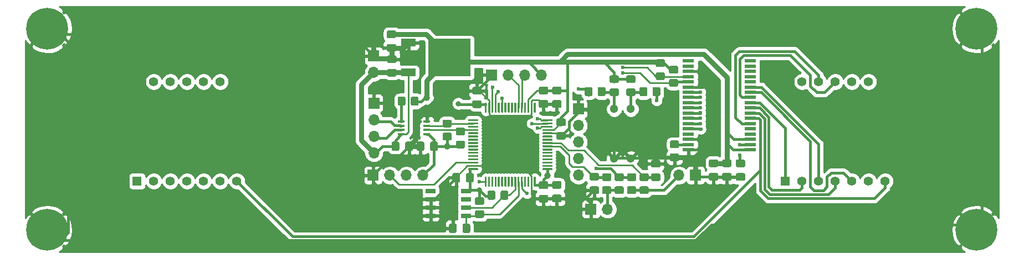
<source format=gbr>
%TF.GenerationSoftware,KiCad,Pcbnew,(5.1.9)-1*%
%TF.CreationDate,2021-04-28T17:58:15+02:00*%
%TF.ProjectId,Hoofdbord,486f6f66-6462-46f7-9264-2e6b69636164,rev?*%
%TF.SameCoordinates,Original*%
%TF.FileFunction,Copper,L1,Top*%
%TF.FilePolarity,Positive*%
%FSLAX46Y46*%
G04 Gerber Fmt 4.6, Leading zero omitted, Abs format (unit mm)*
G04 Created by KiCad (PCBNEW (5.1.9)-1) date 2021-04-28 17:58:15*
%MOMM*%
%LPD*%
G01*
G04 APERTURE LIST*
%TA.AperFunction,ComponentPad*%
%ADD10O,1.700000X1.700000*%
%TD*%
%TA.AperFunction,ComponentPad*%
%ADD11R,1.700000X1.700000*%
%TD*%
%TA.AperFunction,ComponentPad*%
%ADD12R,1.416000X1.416000*%
%TD*%
%TA.AperFunction,ComponentPad*%
%ADD13C,1.416000*%
%TD*%
%TA.AperFunction,ComponentPad*%
%ADD14C,6.400000*%
%TD*%
%TA.AperFunction,ComponentPad*%
%ADD15C,0.800000*%
%TD*%
%TA.AperFunction,SMDPad,CuDef*%
%ADD16R,6.400000X5.800000*%
%TD*%
%TA.AperFunction,SMDPad,CuDef*%
%ADD17R,2.200000X1.200000*%
%TD*%
%TA.AperFunction,ComponentPad*%
%ADD18C,1.300000*%
%TD*%
%TA.AperFunction,SMDPad,CuDef*%
%ADD19R,1.800000X0.600000*%
%TD*%
%TA.AperFunction,SMDPad,CuDef*%
%ADD20R,1.100000X0.450000*%
%TD*%
%TA.AperFunction,SMDPad,CuDef*%
%ADD21R,1.525000X0.650000*%
%TD*%
%TA.AperFunction,ViaPad*%
%ADD22C,0.600000*%
%TD*%
%TA.AperFunction,ViaPad*%
%ADD23C,0.800000*%
%TD*%
%TA.AperFunction,ViaPad*%
%ADD24C,1.000000*%
%TD*%
%TA.AperFunction,Conductor*%
%ADD25C,0.250000*%
%TD*%
%TA.AperFunction,Conductor*%
%ADD26C,0.400000*%
%TD*%
%TA.AperFunction,Conductor*%
%ADD27C,0.800000*%
%TD*%
%TA.AperFunction,Conductor*%
%ADD28C,0.254000*%
%TD*%
%TA.AperFunction,Conductor*%
%ADD29C,0.100000*%
%TD*%
G04 APERTURE END LIST*
D10*
%TO.P,J5,4*%
%TO.N,+3V3*%
X3556000Y8382000D03*
%TO.P,J5,3*%
%TO.N,PA5*%
X1016000Y8382000D03*
%TO.P,J5,2*%
%TO.N,PA6*%
X-1524000Y8382000D03*
D11*
%TO.P,J5,1*%
%TO.N,GND*%
X-4064000Y8382000D03*
%TD*%
D12*
%TO.P,DS1,1*%
%TO.N,O15*%
X40830500Y-7874000D03*
D13*
%TO.P,DS1,2*%
%TO.N,O14*%
X43370500Y-7874000D03*
%TO.P,DS1,3*%
%TO.N,O18*%
X45910500Y-7874000D03*
%TO.P,DS1,4*%
%TO.N,O13*%
X48450500Y-7874000D03*
%TO.P,DS1,5*%
%TO.N,O17*%
X50990500Y-7874000D03*
%TO.P,DS1,6*%
%TO.N,O3*%
X53530500Y-7874000D03*
%TO.P,DS1,7*%
%TO.N,O12*%
X56070500Y-7874000D03*
%TO.P,DS1,8*%
%TO.N,O2*%
X53530500Y7366000D03*
%TO.P,DS1,9*%
%TO.N,O1*%
X50990500Y7366000D03*
%TO.P,DS1,10*%
%TO.N,O16*%
X48450500Y7366000D03*
%TO.P,DS1,11*%
%TO.N,O11*%
X45910500Y7366000D03*
%TO.P,DS1,12*%
%TO.N,O0*%
X43370500Y7366000D03*
%TD*%
D14*
%TO.P,,1*%
%TO.N,GND*%
X-71945500Y15494000D03*
D15*
%TO.N,N/C*%
X-69545500Y15494000D03*
X-70248444Y13796944D03*
X-71945500Y13094000D03*
X-73642556Y13796944D03*
X-74345500Y15494000D03*
X-73642556Y17191056D03*
X-71945500Y17894000D03*
X-70248444Y17191056D03*
%TD*%
D14*
%TO.P,,1*%
%TO.N,GND*%
X70040500Y-15367000D03*
D15*
%TO.N,N/C*%
X72440500Y-15367000D03*
X71737556Y-17064056D03*
X70040500Y-17767000D03*
X68343444Y-17064056D03*
X67640500Y-15367000D03*
X68343444Y-13669944D03*
X70040500Y-12967000D03*
X71737556Y-13669944D03*
%TD*%
D14*
%TO.P,,1*%
%TO.N,GND*%
X-71945500Y-15367000D03*
D15*
%TO.N,N/C*%
X-69545500Y-15367000D03*
X-70248444Y-17064056D03*
X-71945500Y-17767000D03*
X-73642556Y-17064056D03*
X-74345500Y-15367000D03*
X-73642556Y-13669944D03*
X-71945500Y-12967000D03*
X-70248444Y-13669944D03*
%TD*%
D14*
%TO.P,,1*%
%TO.N,GND*%
X70040500Y15494000D03*
D15*
%TO.N,N/C*%
X72440500Y15494000D03*
X71737556Y13796944D03*
X70040500Y13094000D03*
X68343444Y13796944D03*
X67640500Y15494000D03*
X68343444Y17191056D03*
X70040500Y17894000D03*
X71737556Y17191056D03*
%TD*%
D10*
%TO.P,SW2,2*%
%TO.N,Net-(R10-Pad2)*%
X24574500Y-6985000D03*
D11*
%TO.P,SW2,1*%
%TO.N,GND*%
X27114500Y-6985000D03*
%TD*%
%TO.P,R14,1*%
%TO.N,Net-(R13-Pad1)*%
%TA.AperFunction,SMDPad,CuDef*%
G36*
G01*
X15118501Y5147000D02*
X14218499Y5147000D01*
G75*
G02*
X13968500Y5396999I0J249999D01*
G01*
X13968500Y6097001D01*
G75*
G02*
X14218499Y6347000I249999J0D01*
G01*
X15118501Y6347000D01*
G75*
G02*
X15368500Y6097001I0J-249999D01*
G01*
X15368500Y5396999D01*
G75*
G02*
X15118501Y5147000I-249999J0D01*
G01*
G37*
%TD.AperFunction*%
%TO.P,R14,2*%
%TO.N,+3V3*%
%TA.AperFunction,SMDPad,CuDef*%
G36*
G01*
X15118501Y7147000D02*
X14218499Y7147000D01*
G75*
G02*
X13968500Y7396999I0J249999D01*
G01*
X13968500Y8097001D01*
G75*
G02*
X14218499Y8347000I249999J0D01*
G01*
X15118501Y8347000D01*
G75*
G02*
X15368500Y8097001I0J-249999D01*
G01*
X15368500Y7396999D01*
G75*
G02*
X15118501Y7147000I-249999J0D01*
G01*
G37*
%TD.AperFunction*%
%TD*%
%TO.P,R13,1*%
%TO.N,Net-(R13-Pad1)*%
%TA.AperFunction,SMDPad,CuDef*%
G36*
G01*
X13347500Y6292001D02*
X13347500Y5391999D01*
G75*
G02*
X13097501Y5142000I-249999J0D01*
G01*
X12397499Y5142000D01*
G75*
G02*
X12147500Y5391999I0J249999D01*
G01*
X12147500Y6292001D01*
G75*
G02*
X12397499Y6542000I249999J0D01*
G01*
X13097501Y6542000D01*
G75*
G02*
X13347500Y6292001I0J-249999D01*
G01*
G37*
%TD.AperFunction*%
%TO.P,R13,2*%
%TO.N,BOOT1*%
%TA.AperFunction,SMDPad,CuDef*%
G36*
G01*
X11347500Y6292001D02*
X11347500Y5391999D01*
G75*
G02*
X11097501Y5142000I-249999J0D01*
G01*
X10397499Y5142000D01*
G75*
G02*
X10147500Y5391999I0J249999D01*
G01*
X10147500Y6292001D01*
G75*
G02*
X10397499Y6542000I249999J0D01*
G01*
X11097501Y6542000D01*
G75*
G02*
X11347500Y6292001I0J-249999D01*
G01*
G37*
%TD.AperFunction*%
%TD*%
%TO.P,R16,1*%
%TO.N,Net-(R15-Pad2)*%
%TA.AperFunction,SMDPad,CuDef*%
G36*
G01*
X18529500Y5391999D02*
X18529500Y6292001D01*
G75*
G02*
X18779499Y6542000I249999J0D01*
G01*
X19479501Y6542000D01*
G75*
G02*
X19729500Y6292001I0J-249999D01*
G01*
X19729500Y5391999D01*
G75*
G02*
X19479501Y5142000I-249999J0D01*
G01*
X18779499Y5142000D01*
G75*
G02*
X18529500Y5391999I0J249999D01*
G01*
G37*
%TD.AperFunction*%
%TO.P,R16,2*%
%TO.N,BOOT0*%
%TA.AperFunction,SMDPad,CuDef*%
G36*
G01*
X20529500Y5391999D02*
X20529500Y6292001D01*
G75*
G02*
X20779499Y6542000I249999J0D01*
G01*
X21479501Y6542000D01*
G75*
G02*
X21729500Y6292001I0J-249999D01*
G01*
X21729500Y5391999D01*
G75*
G02*
X21479501Y5142000I-249999J0D01*
G01*
X20779499Y5142000D01*
G75*
G02*
X20529500Y5391999I0J249999D01*
G01*
G37*
%TD.AperFunction*%
%TD*%
%TO.P,R15,1*%
%TO.N,+3V3*%
%TA.AperFunction,SMDPad,CuDef*%
G36*
G01*
X16758499Y8347000D02*
X17658501Y8347000D01*
G75*
G02*
X17908500Y8097001I0J-249999D01*
G01*
X17908500Y7396999D01*
G75*
G02*
X17658501Y7147000I-249999J0D01*
G01*
X16758499Y7147000D01*
G75*
G02*
X16508500Y7396999I0J249999D01*
G01*
X16508500Y8097001D01*
G75*
G02*
X16758499Y8347000I249999J0D01*
G01*
G37*
%TD.AperFunction*%
%TO.P,R15,2*%
%TO.N,Net-(R15-Pad2)*%
%TA.AperFunction,SMDPad,CuDef*%
G36*
G01*
X16758499Y6347000D02*
X17658501Y6347000D01*
G75*
G02*
X17908500Y6097001I0J-249999D01*
G01*
X17908500Y5396999D01*
G75*
G02*
X17658501Y5147000I-249999J0D01*
G01*
X16758499Y5147000D01*
G75*
G02*
X16508500Y5396999I0J249999D01*
G01*
X16508500Y6097001D01*
G75*
G02*
X16758499Y6347000I249999J0D01*
G01*
G37*
%TD.AperFunction*%
%TD*%
%TO.P,U1,64*%
%TO.N,+3V3*%
%TA.AperFunction,SMDPad,CuDef*%
G36*
G01*
X2693500Y-7261000D02*
X2693500Y-8661000D01*
G75*
G02*
X2618500Y-8736000I-75000J0D01*
G01*
X2468500Y-8736000D01*
G75*
G02*
X2393500Y-8661000I0J75000D01*
G01*
X2393500Y-7261000D01*
G75*
G02*
X2468500Y-7186000I75000J0D01*
G01*
X2618500Y-7186000D01*
G75*
G02*
X2693500Y-7261000I0J-75000D01*
G01*
G37*
%TD.AperFunction*%
%TO.P,U1,63*%
%TO.N,GND*%
%TA.AperFunction,SMDPad,CuDef*%
G36*
G01*
X2193500Y-7261000D02*
X2193500Y-8661000D01*
G75*
G02*
X2118500Y-8736000I-75000J0D01*
G01*
X1968500Y-8736000D01*
G75*
G02*
X1893500Y-8661000I0J75000D01*
G01*
X1893500Y-7261000D01*
G75*
G02*
X1968500Y-7186000I75000J0D01*
G01*
X2118500Y-7186000D01*
G75*
G02*
X2193500Y-7261000I0J-75000D01*
G01*
G37*
%TD.AperFunction*%
%TO.P,U1,62*%
%TO.N,Net-(U1-Pad62)*%
%TA.AperFunction,SMDPad,CuDef*%
G36*
G01*
X1693500Y-7261000D02*
X1693500Y-8661000D01*
G75*
G02*
X1618500Y-8736000I-75000J0D01*
G01*
X1468500Y-8736000D01*
G75*
G02*
X1393500Y-8661000I0J75000D01*
G01*
X1393500Y-7261000D01*
G75*
G02*
X1468500Y-7186000I75000J0D01*
G01*
X1618500Y-7186000D01*
G75*
G02*
X1693500Y-7261000I0J-75000D01*
G01*
G37*
%TD.AperFunction*%
%TO.P,U1,61*%
%TO.N,Net-(U1-Pad61)*%
%TA.AperFunction,SMDPad,CuDef*%
G36*
G01*
X1193500Y-7261000D02*
X1193500Y-8661000D01*
G75*
G02*
X1118500Y-8736000I-75000J0D01*
G01*
X968500Y-8736000D01*
G75*
G02*
X893500Y-8661000I0J75000D01*
G01*
X893500Y-7261000D01*
G75*
G02*
X968500Y-7186000I75000J0D01*
G01*
X1118500Y-7186000D01*
G75*
G02*
X1193500Y-7261000I0J-75000D01*
G01*
G37*
%TD.AperFunction*%
%TO.P,U1,60*%
%TO.N,BOOT0*%
%TA.AperFunction,SMDPad,CuDef*%
G36*
G01*
X693500Y-7261000D02*
X693500Y-8661000D01*
G75*
G02*
X618500Y-8736000I-75000J0D01*
G01*
X468500Y-8736000D01*
G75*
G02*
X393500Y-8661000I0J75000D01*
G01*
X393500Y-7261000D01*
G75*
G02*
X468500Y-7186000I75000J0D01*
G01*
X618500Y-7186000D01*
G75*
G02*
X693500Y-7261000I0J-75000D01*
G01*
G37*
%TD.AperFunction*%
%TO.P,U1,59*%
%TO.N,PB7*%
%TA.AperFunction,SMDPad,CuDef*%
G36*
G01*
X193500Y-7261000D02*
X193500Y-8661000D01*
G75*
G02*
X118500Y-8736000I-75000J0D01*
G01*
X-31500Y-8736000D01*
G75*
G02*
X-106500Y-8661000I0J75000D01*
G01*
X-106500Y-7261000D01*
G75*
G02*
X-31500Y-7186000I75000J0D01*
G01*
X118500Y-7186000D01*
G75*
G02*
X193500Y-7261000I0J-75000D01*
G01*
G37*
%TD.AperFunction*%
%TO.P,U1,58*%
%TO.N,PB6*%
%TA.AperFunction,SMDPad,CuDef*%
G36*
G01*
X-306500Y-7261000D02*
X-306500Y-8661000D01*
G75*
G02*
X-381500Y-8736000I-75000J0D01*
G01*
X-531500Y-8736000D01*
G75*
G02*
X-606500Y-8661000I0J75000D01*
G01*
X-606500Y-7261000D01*
G75*
G02*
X-531500Y-7186000I75000J0D01*
G01*
X-381500Y-7186000D01*
G75*
G02*
X-306500Y-7261000I0J-75000D01*
G01*
G37*
%TD.AperFunction*%
%TO.P,U1,57*%
%TO.N,Net-(U1-Pad57)*%
%TA.AperFunction,SMDPad,CuDef*%
G36*
G01*
X-806500Y-7261000D02*
X-806500Y-8661000D01*
G75*
G02*
X-881500Y-8736000I-75000J0D01*
G01*
X-1031500Y-8736000D01*
G75*
G02*
X-1106500Y-8661000I0J75000D01*
G01*
X-1106500Y-7261000D01*
G75*
G02*
X-1031500Y-7186000I75000J0D01*
G01*
X-881500Y-7186000D01*
G75*
G02*
X-806500Y-7261000I0J-75000D01*
G01*
G37*
%TD.AperFunction*%
%TO.P,U1,56*%
%TO.N,Net-(U1-Pad56)*%
%TA.AperFunction,SMDPad,CuDef*%
G36*
G01*
X-1306500Y-7261000D02*
X-1306500Y-8661000D01*
G75*
G02*
X-1381500Y-8736000I-75000J0D01*
G01*
X-1531500Y-8736000D01*
G75*
G02*
X-1606500Y-8661000I0J75000D01*
G01*
X-1606500Y-7261000D01*
G75*
G02*
X-1531500Y-7186000I75000J0D01*
G01*
X-1381500Y-7186000D01*
G75*
G02*
X-1306500Y-7261000I0J-75000D01*
G01*
G37*
%TD.AperFunction*%
%TO.P,U1,55*%
%TO.N,Net-(U1-Pad55)*%
%TA.AperFunction,SMDPad,CuDef*%
G36*
G01*
X-1806500Y-7261000D02*
X-1806500Y-8661000D01*
G75*
G02*
X-1881500Y-8736000I-75000J0D01*
G01*
X-2031500Y-8736000D01*
G75*
G02*
X-2106500Y-8661000I0J75000D01*
G01*
X-2106500Y-7261000D01*
G75*
G02*
X-2031500Y-7186000I75000J0D01*
G01*
X-1881500Y-7186000D01*
G75*
G02*
X-1806500Y-7261000I0J-75000D01*
G01*
G37*
%TD.AperFunction*%
%TO.P,U1,54*%
%TO.N,Net-(U1-Pad54)*%
%TA.AperFunction,SMDPad,CuDef*%
G36*
G01*
X-2306500Y-7261000D02*
X-2306500Y-8661000D01*
G75*
G02*
X-2381500Y-8736000I-75000J0D01*
G01*
X-2531500Y-8736000D01*
G75*
G02*
X-2606500Y-8661000I0J75000D01*
G01*
X-2606500Y-7261000D01*
G75*
G02*
X-2531500Y-7186000I75000J0D01*
G01*
X-2381500Y-7186000D01*
G75*
G02*
X-2306500Y-7261000I0J-75000D01*
G01*
G37*
%TD.AperFunction*%
%TO.P,U1,53*%
%TO.N,Net-(U1-Pad53)*%
%TA.AperFunction,SMDPad,CuDef*%
G36*
G01*
X-2806500Y-7261000D02*
X-2806500Y-8661000D01*
G75*
G02*
X-2881500Y-8736000I-75000J0D01*
G01*
X-3031500Y-8736000D01*
G75*
G02*
X-3106500Y-8661000I0J75000D01*
G01*
X-3106500Y-7261000D01*
G75*
G02*
X-3031500Y-7186000I75000J0D01*
G01*
X-2881500Y-7186000D01*
G75*
G02*
X-2806500Y-7261000I0J-75000D01*
G01*
G37*
%TD.AperFunction*%
%TO.P,U1,52*%
%TO.N,Net-(U1-Pad52)*%
%TA.AperFunction,SMDPad,CuDef*%
G36*
G01*
X-3306500Y-7261000D02*
X-3306500Y-8661000D01*
G75*
G02*
X-3381500Y-8736000I-75000J0D01*
G01*
X-3531500Y-8736000D01*
G75*
G02*
X-3606500Y-8661000I0J75000D01*
G01*
X-3606500Y-7261000D01*
G75*
G02*
X-3531500Y-7186000I75000J0D01*
G01*
X-3381500Y-7186000D01*
G75*
G02*
X-3306500Y-7261000I0J-75000D01*
G01*
G37*
%TD.AperFunction*%
%TO.P,U1,51*%
%TO.N,Net-(U1-Pad51)*%
%TA.AperFunction,SMDPad,CuDef*%
G36*
G01*
X-3806500Y-7261000D02*
X-3806500Y-8661000D01*
G75*
G02*
X-3881500Y-8736000I-75000J0D01*
G01*
X-4031500Y-8736000D01*
G75*
G02*
X-4106500Y-8661000I0J75000D01*
G01*
X-4106500Y-7261000D01*
G75*
G02*
X-4031500Y-7186000I75000J0D01*
G01*
X-3881500Y-7186000D01*
G75*
G02*
X-3806500Y-7261000I0J-75000D01*
G01*
G37*
%TD.AperFunction*%
%TO.P,U1,50*%
%TO.N,Net-(U1-Pad50)*%
%TA.AperFunction,SMDPad,CuDef*%
G36*
G01*
X-4306500Y-7261000D02*
X-4306500Y-8661000D01*
G75*
G02*
X-4381500Y-8736000I-75000J0D01*
G01*
X-4531500Y-8736000D01*
G75*
G02*
X-4606500Y-8661000I0J75000D01*
G01*
X-4606500Y-7261000D01*
G75*
G02*
X-4531500Y-7186000I75000J0D01*
G01*
X-4381500Y-7186000D01*
G75*
G02*
X-4306500Y-7261000I0J-75000D01*
G01*
G37*
%TD.AperFunction*%
%TO.P,U1,49*%
%TO.N,PA14*%
%TA.AperFunction,SMDPad,CuDef*%
G36*
G01*
X-4806500Y-7261000D02*
X-4806500Y-8661000D01*
G75*
G02*
X-4881500Y-8736000I-75000J0D01*
G01*
X-5031500Y-8736000D01*
G75*
G02*
X-5106500Y-8661000I0J75000D01*
G01*
X-5106500Y-7261000D01*
G75*
G02*
X-5031500Y-7186000I75000J0D01*
G01*
X-4881500Y-7186000D01*
G75*
G02*
X-4806500Y-7261000I0J-75000D01*
G01*
G37*
%TD.AperFunction*%
%TO.P,U1,48*%
%TO.N,+3V3*%
%TA.AperFunction,SMDPad,CuDef*%
G36*
G01*
X-6106500Y-5961000D02*
X-6106500Y-6111000D01*
G75*
G02*
X-6181500Y-6186000I-75000J0D01*
G01*
X-7581500Y-6186000D01*
G75*
G02*
X-7656500Y-6111000I0J75000D01*
G01*
X-7656500Y-5961000D01*
G75*
G02*
X-7581500Y-5886000I75000J0D01*
G01*
X-6181500Y-5886000D01*
G75*
G02*
X-6106500Y-5961000I0J-75000D01*
G01*
G37*
%TD.AperFunction*%
%TO.P,U1,47*%
%TO.N,GND*%
%TA.AperFunction,SMDPad,CuDef*%
G36*
G01*
X-6106500Y-5461000D02*
X-6106500Y-5611000D01*
G75*
G02*
X-6181500Y-5686000I-75000J0D01*
G01*
X-7581500Y-5686000D01*
G75*
G02*
X-7656500Y-5611000I0J75000D01*
G01*
X-7656500Y-5461000D01*
G75*
G02*
X-7581500Y-5386000I75000J0D01*
G01*
X-6181500Y-5386000D01*
G75*
G02*
X-6106500Y-5461000I0J-75000D01*
G01*
G37*
%TD.AperFunction*%
%TO.P,U1,46*%
%TO.N,PA13*%
%TA.AperFunction,SMDPad,CuDef*%
G36*
G01*
X-6106500Y-4961000D02*
X-6106500Y-5111000D01*
G75*
G02*
X-6181500Y-5186000I-75000J0D01*
G01*
X-7581500Y-5186000D01*
G75*
G02*
X-7656500Y-5111000I0J75000D01*
G01*
X-7656500Y-4961000D01*
G75*
G02*
X-7581500Y-4886000I75000J0D01*
G01*
X-6181500Y-4886000D01*
G75*
G02*
X-6106500Y-4961000I0J-75000D01*
G01*
G37*
%TD.AperFunction*%
%TO.P,U1,45*%
%TO.N,Net-(U1-Pad45)*%
%TA.AperFunction,SMDPad,CuDef*%
G36*
G01*
X-6106500Y-4461000D02*
X-6106500Y-4611000D01*
G75*
G02*
X-6181500Y-4686000I-75000J0D01*
G01*
X-7581500Y-4686000D01*
G75*
G02*
X-7656500Y-4611000I0J75000D01*
G01*
X-7656500Y-4461000D01*
G75*
G02*
X-7581500Y-4386000I75000J0D01*
G01*
X-6181500Y-4386000D01*
G75*
G02*
X-6106500Y-4461000I0J-75000D01*
G01*
G37*
%TD.AperFunction*%
%TO.P,U1,44*%
%TO.N,Net-(U1-Pad44)*%
%TA.AperFunction,SMDPad,CuDef*%
G36*
G01*
X-6106500Y-3961000D02*
X-6106500Y-4111000D01*
G75*
G02*
X-6181500Y-4186000I-75000J0D01*
G01*
X-7581500Y-4186000D01*
G75*
G02*
X-7656500Y-4111000I0J75000D01*
G01*
X-7656500Y-3961000D01*
G75*
G02*
X-7581500Y-3886000I75000J0D01*
G01*
X-6181500Y-3886000D01*
G75*
G02*
X-6106500Y-3961000I0J-75000D01*
G01*
G37*
%TD.AperFunction*%
%TO.P,U1,43*%
%TO.N,Net-(U1-Pad43)*%
%TA.AperFunction,SMDPad,CuDef*%
G36*
G01*
X-6106500Y-3461000D02*
X-6106500Y-3611000D01*
G75*
G02*
X-6181500Y-3686000I-75000J0D01*
G01*
X-7581500Y-3686000D01*
G75*
G02*
X-7656500Y-3611000I0J75000D01*
G01*
X-7656500Y-3461000D01*
G75*
G02*
X-7581500Y-3386000I75000J0D01*
G01*
X-6181500Y-3386000D01*
G75*
G02*
X-6106500Y-3461000I0J-75000D01*
G01*
G37*
%TD.AperFunction*%
%TO.P,U1,42*%
%TO.N,Net-(U1-Pad42)*%
%TA.AperFunction,SMDPad,CuDef*%
G36*
G01*
X-6106500Y-2961000D02*
X-6106500Y-3111000D01*
G75*
G02*
X-6181500Y-3186000I-75000J0D01*
G01*
X-7581500Y-3186000D01*
G75*
G02*
X-7656500Y-3111000I0J75000D01*
G01*
X-7656500Y-2961000D01*
G75*
G02*
X-7581500Y-2886000I75000J0D01*
G01*
X-6181500Y-2886000D01*
G75*
G02*
X-6106500Y-2961000I0J-75000D01*
G01*
G37*
%TD.AperFunction*%
%TO.P,U1,41*%
%TO.N,Net-(U1-Pad41)*%
%TA.AperFunction,SMDPad,CuDef*%
G36*
G01*
X-6106500Y-2461000D02*
X-6106500Y-2611000D01*
G75*
G02*
X-6181500Y-2686000I-75000J0D01*
G01*
X-7581500Y-2686000D01*
G75*
G02*
X-7656500Y-2611000I0J75000D01*
G01*
X-7656500Y-2461000D01*
G75*
G02*
X-7581500Y-2386000I75000J0D01*
G01*
X-6181500Y-2386000D01*
G75*
G02*
X-6106500Y-2461000I0J-75000D01*
G01*
G37*
%TD.AperFunction*%
%TO.P,U1,40*%
%TO.N,Net-(U1-Pad40)*%
%TA.AperFunction,SMDPad,CuDef*%
G36*
G01*
X-6106500Y-1961000D02*
X-6106500Y-2111000D01*
G75*
G02*
X-6181500Y-2186000I-75000J0D01*
G01*
X-7581500Y-2186000D01*
G75*
G02*
X-7656500Y-2111000I0J75000D01*
G01*
X-7656500Y-1961000D01*
G75*
G02*
X-7581500Y-1886000I75000J0D01*
G01*
X-6181500Y-1886000D01*
G75*
G02*
X-6106500Y-1961000I0J-75000D01*
G01*
G37*
%TD.AperFunction*%
%TO.P,U1,39*%
%TO.N,Net-(U1-Pad39)*%
%TA.AperFunction,SMDPad,CuDef*%
G36*
G01*
X-6106500Y-1461000D02*
X-6106500Y-1611000D01*
G75*
G02*
X-6181500Y-1686000I-75000J0D01*
G01*
X-7581500Y-1686000D01*
G75*
G02*
X-7656500Y-1611000I0J75000D01*
G01*
X-7656500Y-1461000D01*
G75*
G02*
X-7581500Y-1386000I75000J0D01*
G01*
X-6181500Y-1386000D01*
G75*
G02*
X-6106500Y-1461000I0J-75000D01*
G01*
G37*
%TD.AperFunction*%
%TO.P,U1,38*%
%TO.N,Net-(U1-Pad38)*%
%TA.AperFunction,SMDPad,CuDef*%
G36*
G01*
X-6106500Y-961000D02*
X-6106500Y-1111000D01*
G75*
G02*
X-6181500Y-1186000I-75000J0D01*
G01*
X-7581500Y-1186000D01*
G75*
G02*
X-7656500Y-1111000I0J75000D01*
G01*
X-7656500Y-961000D01*
G75*
G02*
X-7581500Y-886000I75000J0D01*
G01*
X-6181500Y-886000D01*
G75*
G02*
X-6106500Y-961000I0J-75000D01*
G01*
G37*
%TD.AperFunction*%
%TO.P,U1,37*%
%TO.N,Net-(U1-Pad37)*%
%TA.AperFunction,SMDPad,CuDef*%
G36*
G01*
X-6106500Y-461000D02*
X-6106500Y-611000D01*
G75*
G02*
X-6181500Y-686000I-75000J0D01*
G01*
X-7581500Y-686000D01*
G75*
G02*
X-7656500Y-611000I0J75000D01*
G01*
X-7656500Y-461000D01*
G75*
G02*
X-7581500Y-386000I75000J0D01*
G01*
X-6181500Y-386000D01*
G75*
G02*
X-6106500Y-461000I0J-75000D01*
G01*
G37*
%TD.AperFunction*%
%TO.P,U1,36*%
%TO.N,PB15*%
%TA.AperFunction,SMDPad,CuDef*%
G36*
G01*
X-6106500Y39000D02*
X-6106500Y-111000D01*
G75*
G02*
X-6181500Y-186000I-75000J0D01*
G01*
X-7581500Y-186000D01*
G75*
G02*
X-7656500Y-111000I0J75000D01*
G01*
X-7656500Y39000D01*
G75*
G02*
X-7581500Y114000I75000J0D01*
G01*
X-6181500Y114000D01*
G75*
G02*
X-6106500Y39000I0J-75000D01*
G01*
G37*
%TD.AperFunction*%
%TO.P,U1,35*%
%TO.N,Net-(U1-Pad35)*%
%TA.AperFunction,SMDPad,CuDef*%
G36*
G01*
X-6106500Y539000D02*
X-6106500Y389000D01*
G75*
G02*
X-6181500Y314000I-75000J0D01*
G01*
X-7581500Y314000D01*
G75*
G02*
X-7656500Y389000I0J75000D01*
G01*
X-7656500Y539000D01*
G75*
G02*
X-7581500Y614000I75000J0D01*
G01*
X-6181500Y614000D01*
G75*
G02*
X-6106500Y539000I0J-75000D01*
G01*
G37*
%TD.AperFunction*%
%TO.P,U1,34*%
%TO.N,PB13*%
%TA.AperFunction,SMDPad,CuDef*%
G36*
G01*
X-6106500Y1039000D02*
X-6106500Y889000D01*
G75*
G02*
X-6181500Y814000I-75000J0D01*
G01*
X-7581500Y814000D01*
G75*
G02*
X-7656500Y889000I0J75000D01*
G01*
X-7656500Y1039000D01*
G75*
G02*
X-7581500Y1114000I75000J0D01*
G01*
X-6181500Y1114000D01*
G75*
G02*
X-6106500Y1039000I0J-75000D01*
G01*
G37*
%TD.AperFunction*%
%TO.P,U1,33*%
%TO.N,Net-(U1-Pad33)*%
%TA.AperFunction,SMDPad,CuDef*%
G36*
G01*
X-6106500Y1539000D02*
X-6106500Y1389000D01*
G75*
G02*
X-6181500Y1314000I-75000J0D01*
G01*
X-7581500Y1314000D01*
G75*
G02*
X-7656500Y1389000I0J75000D01*
G01*
X-7656500Y1539000D01*
G75*
G02*
X-7581500Y1614000I75000J0D01*
G01*
X-6181500Y1614000D01*
G75*
G02*
X-6106500Y1539000I0J-75000D01*
G01*
G37*
%TD.AperFunction*%
%TO.P,U1,32*%
%TO.N,+3V3*%
%TA.AperFunction,SMDPad,CuDef*%
G36*
G01*
X-4806500Y4089000D02*
X-4806500Y2689000D01*
G75*
G02*
X-4881500Y2614000I-75000J0D01*
G01*
X-5031500Y2614000D01*
G75*
G02*
X-5106500Y2689000I0J75000D01*
G01*
X-5106500Y4089000D01*
G75*
G02*
X-5031500Y4164000I75000J0D01*
G01*
X-4881500Y4164000D01*
G75*
G02*
X-4806500Y4089000I0J-75000D01*
G01*
G37*
%TD.AperFunction*%
%TO.P,U1,31*%
%TO.N,GND*%
%TA.AperFunction,SMDPad,CuDef*%
G36*
G01*
X-4306500Y4089000D02*
X-4306500Y2689000D01*
G75*
G02*
X-4381500Y2614000I-75000J0D01*
G01*
X-4531500Y2614000D01*
G75*
G02*
X-4606500Y2689000I0J75000D01*
G01*
X-4606500Y4089000D01*
G75*
G02*
X-4531500Y4164000I75000J0D01*
G01*
X-4381500Y4164000D01*
G75*
G02*
X-4306500Y4089000I0J-75000D01*
G01*
G37*
%TD.AperFunction*%
%TO.P,U1,30*%
%TO.N,PB11*%
%TA.AperFunction,SMDPad,CuDef*%
G36*
G01*
X-3806500Y4089000D02*
X-3806500Y2689000D01*
G75*
G02*
X-3881500Y2614000I-75000J0D01*
G01*
X-4031500Y2614000D01*
G75*
G02*
X-4106500Y2689000I0J75000D01*
G01*
X-4106500Y4089000D01*
G75*
G02*
X-4031500Y4164000I75000J0D01*
G01*
X-3881500Y4164000D01*
G75*
G02*
X-3806500Y4089000I0J-75000D01*
G01*
G37*
%TD.AperFunction*%
%TO.P,U1,29*%
%TO.N,PB10*%
%TA.AperFunction,SMDPad,CuDef*%
G36*
G01*
X-3306500Y4089000D02*
X-3306500Y2689000D01*
G75*
G02*
X-3381500Y2614000I-75000J0D01*
G01*
X-3531500Y2614000D01*
G75*
G02*
X-3606500Y2689000I0J75000D01*
G01*
X-3606500Y4089000D01*
G75*
G02*
X-3531500Y4164000I75000J0D01*
G01*
X-3381500Y4164000D01*
G75*
G02*
X-3306500Y4089000I0J-75000D01*
G01*
G37*
%TD.AperFunction*%
%TO.P,U1,28*%
%TO.N,Net-(U1-Pad28)*%
%TA.AperFunction,SMDPad,CuDef*%
G36*
G01*
X-2806500Y4089000D02*
X-2806500Y2689000D01*
G75*
G02*
X-2881500Y2614000I-75000J0D01*
G01*
X-3031500Y2614000D01*
G75*
G02*
X-3106500Y2689000I0J75000D01*
G01*
X-3106500Y4089000D01*
G75*
G02*
X-3031500Y4164000I75000J0D01*
G01*
X-2881500Y4164000D01*
G75*
G02*
X-2806500Y4089000I0J-75000D01*
G01*
G37*
%TD.AperFunction*%
%TO.P,U1,27*%
%TO.N,BOOT1*%
%TA.AperFunction,SMDPad,CuDef*%
G36*
G01*
X-2306500Y4089000D02*
X-2306500Y2689000D01*
G75*
G02*
X-2381500Y2614000I-75000J0D01*
G01*
X-2531500Y2614000D01*
G75*
G02*
X-2606500Y2689000I0J75000D01*
G01*
X-2606500Y4089000D01*
G75*
G02*
X-2531500Y4164000I75000J0D01*
G01*
X-2381500Y4164000D01*
G75*
G02*
X-2306500Y4089000I0J-75000D01*
G01*
G37*
%TD.AperFunction*%
%TO.P,U1,26*%
%TO.N,Net-(U1-Pad26)*%
%TA.AperFunction,SMDPad,CuDef*%
G36*
G01*
X-1806500Y4089000D02*
X-1806500Y2689000D01*
G75*
G02*
X-1881500Y2614000I-75000J0D01*
G01*
X-2031500Y2614000D01*
G75*
G02*
X-2106500Y2689000I0J75000D01*
G01*
X-2106500Y4089000D01*
G75*
G02*
X-2031500Y4164000I75000J0D01*
G01*
X-1881500Y4164000D01*
G75*
G02*
X-1806500Y4089000I0J-75000D01*
G01*
G37*
%TD.AperFunction*%
%TO.P,U1,25*%
%TO.N,Net-(U1-Pad25)*%
%TA.AperFunction,SMDPad,CuDef*%
G36*
G01*
X-1306500Y4089000D02*
X-1306500Y2689000D01*
G75*
G02*
X-1381500Y2614000I-75000J0D01*
G01*
X-1531500Y2614000D01*
G75*
G02*
X-1606500Y2689000I0J75000D01*
G01*
X-1606500Y4089000D01*
G75*
G02*
X-1531500Y4164000I75000J0D01*
G01*
X-1381500Y4164000D01*
G75*
G02*
X-1306500Y4089000I0J-75000D01*
G01*
G37*
%TD.AperFunction*%
%TO.P,U1,24*%
%TO.N,Net-(U1-Pad24)*%
%TA.AperFunction,SMDPad,CuDef*%
G36*
G01*
X-806500Y4089000D02*
X-806500Y2689000D01*
G75*
G02*
X-881500Y2614000I-75000J0D01*
G01*
X-1031500Y2614000D01*
G75*
G02*
X-1106500Y2689000I0J75000D01*
G01*
X-1106500Y4089000D01*
G75*
G02*
X-1031500Y4164000I75000J0D01*
G01*
X-881500Y4164000D01*
G75*
G02*
X-806500Y4089000I0J-75000D01*
G01*
G37*
%TD.AperFunction*%
%TO.P,U1,23*%
%TO.N,Net-(U1-Pad23)*%
%TA.AperFunction,SMDPad,CuDef*%
G36*
G01*
X-306500Y4089000D02*
X-306500Y2689000D01*
G75*
G02*
X-381500Y2614000I-75000J0D01*
G01*
X-531500Y2614000D01*
G75*
G02*
X-606500Y2689000I0J75000D01*
G01*
X-606500Y4089000D01*
G75*
G02*
X-531500Y4164000I75000J0D01*
G01*
X-381500Y4164000D01*
G75*
G02*
X-306500Y4089000I0J-75000D01*
G01*
G37*
%TD.AperFunction*%
%TO.P,U1,22*%
%TO.N,PA6*%
%TA.AperFunction,SMDPad,CuDef*%
G36*
G01*
X193500Y4089000D02*
X193500Y2689000D01*
G75*
G02*
X118500Y2614000I-75000J0D01*
G01*
X-31500Y2614000D01*
G75*
G02*
X-106500Y2689000I0J75000D01*
G01*
X-106500Y4089000D01*
G75*
G02*
X-31500Y4164000I75000J0D01*
G01*
X118500Y4164000D01*
G75*
G02*
X193500Y4089000I0J-75000D01*
G01*
G37*
%TD.AperFunction*%
%TO.P,U1,21*%
%TO.N,PA5*%
%TA.AperFunction,SMDPad,CuDef*%
G36*
G01*
X693500Y4089000D02*
X693500Y2689000D01*
G75*
G02*
X618500Y2614000I-75000J0D01*
G01*
X468500Y2614000D01*
G75*
G02*
X393500Y2689000I0J75000D01*
G01*
X393500Y4089000D01*
G75*
G02*
X468500Y4164000I75000J0D01*
G01*
X618500Y4164000D01*
G75*
G02*
X693500Y4089000I0J-75000D01*
G01*
G37*
%TD.AperFunction*%
%TO.P,U1,20*%
%TO.N,Net-(U1-Pad20)*%
%TA.AperFunction,SMDPad,CuDef*%
G36*
G01*
X1193500Y4089000D02*
X1193500Y2689000D01*
G75*
G02*
X1118500Y2614000I-75000J0D01*
G01*
X968500Y2614000D01*
G75*
G02*
X893500Y2689000I0J75000D01*
G01*
X893500Y4089000D01*
G75*
G02*
X968500Y4164000I75000J0D01*
G01*
X1118500Y4164000D01*
G75*
G02*
X1193500Y4089000I0J-75000D01*
G01*
G37*
%TD.AperFunction*%
%TO.P,U1,19*%
%TO.N,+3V3*%
%TA.AperFunction,SMDPad,CuDef*%
G36*
G01*
X1693500Y4089000D02*
X1693500Y2689000D01*
G75*
G02*
X1618500Y2614000I-75000J0D01*
G01*
X1468500Y2614000D01*
G75*
G02*
X1393500Y2689000I0J75000D01*
G01*
X1393500Y4089000D01*
G75*
G02*
X1468500Y4164000I75000J0D01*
G01*
X1618500Y4164000D01*
G75*
G02*
X1693500Y4089000I0J-75000D01*
G01*
G37*
%TD.AperFunction*%
%TO.P,U1,18*%
%TO.N,GND*%
%TA.AperFunction,SMDPad,CuDef*%
G36*
G01*
X2193500Y4089000D02*
X2193500Y2689000D01*
G75*
G02*
X2118500Y2614000I-75000J0D01*
G01*
X1968500Y2614000D01*
G75*
G02*
X1893500Y2689000I0J75000D01*
G01*
X1893500Y4089000D01*
G75*
G02*
X1968500Y4164000I75000J0D01*
G01*
X2118500Y4164000D01*
G75*
G02*
X2193500Y4089000I0J-75000D01*
G01*
G37*
%TD.AperFunction*%
%TO.P,U1,17*%
%TO.N,Net-(U1-Pad17)*%
%TA.AperFunction,SMDPad,CuDef*%
G36*
G01*
X2693500Y4089000D02*
X2693500Y2689000D01*
G75*
G02*
X2618500Y2614000I-75000J0D01*
G01*
X2468500Y2614000D01*
G75*
G02*
X2393500Y2689000I0J75000D01*
G01*
X2393500Y4089000D01*
G75*
G02*
X2468500Y4164000I75000J0D01*
G01*
X2618500Y4164000D01*
G75*
G02*
X2693500Y4089000I0J-75000D01*
G01*
G37*
%TD.AperFunction*%
%TO.P,U1,16*%
%TO.N,PA2*%
%TA.AperFunction,SMDPad,CuDef*%
G36*
G01*
X5243500Y1539000D02*
X5243500Y1389000D01*
G75*
G02*
X5168500Y1314000I-75000J0D01*
G01*
X3768500Y1314000D01*
G75*
G02*
X3693500Y1389000I0J75000D01*
G01*
X3693500Y1539000D01*
G75*
G02*
X3768500Y1614000I75000J0D01*
G01*
X5168500Y1614000D01*
G75*
G02*
X5243500Y1539000I0J-75000D01*
G01*
G37*
%TD.AperFunction*%
%TO.P,U1,15*%
%TO.N,PA1*%
%TA.AperFunction,SMDPad,CuDef*%
G36*
G01*
X5243500Y1039000D02*
X5243500Y889000D01*
G75*
G02*
X5168500Y814000I-75000J0D01*
G01*
X3768500Y814000D01*
G75*
G02*
X3693500Y889000I0J75000D01*
G01*
X3693500Y1039000D01*
G75*
G02*
X3768500Y1114000I75000J0D01*
G01*
X5168500Y1114000D01*
G75*
G02*
X5243500Y1039000I0J-75000D01*
G01*
G37*
%TD.AperFunction*%
%TO.P,U1,14*%
%TO.N,PA0*%
%TA.AperFunction,SMDPad,CuDef*%
G36*
G01*
X5243500Y539000D02*
X5243500Y389000D01*
G75*
G02*
X5168500Y314000I-75000J0D01*
G01*
X3768500Y314000D01*
G75*
G02*
X3693500Y389000I0J75000D01*
G01*
X3693500Y539000D01*
G75*
G02*
X3768500Y614000I75000J0D01*
G01*
X5168500Y614000D01*
G75*
G02*
X5243500Y539000I0J-75000D01*
G01*
G37*
%TD.AperFunction*%
%TO.P,U1,13*%
%TO.N,+3V3*%
%TA.AperFunction,SMDPad,CuDef*%
G36*
G01*
X5243500Y39000D02*
X5243500Y-111000D01*
G75*
G02*
X5168500Y-186000I-75000J0D01*
G01*
X3768500Y-186000D01*
G75*
G02*
X3693500Y-111000I0J75000D01*
G01*
X3693500Y39000D01*
G75*
G02*
X3768500Y114000I75000J0D01*
G01*
X5168500Y114000D01*
G75*
G02*
X5243500Y39000I0J-75000D01*
G01*
G37*
%TD.AperFunction*%
%TO.P,U1,12*%
%TO.N,GND*%
%TA.AperFunction,SMDPad,CuDef*%
G36*
G01*
X5243500Y-461000D02*
X5243500Y-611000D01*
G75*
G02*
X5168500Y-686000I-75000J0D01*
G01*
X3768500Y-686000D01*
G75*
G02*
X3693500Y-611000I0J75000D01*
G01*
X3693500Y-461000D01*
G75*
G02*
X3768500Y-386000I75000J0D01*
G01*
X5168500Y-386000D01*
G75*
G02*
X5243500Y-461000I0J-75000D01*
G01*
G37*
%TD.AperFunction*%
%TO.P,U1,11*%
%TO.N,Net-(U1-Pad11)*%
%TA.AperFunction,SMDPad,CuDef*%
G36*
G01*
X5243500Y-961000D02*
X5243500Y-1111000D01*
G75*
G02*
X5168500Y-1186000I-75000J0D01*
G01*
X3768500Y-1186000D01*
G75*
G02*
X3693500Y-1111000I0J75000D01*
G01*
X3693500Y-961000D01*
G75*
G02*
X3768500Y-886000I75000J0D01*
G01*
X5168500Y-886000D01*
G75*
G02*
X5243500Y-961000I0J-75000D01*
G01*
G37*
%TD.AperFunction*%
%TO.P,U1,10*%
%TO.N,Net-(U1-Pad10)*%
%TA.AperFunction,SMDPad,CuDef*%
G36*
G01*
X5243500Y-1461000D02*
X5243500Y-1611000D01*
G75*
G02*
X5168500Y-1686000I-75000J0D01*
G01*
X3768500Y-1686000D01*
G75*
G02*
X3693500Y-1611000I0J75000D01*
G01*
X3693500Y-1461000D01*
G75*
G02*
X3768500Y-1386000I75000J0D01*
G01*
X5168500Y-1386000D01*
G75*
G02*
X5243500Y-1461000I0J-75000D01*
G01*
G37*
%TD.AperFunction*%
%TO.P,U1,9*%
%TO.N,PC1*%
%TA.AperFunction,SMDPad,CuDef*%
G36*
G01*
X5243500Y-1961000D02*
X5243500Y-2111000D01*
G75*
G02*
X5168500Y-2186000I-75000J0D01*
G01*
X3768500Y-2186000D01*
G75*
G02*
X3693500Y-2111000I0J75000D01*
G01*
X3693500Y-1961000D01*
G75*
G02*
X3768500Y-1886000I75000J0D01*
G01*
X5168500Y-1886000D01*
G75*
G02*
X5243500Y-1961000I0J-75000D01*
G01*
G37*
%TD.AperFunction*%
%TO.P,U1,8*%
%TO.N,PC0*%
%TA.AperFunction,SMDPad,CuDef*%
G36*
G01*
X5243500Y-2461000D02*
X5243500Y-2611000D01*
G75*
G02*
X5168500Y-2686000I-75000J0D01*
G01*
X3768500Y-2686000D01*
G75*
G02*
X3693500Y-2611000I0J75000D01*
G01*
X3693500Y-2461000D01*
G75*
G02*
X3768500Y-2386000I75000J0D01*
G01*
X5168500Y-2386000D01*
G75*
G02*
X5243500Y-2461000I0J-75000D01*
G01*
G37*
%TD.AperFunction*%
%TO.P,U1,7*%
%TO.N,Net-(U1-Pad7)*%
%TA.AperFunction,SMDPad,CuDef*%
G36*
G01*
X5243500Y-2961000D02*
X5243500Y-3111000D01*
G75*
G02*
X5168500Y-3186000I-75000J0D01*
G01*
X3768500Y-3186000D01*
G75*
G02*
X3693500Y-3111000I0J75000D01*
G01*
X3693500Y-2961000D01*
G75*
G02*
X3768500Y-2886000I75000J0D01*
G01*
X5168500Y-2886000D01*
G75*
G02*
X5243500Y-2961000I0J-75000D01*
G01*
G37*
%TD.AperFunction*%
%TO.P,U1,6*%
%TO.N,Net-(U1-Pad6)*%
%TA.AperFunction,SMDPad,CuDef*%
G36*
G01*
X5243500Y-3461000D02*
X5243500Y-3611000D01*
G75*
G02*
X5168500Y-3686000I-75000J0D01*
G01*
X3768500Y-3686000D01*
G75*
G02*
X3693500Y-3611000I0J75000D01*
G01*
X3693500Y-3461000D01*
G75*
G02*
X3768500Y-3386000I75000J0D01*
G01*
X5168500Y-3386000D01*
G75*
G02*
X5243500Y-3461000I0J-75000D01*
G01*
G37*
%TD.AperFunction*%
%TO.P,U1,5*%
%TO.N,Net-(U1-Pad5)*%
%TA.AperFunction,SMDPad,CuDef*%
G36*
G01*
X5243500Y-3961000D02*
X5243500Y-4111000D01*
G75*
G02*
X5168500Y-4186000I-75000J0D01*
G01*
X3768500Y-4186000D01*
G75*
G02*
X3693500Y-4111000I0J75000D01*
G01*
X3693500Y-3961000D01*
G75*
G02*
X3768500Y-3886000I75000J0D01*
G01*
X5168500Y-3886000D01*
G75*
G02*
X5243500Y-3961000I0J-75000D01*
G01*
G37*
%TD.AperFunction*%
%TO.P,U1,4*%
%TO.N,Net-(U1-Pad4)*%
%TA.AperFunction,SMDPad,CuDef*%
G36*
G01*
X5243500Y-4461000D02*
X5243500Y-4611000D01*
G75*
G02*
X5168500Y-4686000I-75000J0D01*
G01*
X3768500Y-4686000D01*
G75*
G02*
X3693500Y-4611000I0J75000D01*
G01*
X3693500Y-4461000D01*
G75*
G02*
X3768500Y-4386000I75000J0D01*
G01*
X5168500Y-4386000D01*
G75*
G02*
X5243500Y-4461000I0J-75000D01*
G01*
G37*
%TD.AperFunction*%
%TO.P,U1,3*%
%TO.N,Net-(U1-Pad3)*%
%TA.AperFunction,SMDPad,CuDef*%
G36*
G01*
X5243500Y-4961000D02*
X5243500Y-5111000D01*
G75*
G02*
X5168500Y-5186000I-75000J0D01*
G01*
X3768500Y-5186000D01*
G75*
G02*
X3693500Y-5111000I0J75000D01*
G01*
X3693500Y-4961000D01*
G75*
G02*
X3768500Y-4886000I75000J0D01*
G01*
X5168500Y-4886000D01*
G75*
G02*
X5243500Y-4961000I0J-75000D01*
G01*
G37*
%TD.AperFunction*%
%TO.P,U1,2*%
%TO.N,Net-(U1-Pad2)*%
%TA.AperFunction,SMDPad,CuDef*%
G36*
G01*
X5243500Y-5461000D02*
X5243500Y-5611000D01*
G75*
G02*
X5168500Y-5686000I-75000J0D01*
G01*
X3768500Y-5686000D01*
G75*
G02*
X3693500Y-5611000I0J75000D01*
G01*
X3693500Y-5461000D01*
G75*
G02*
X3768500Y-5386000I75000J0D01*
G01*
X5168500Y-5386000D01*
G75*
G02*
X5243500Y-5461000I0J-75000D01*
G01*
G37*
%TD.AperFunction*%
%TO.P,U1,1*%
%TO.N,+3V3*%
%TA.AperFunction,SMDPad,CuDef*%
G36*
G01*
X5243500Y-5961000D02*
X5243500Y-6111000D01*
G75*
G02*
X5168500Y-6186000I-75000J0D01*
G01*
X3768500Y-6186000D01*
G75*
G02*
X3693500Y-6111000I0J75000D01*
G01*
X3693500Y-5961000D01*
G75*
G02*
X3768500Y-5886000I75000J0D01*
G01*
X5168500Y-5886000D01*
G75*
G02*
X5243500Y-5961000I0J-75000D01*
G01*
G37*
%TD.AperFunction*%
%TD*%
D10*
%TO.P,J3,5*%
%TO.N,+3V3*%
X9207500Y-6985000D03*
%TO.P,J3,4*%
%TO.N,PA0*%
X9207500Y-4445000D03*
%TO.P,J3,3*%
%TO.N,PA1*%
X9207500Y-1905000D03*
%TO.P,J3,2*%
%TO.N,PA2*%
X9207500Y635000D03*
D11*
%TO.P,J3,1*%
%TO.N,GND*%
X9207500Y3175000D03*
%TD*%
D10*
%TO.P,J4,4*%
%TO.N,+3V3*%
X-14541500Y-6985000D03*
%TO.P,J4,3*%
%TO.N,PA14*%
X-17081500Y-6985000D03*
%TO.P,J4,2*%
%TO.N,PA13*%
X-19621500Y-6985000D03*
D11*
%TO.P,J4,1*%
%TO.N,GND*%
X-22161500Y-6985000D03*
%TD*%
%TO.P,C15,2*%
%TO.N,+3V3*%
%TA.AperFunction,SMDPad,CuDef*%
G36*
G01*
X7015500Y555500D02*
X6065500Y555500D01*
G75*
G02*
X5815500Y805500I0J250000D01*
G01*
X5815500Y1480500D01*
G75*
G02*
X6065500Y1730500I250000J0D01*
G01*
X7015500Y1730500D01*
G75*
G02*
X7265500Y1480500I0J-250000D01*
G01*
X7265500Y805500D01*
G75*
G02*
X7015500Y555500I-250000J0D01*
G01*
G37*
%TD.AperFunction*%
%TO.P,C15,1*%
%TO.N,GND*%
%TA.AperFunction,SMDPad,CuDef*%
G36*
G01*
X7015500Y-1519500D02*
X6065500Y-1519500D01*
G75*
G02*
X5815500Y-1269500I0J250000D01*
G01*
X5815500Y-594500D01*
G75*
G02*
X6065500Y-344500I250000J0D01*
G01*
X7015500Y-344500D01*
G75*
G02*
X7265500Y-594500I0J-250000D01*
G01*
X7265500Y-1269500D01*
G75*
G02*
X7015500Y-1519500I-250000J0D01*
G01*
G37*
%TD.AperFunction*%
%TD*%
%TO.P,C14,2*%
%TO.N,+3V3*%
%TA.AperFunction,SMDPad,CuDef*%
G36*
G01*
X6380500Y-9053500D02*
X5430500Y-9053500D01*
G75*
G02*
X5180500Y-8803500I0J250000D01*
G01*
X5180500Y-8128500D01*
G75*
G02*
X5430500Y-7878500I250000J0D01*
G01*
X6380500Y-7878500D01*
G75*
G02*
X6630500Y-8128500I0J-250000D01*
G01*
X6630500Y-8803500D01*
G75*
G02*
X6380500Y-9053500I-250000J0D01*
G01*
G37*
%TD.AperFunction*%
%TO.P,C14,1*%
%TO.N,GND*%
%TA.AperFunction,SMDPad,CuDef*%
G36*
G01*
X6380500Y-11128500D02*
X5430500Y-11128500D01*
G75*
G02*
X5180500Y-10878500I0J250000D01*
G01*
X5180500Y-10203500D01*
G75*
G02*
X5430500Y-9953500I250000J0D01*
G01*
X6380500Y-9953500D01*
G75*
G02*
X6630500Y-10203500I0J-250000D01*
G01*
X6630500Y-10878500D01*
G75*
G02*
X6380500Y-11128500I-250000J0D01*
G01*
G37*
%TD.AperFunction*%
%TD*%
%TO.P,C9,2*%
%TO.N,+3V3*%
%TA.AperFunction,SMDPad,CuDef*%
G36*
G01*
X6380500Y5424500D02*
X5430500Y5424500D01*
G75*
G02*
X5180500Y5674500I0J250000D01*
G01*
X5180500Y6349500D01*
G75*
G02*
X5430500Y6599500I250000J0D01*
G01*
X6380500Y6599500D01*
G75*
G02*
X6630500Y6349500I0J-250000D01*
G01*
X6630500Y5674500D01*
G75*
G02*
X6380500Y5424500I-250000J0D01*
G01*
G37*
%TD.AperFunction*%
%TO.P,C9,1*%
%TO.N,GND*%
%TA.AperFunction,SMDPad,CuDef*%
G36*
G01*
X6380500Y3349500D02*
X5430500Y3349500D01*
G75*
G02*
X5180500Y3599500I0J250000D01*
G01*
X5180500Y4274500D01*
G75*
G02*
X5430500Y4524500I250000J0D01*
G01*
X6380500Y4524500D01*
G75*
G02*
X6630500Y4274500I0J-250000D01*
G01*
X6630500Y3599500D01*
G75*
G02*
X6380500Y3349500I-250000J0D01*
G01*
G37*
%TD.AperFunction*%
%TD*%
D16*
%TO.P,U2,2*%
%TO.N,+3V3*%
X-10473000Y11049000D03*
D17*
%TO.P,U2,3*%
%TO.N,+5V*%
X-16773000Y8769000D03*
%TO.P,U2,1*%
%TO.N,GND*%
X-16773000Y13329000D03*
%TD*%
%TO.P,C17,2*%
%TO.N,GND*%
%TA.AperFunction,SMDPad,CuDef*%
G36*
G01*
X-19842500Y13139000D02*
X-18892500Y13139000D01*
G75*
G02*
X-18642500Y12889000I0J-250000D01*
G01*
X-18642500Y12214000D01*
G75*
G02*
X-18892500Y11964000I-250000J0D01*
G01*
X-19842500Y11964000D01*
G75*
G02*
X-20092500Y12214000I0J250000D01*
G01*
X-20092500Y12889000D01*
G75*
G02*
X-19842500Y13139000I250000J0D01*
G01*
G37*
%TD.AperFunction*%
%TO.P,C17,1*%
%TO.N,+3V3*%
%TA.AperFunction,SMDPad,CuDef*%
G36*
G01*
X-19842500Y15214000D02*
X-18892500Y15214000D01*
G75*
G02*
X-18642500Y14964000I0J-250000D01*
G01*
X-18642500Y14289000D01*
G75*
G02*
X-18892500Y14039000I-250000J0D01*
G01*
X-19842500Y14039000D01*
G75*
G02*
X-20092500Y14289000I0J250000D01*
G01*
X-20092500Y14964000D01*
G75*
G02*
X-19842500Y15214000I250000J0D01*
G01*
G37*
%TD.AperFunction*%
%TD*%
%TO.P,C16,2*%
%TO.N,+5V*%
%TA.AperFunction,SMDPad,CuDef*%
G36*
G01*
X-19779000Y9329000D02*
X-18829000Y9329000D01*
G75*
G02*
X-18579000Y9079000I0J-250000D01*
G01*
X-18579000Y8404000D01*
G75*
G02*
X-18829000Y8154000I-250000J0D01*
G01*
X-19779000Y8154000D01*
G75*
G02*
X-20029000Y8404000I0J250000D01*
G01*
X-20029000Y9079000D01*
G75*
G02*
X-19779000Y9329000I250000J0D01*
G01*
G37*
%TD.AperFunction*%
%TO.P,C16,1*%
%TO.N,GND*%
%TA.AperFunction,SMDPad,CuDef*%
G36*
G01*
X-19779000Y11404000D02*
X-18829000Y11404000D01*
G75*
G02*
X-18579000Y11154000I0J-250000D01*
G01*
X-18579000Y10479000D01*
G75*
G02*
X-18829000Y10229000I-250000J0D01*
G01*
X-19779000Y10229000D01*
G75*
G02*
X-20029000Y10479000I0J250000D01*
G01*
X-20029000Y11154000D01*
G75*
G02*
X-19779000Y11404000I250000J0D01*
G01*
G37*
%TD.AperFunction*%
%TD*%
%TO.P,R8,2*%
%TO.N,+3V3*%
%TA.AperFunction,SMDPad,CuDef*%
G36*
G01*
X17785501Y-7871000D02*
X16885499Y-7871000D01*
G75*
G02*
X16635500Y-7621001I0J249999D01*
G01*
X16635500Y-6920999D01*
G75*
G02*
X16885499Y-6671000I249999J0D01*
G01*
X17785501Y-6671000D01*
G75*
G02*
X18035500Y-6920999I0J-249999D01*
G01*
X18035500Y-7621001D01*
G75*
G02*
X17785501Y-7871000I-249999J0D01*
G01*
G37*
%TD.AperFunction*%
%TO.P,R8,1*%
%TO.N,Net-(R10-Pad2)*%
%TA.AperFunction,SMDPad,CuDef*%
G36*
G01*
X17785501Y-9871000D02*
X16885499Y-9871000D01*
G75*
G02*
X16635500Y-9621001I0J249999D01*
G01*
X16635500Y-8920999D01*
G75*
G02*
X16885499Y-8671000I249999J0D01*
G01*
X17785501Y-8671000D01*
G75*
G02*
X18035500Y-8920999I0J-249999D01*
G01*
X18035500Y-9621001D01*
G75*
G02*
X17785501Y-9871000I-249999J0D01*
G01*
G37*
%TD.AperFunction*%
%TD*%
%TO.P,R10,2*%
%TO.N,Net-(R10-Pad2)*%
%TA.AperFunction,SMDPad,CuDef*%
G36*
G01*
X18790499Y-8671000D02*
X19690501Y-8671000D01*
G75*
G02*
X19940500Y-8920999I0J-249999D01*
G01*
X19940500Y-9621001D01*
G75*
G02*
X19690501Y-9871000I-249999J0D01*
G01*
X18790499Y-9871000D01*
G75*
G02*
X18540500Y-9621001I0J249999D01*
G01*
X18540500Y-8920999D01*
G75*
G02*
X18790499Y-8671000I249999J0D01*
G01*
G37*
%TD.AperFunction*%
%TO.P,R10,1*%
%TO.N,PC1*%
%TA.AperFunction,SMDPad,CuDef*%
G36*
G01*
X18790499Y-6671000D02*
X19690501Y-6671000D01*
G75*
G02*
X19940500Y-6920999I0J-249999D01*
G01*
X19940500Y-7621001D01*
G75*
G02*
X19690501Y-7871000I-249999J0D01*
G01*
X18790499Y-7871000D01*
G75*
G02*
X18540500Y-7621001I0J249999D01*
G01*
X18540500Y-6920999D01*
G75*
G02*
X18790499Y-6671000I249999J0D01*
G01*
G37*
%TD.AperFunction*%
%TD*%
%TO.P,R6,2*%
%TO.N,+3V3*%
%TA.AperFunction,SMDPad,CuDef*%
G36*
G01*
X15880501Y-7871000D02*
X14980499Y-7871000D01*
G75*
G02*
X14730500Y-7621001I0J249999D01*
G01*
X14730500Y-6920999D01*
G75*
G02*
X14980499Y-6671000I249999J0D01*
G01*
X15880501Y-6671000D01*
G75*
G02*
X16130500Y-6920999I0J-249999D01*
G01*
X16130500Y-7621001D01*
G75*
G02*
X15880501Y-7871000I-249999J0D01*
G01*
G37*
%TD.AperFunction*%
%TO.P,R6,1*%
%TO.N,Net-(R6-Pad1)*%
%TA.AperFunction,SMDPad,CuDef*%
G36*
G01*
X15880501Y-9871000D02*
X14980499Y-9871000D01*
G75*
G02*
X14730500Y-9621001I0J249999D01*
G01*
X14730500Y-8920999D01*
G75*
G02*
X14980499Y-8671000I249999J0D01*
G01*
X15880501Y-8671000D01*
G75*
G02*
X16130500Y-8920999I0J-249999D01*
G01*
X16130500Y-9621001D01*
G75*
G02*
X15880501Y-9871000I-249999J0D01*
G01*
G37*
%TD.AperFunction*%
%TD*%
%TO.P,R7,2*%
%TO.N,Net-(R6-Pad1)*%
%TA.AperFunction,SMDPad,CuDef*%
G36*
G01*
X13075499Y-8671000D02*
X13975501Y-8671000D01*
G75*
G02*
X14225500Y-8920999I0J-249999D01*
G01*
X14225500Y-9621001D01*
G75*
G02*
X13975501Y-9871000I-249999J0D01*
G01*
X13075499Y-9871000D01*
G75*
G02*
X12825500Y-9621001I0J249999D01*
G01*
X12825500Y-8920999D01*
G75*
G02*
X13075499Y-8671000I249999J0D01*
G01*
G37*
%TD.AperFunction*%
%TO.P,R7,1*%
%TO.N,PC0*%
%TA.AperFunction,SMDPad,CuDef*%
G36*
G01*
X13075499Y-6671000D02*
X13975501Y-6671000D01*
G75*
G02*
X14225500Y-6920999I0J-249999D01*
G01*
X14225500Y-7621001D01*
G75*
G02*
X13975501Y-7871000I-249999J0D01*
G01*
X13075499Y-7871000D01*
G75*
G02*
X12825500Y-7621001I0J249999D01*
G01*
X12825500Y-6920999D01*
G75*
G02*
X13075499Y-6671000I249999J0D01*
G01*
G37*
%TD.AperFunction*%
%TD*%
%TO.P,R2,2*%
%TO.N,+3V3*%
%TA.AperFunction,SMDPad,CuDef*%
G36*
G01*
X-3495500Y-9582999D02*
X-3495500Y-10483001D01*
G75*
G02*
X-3745499Y-10733000I-249999J0D01*
G01*
X-4445501Y-10733000D01*
G75*
G02*
X-4695500Y-10483001I0J249999D01*
G01*
X-4695500Y-9582999D01*
G75*
G02*
X-4445501Y-9333000I249999J0D01*
G01*
X-3745499Y-9333000D01*
G75*
G02*
X-3495500Y-9582999I0J-249999D01*
G01*
G37*
%TD.AperFunction*%
%TO.P,R2,1*%
%TO.N,PB6*%
%TA.AperFunction,SMDPad,CuDef*%
G36*
G01*
X-1495500Y-9582999D02*
X-1495500Y-10483001D01*
G75*
G02*
X-1745499Y-10733000I-249999J0D01*
G01*
X-2445501Y-10733000D01*
G75*
G02*
X-2695500Y-10483001I0J249999D01*
G01*
X-2695500Y-9582999D01*
G75*
G02*
X-2445501Y-9333000I249999J0D01*
G01*
X-1745499Y-9333000D01*
G75*
G02*
X-1495500Y-9582999I0J-249999D01*
G01*
G37*
%TD.AperFunction*%
%TD*%
%TO.P,R1,2*%
%TO.N,+3V3*%
%TA.AperFunction,SMDPad,CuDef*%
G36*
G01*
X-5455499Y-11538000D02*
X-6355501Y-11538000D01*
G75*
G02*
X-6605500Y-11288001I0J249999D01*
G01*
X-6605500Y-10587999D01*
G75*
G02*
X-6355501Y-10338000I249999J0D01*
G01*
X-5455499Y-10338000D01*
G75*
G02*
X-5205500Y-10587999I0J-249999D01*
G01*
X-5205500Y-11288001D01*
G75*
G02*
X-5455499Y-11538000I-249999J0D01*
G01*
G37*
%TD.AperFunction*%
%TO.P,R1,1*%
%TO.N,PB7*%
%TA.AperFunction,SMDPad,CuDef*%
G36*
G01*
X-5455499Y-13538000D02*
X-6355501Y-13538000D01*
G75*
G02*
X-6605500Y-13288001I0J249999D01*
G01*
X-6605500Y-12587999D01*
G75*
G02*
X-6355501Y-12338000I249999J0D01*
G01*
X-5455499Y-12338000D01*
G75*
G02*
X-5205500Y-12587999I0J-249999D01*
G01*
X-5205500Y-13288001D01*
G75*
G02*
X-5455499Y-13538000I-249999J0D01*
G01*
G37*
%TD.AperFunction*%
%TD*%
%TO.P,R5,2*%
%TO.N,Net-(IC1-Pad5)*%
%TA.AperFunction,SMDPad,CuDef*%
G36*
G01*
X-17211500Y4831501D02*
X-17211500Y3931499D01*
G75*
G02*
X-17461499Y3681500I-249999J0D01*
G01*
X-18161501Y3681500D01*
G75*
G02*
X-18411500Y3931499I0J249999D01*
G01*
X-18411500Y4831501D01*
G75*
G02*
X-18161501Y5081500I249999J0D01*
G01*
X-17461499Y5081500D01*
G75*
G02*
X-17211500Y4831501I0J-249999D01*
G01*
G37*
%TD.AperFunction*%
%TO.P,R5,1*%
%TO.N,+3V3*%
%TA.AperFunction,SMDPad,CuDef*%
G36*
G01*
X-15211500Y4831501D02*
X-15211500Y3931499D01*
G75*
G02*
X-15461499Y3681500I-249999J0D01*
G01*
X-16161501Y3681500D01*
G75*
G02*
X-16411500Y3931499I0J249999D01*
G01*
X-16411500Y4831501D01*
G75*
G02*
X-16161501Y5081500I249999J0D01*
G01*
X-15461499Y5081500D01*
G75*
G02*
X-15211500Y4831501I0J-249999D01*
G01*
G37*
%TD.AperFunction*%
%TD*%
%TO.P,R4,2*%
%TO.N,+3V3*%
%TA.AperFunction,SMDPad,CuDef*%
G36*
G01*
X-9276501Y-1670000D02*
X-8376499Y-1670000D01*
G75*
G02*
X-8126500Y-1919999I0J-249999D01*
G01*
X-8126500Y-2620001D01*
G75*
G02*
X-8376499Y-2870000I-249999J0D01*
G01*
X-9276501Y-2870000D01*
G75*
G02*
X-9526500Y-2620001I0J249999D01*
G01*
X-9526500Y-1919999D01*
G75*
G02*
X-9276501Y-1670000I249999J0D01*
G01*
G37*
%TD.AperFunction*%
%TO.P,R4,1*%
%TO.N,PB15*%
%TA.AperFunction,SMDPad,CuDef*%
G36*
G01*
X-9276501Y330000D02*
X-8376499Y330000D01*
G75*
G02*
X-8126500Y80001I0J-249999D01*
G01*
X-8126500Y-620001D01*
G75*
G02*
X-8376499Y-870000I-249999J0D01*
G01*
X-9276501Y-870000D01*
G75*
G02*
X-9526500Y-620001I0J249999D01*
G01*
X-9526500Y80001D01*
G75*
G02*
X-9276501Y330000I249999J0D01*
G01*
G37*
%TD.AperFunction*%
%TD*%
%TO.P,R3,2*%
%TO.N,+3V3*%
%TA.AperFunction,SMDPad,CuDef*%
G36*
G01*
X-11308501Y-447500D02*
X-10408499Y-447500D01*
G75*
G02*
X-10158500Y-697499I0J-249999D01*
G01*
X-10158500Y-1397501D01*
G75*
G02*
X-10408499Y-1647500I-249999J0D01*
G01*
X-11308501Y-1647500D01*
G75*
G02*
X-11558500Y-1397501I0J249999D01*
G01*
X-11558500Y-697499D01*
G75*
G02*
X-11308501Y-447500I249999J0D01*
G01*
G37*
%TD.AperFunction*%
%TO.P,R3,1*%
%TO.N,PB13*%
%TA.AperFunction,SMDPad,CuDef*%
G36*
G01*
X-11308501Y1552500D02*
X-10408499Y1552500D01*
G75*
G02*
X-10158500Y1302501I0J-249999D01*
G01*
X-10158500Y602499D01*
G75*
G02*
X-10408499Y352500I-249999J0D01*
G01*
X-11308501Y352500D01*
G75*
G02*
X-11558500Y602499I0J249999D01*
G01*
X-11558500Y1302501D01*
G75*
G02*
X-11308501Y1552500I249999J0D01*
G01*
G37*
%TD.AperFunction*%
%TD*%
%TO.P,R11,2*%
%TO.N,+3V3*%
%TA.AperFunction,SMDPad,CuDef*%
G36*
G01*
X22167001Y9607500D02*
X21266999Y9607500D01*
G75*
G02*
X21017000Y9857499I0J249999D01*
G01*
X21017000Y10557501D01*
G75*
G02*
X21266999Y10807500I249999J0D01*
G01*
X22167001Y10807500D01*
G75*
G02*
X22417000Y10557501I0J-249999D01*
G01*
X22417000Y9857499D01*
G75*
G02*
X22167001Y9607500I-249999J0D01*
G01*
G37*
%TD.AperFunction*%
%TO.P,R11,1*%
%TO.N,PB11*%
%TA.AperFunction,SMDPad,CuDef*%
G36*
G01*
X22167001Y7607500D02*
X21266999Y7607500D01*
G75*
G02*
X21017000Y7857499I0J249999D01*
G01*
X21017000Y8557501D01*
G75*
G02*
X21266999Y8807500I249999J0D01*
G01*
X22167001Y8807500D01*
G75*
G02*
X22417000Y8557501I0J-249999D01*
G01*
X22417000Y7857499D01*
G75*
G02*
X22167001Y7607500I-249999J0D01*
G01*
G37*
%TD.AperFunction*%
%TD*%
%TO.P,R9,2*%
%TO.N,PB10*%
%TA.AperFunction,SMDPad,CuDef*%
G36*
G01*
X23298999Y7791500D02*
X24199001Y7791500D01*
G75*
G02*
X24449000Y7541501I0J-249999D01*
G01*
X24449000Y6841499D01*
G75*
G02*
X24199001Y6591500I-249999J0D01*
G01*
X23298999Y6591500D01*
G75*
G02*
X23049000Y6841499I0J249999D01*
G01*
X23049000Y7541501D01*
G75*
G02*
X23298999Y7791500I249999J0D01*
G01*
G37*
%TD.AperFunction*%
%TO.P,R9,1*%
%TO.N,+3V3*%
%TA.AperFunction,SMDPad,CuDef*%
G36*
G01*
X23298999Y9791500D02*
X24199001Y9791500D01*
G75*
G02*
X24449000Y9541501I0J-249999D01*
G01*
X24449000Y8841499D01*
G75*
G02*
X24199001Y8591500I-249999J0D01*
G01*
X23298999Y8591500D01*
G75*
G02*
X23049000Y8841499I0J249999D01*
G01*
X23049000Y9541501D01*
G75*
G02*
X23298999Y9791500I249999J0D01*
G01*
G37*
%TD.AperFunction*%
%TD*%
%TO.P,R12,2*%
%TO.N,GND*%
%TA.AperFunction,SMDPad,CuDef*%
G36*
G01*
X23425999Y-3638500D02*
X24326001Y-3638500D01*
G75*
G02*
X24576000Y-3888499I0J-249999D01*
G01*
X24576000Y-4588501D01*
G75*
G02*
X24326001Y-4838500I-249999J0D01*
G01*
X23425999Y-4838500D01*
G75*
G02*
X23176000Y-4588501I0J249999D01*
G01*
X23176000Y-3888499D01*
G75*
G02*
X23425999Y-3638500I249999J0D01*
G01*
G37*
%TD.AperFunction*%
%TO.P,R12,1*%
%TO.N,Net-(IC3-Pad17)*%
%TA.AperFunction,SMDPad,CuDef*%
G36*
G01*
X23425999Y-1638500D02*
X24326001Y-1638500D01*
G75*
G02*
X24576000Y-1888499I0J-249999D01*
G01*
X24576000Y-2588501D01*
G75*
G02*
X24326001Y-2838500I-249999J0D01*
G01*
X23425999Y-2838500D01*
G75*
G02*
X23176000Y-2588501I0J249999D01*
G01*
X23176000Y-1888499D01*
G75*
G02*
X23425999Y-1638500I249999J0D01*
G01*
G37*
%TD.AperFunction*%
%TD*%
D18*
%TO.P,SW3,4*%
%TO.N,Net-(R13-Pad1)*%
X14668500Y3175000D03*
%TO.P,SW3,3*%
%TO.N,Net-(R15-Pad2)*%
X17208500Y3175000D03*
%TO.P,SW3,2*%
%TO.N,GND*%
X17208500Y-4445000D03*
%TO.P,SW3,1*%
X14668500Y-4445000D03*
%TD*%
D10*
%TO.P,SW1,2*%
%TO.N,Net-(R6-Pad1)*%
X13652500Y-12192000D03*
D11*
%TO.P,SW1,1*%
%TO.N,GND*%
X11112500Y-12192000D03*
%TD*%
%TO.P,J1,1*%
%TO.N,GND*%
X-22034500Y4064000D03*
D10*
%TO.P,J1,2*%
%TO.N,Net-(IC1-Pad6)*%
X-22034500Y1524000D03*
%TO.P,J1,3*%
%TO.N,Net-(IC1-Pad7)*%
X-22034500Y-1016000D03*
%TO.P,J1,4*%
%TO.N,+5V*%
X-22034500Y-3556000D03*
%TD*%
%TO.P,J2,2*%
%TO.N,+5V*%
X-22098000Y8763000D03*
D11*
%TO.P,J2,1*%
%TO.N,GND*%
X-22098000Y11303000D03*
%TD*%
D19*
%TO.P,IC3,36*%
%TO.N,Net-(IC3-Pad36)*%
X35459000Y10546500D03*
%TO.P,IC3,35*%
%TO.N,Net-(IC3-Pad35)*%
X35459000Y9746500D03*
%TO.P,IC3,34*%
%TO.N,Net-(IC3-Pad34)*%
X35459000Y8946500D03*
%TO.P,IC3,33*%
%TO.N,Net-(IC3-Pad33)*%
X35459000Y8146500D03*
%TO.P,IC3,32*%
%TO.N,Net-(IC3-Pad32)*%
X35459000Y7346500D03*
%TO.P,IC3,31*%
%TO.N,O18*%
X35459000Y6546500D03*
%TO.P,IC3,30*%
%TO.N,O17*%
X35459000Y5746500D03*
%TO.P,IC3,29*%
%TO.N,O16*%
X35459000Y4946500D03*
%TO.P,IC3,28*%
%TO.N,O15*%
X35459000Y4146500D03*
%TO.P,IC3,27*%
%TO.N,O14*%
X35459000Y3346500D03*
%TO.P,IC3,26*%
%TO.N,O13*%
X35459000Y2546500D03*
%TO.P,IC3,25*%
%TO.N,O12*%
X35459000Y1746500D03*
%TO.P,IC3,24*%
%TO.N,O11*%
X35459000Y946500D03*
%TO.P,IC3,23*%
%TO.N,Net-(IC3-Pad23)*%
X35459000Y146500D03*
%TO.P,IC3,22*%
%TO.N,Net-(IC3-Pad22)*%
X35459000Y-653500D03*
%TO.P,IC3,21*%
%TO.N,+3V3*%
X35459000Y-1453500D03*
%TO.P,IC3,20*%
%TO.N,Net-(C7-Pad2)*%
X35459000Y-2253500D03*
%TO.P,IC3,19*%
%TO.N,+3V3*%
X35459000Y-3053500D03*
%TO.P,IC3,18*%
%TO.N,GND*%
X26009000Y-3053500D03*
%TO.P,IC3,17*%
%TO.N,Net-(IC3-Pad17)*%
X26009000Y-2253500D03*
%TO.P,IC3,16*%
%TO.N,GND*%
X26009000Y-1453500D03*
%TO.P,IC3,15*%
%TO.N,Net-(IC3-Pad15)*%
X26009000Y-653500D03*
%TO.P,IC3,14*%
%TO.N,O7*%
X26009000Y146500D03*
%TO.P,IC3,13*%
%TO.N,O6*%
X26009000Y946500D03*
%TO.P,IC3,12*%
%TO.N,O5*%
X26009000Y1746500D03*
%TO.P,IC3,11*%
%TO.N,O4*%
X26009000Y2546500D03*
%TO.P,IC3,10*%
%TO.N,O3*%
X26009000Y3346500D03*
%TO.P,IC3,9*%
%TO.N,O2*%
X26009000Y4146500D03*
%TO.P,IC3,8*%
%TO.N,O1*%
X26009000Y4946500D03*
%TO.P,IC3,7*%
%TO.N,O0*%
X26009000Y5746500D03*
%TO.P,IC3,6*%
%TO.N,GND*%
X26009000Y6546500D03*
%TO.P,IC3,5*%
%TO.N,PB10*%
X26009000Y7346500D03*
%TO.P,IC3,4*%
%TO.N,PB11*%
X26009000Y8146500D03*
%TO.P,IC3,3*%
%TO.N,GND*%
X26009000Y8946500D03*
%TO.P,IC3,2*%
%TO.N,Net-(IC3-Pad2)*%
X26009000Y9746500D03*
%TO.P,IC3,1*%
%TO.N,Net-(IC3-Pad1)*%
X26009000Y10546500D03*
%TD*%
D20*
%TO.P,IC1,8*%
%TO.N,+5V*%
X-17843500Y-680000D03*
%TO.P,IC1,7*%
%TO.N,Net-(IC1-Pad7)*%
X-17843500Y-30000D03*
%TO.P,IC1,6*%
%TO.N,Net-(IC1-Pad6)*%
X-17843500Y620000D03*
%TO.P,IC1,5*%
%TO.N,Net-(IC1-Pad5)*%
X-17843500Y1270000D03*
%TO.P,IC1,4*%
%TO.N,GND*%
X-13943500Y1270000D03*
%TO.P,IC1,3*%
%TO.N,PB13*%
X-13943500Y620000D03*
%TO.P,IC1,2*%
%TO.N,PB15*%
X-13943500Y-30000D03*
%TO.P,IC1,1*%
%TO.N,+3V3*%
X-13943500Y-680000D03*
%TD*%
D21*
%TO.P,IC2,8*%
%TO.N,+3V3*%
X-7937500Y-9398000D03*
%TO.P,IC2,7*%
%TO.N,Net-(IC2-Pad7)*%
X-7937500Y-10668000D03*
%TO.P,IC2,6*%
%TO.N,PB6*%
X-7937500Y-11938000D03*
%TO.P,IC2,5*%
%TO.N,PB7*%
X-7937500Y-13208000D03*
%TO.P,IC2,4*%
%TO.N,GND*%
X-13361500Y-13208000D03*
%TO.P,IC2,3*%
X-13361500Y-11938000D03*
%TO.P,IC2,2*%
X-13361500Y-10668000D03*
%TO.P,IC2,1*%
%TO.N,Net-(IC2-Pad1)*%
X-13361500Y-9398000D03*
%TD*%
D13*
%TO.P,DS2,12*%
%TO.N,O4*%
X-55689500Y7366000D03*
%TO.P,DS2,11*%
%TO.N,O11*%
X-53149500Y7366000D03*
%TO.P,DS2,10*%
%TO.N,O16*%
X-50609500Y7366000D03*
%TO.P,DS2,9*%
%TO.N,O5*%
X-48069500Y7366000D03*
%TO.P,DS2,8*%
%TO.N,O6*%
X-45529500Y7366000D03*
%TO.P,DS2,7*%
%TO.N,O12*%
X-42989500Y-7874000D03*
%TO.P,DS2,6*%
%TO.N,O7*%
X-45529500Y-7874000D03*
%TO.P,DS2,5*%
%TO.N,O17*%
X-48069500Y-7874000D03*
%TO.P,DS2,4*%
%TO.N,O13*%
X-50609500Y-7874000D03*
%TO.P,DS2,3*%
%TO.N,O18*%
X-53149500Y-7874000D03*
%TO.P,DS2,2*%
%TO.N,O14*%
X-55689500Y-7874000D03*
D12*
%TO.P,DS2,1*%
%TO.N,O15*%
X-58229500Y-7874000D03*
%TD*%
%TO.P,C5,2*%
%TO.N,GND*%
%TA.AperFunction,SMDPad,CuDef*%
G36*
G01*
X21493500Y-5794500D02*
X20543500Y-5794500D01*
G75*
G02*
X20293500Y-5544500I0J250000D01*
G01*
X20293500Y-4869500D01*
G75*
G02*
X20543500Y-4619500I250000J0D01*
G01*
X21493500Y-4619500D01*
G75*
G02*
X21743500Y-4869500I0J-250000D01*
G01*
X21743500Y-5544500D01*
G75*
G02*
X21493500Y-5794500I-250000J0D01*
G01*
G37*
%TD.AperFunction*%
%TO.P,C5,1*%
%TO.N,PC1*%
%TA.AperFunction,SMDPad,CuDef*%
G36*
G01*
X21493500Y-7869500D02*
X20543500Y-7869500D01*
G75*
G02*
X20293500Y-7619500I0J250000D01*
G01*
X20293500Y-6944500D01*
G75*
G02*
X20543500Y-6694500I250000J0D01*
G01*
X21493500Y-6694500D01*
G75*
G02*
X21743500Y-6944500I0J-250000D01*
G01*
X21743500Y-7619500D01*
G75*
G02*
X21493500Y-7869500I-250000J0D01*
G01*
G37*
%TD.AperFunction*%
%TD*%
%TO.P,C4,2*%
%TO.N,GND*%
%TA.AperFunction,SMDPad,CuDef*%
G36*
G01*
X11145500Y-8683500D02*
X12095500Y-8683500D01*
G75*
G02*
X12345500Y-8933500I0J-250000D01*
G01*
X12345500Y-9608500D01*
G75*
G02*
X12095500Y-9858500I-250000J0D01*
G01*
X11145500Y-9858500D01*
G75*
G02*
X10895500Y-9608500I0J250000D01*
G01*
X10895500Y-8933500D01*
G75*
G02*
X11145500Y-8683500I250000J0D01*
G01*
G37*
%TD.AperFunction*%
%TO.P,C4,1*%
%TO.N,PC0*%
%TA.AperFunction,SMDPad,CuDef*%
G36*
G01*
X11145500Y-6608500D02*
X12095500Y-6608500D01*
G75*
G02*
X12345500Y-6858500I0J-250000D01*
G01*
X12345500Y-7533500D01*
G75*
G02*
X12095500Y-7783500I-250000J0D01*
G01*
X11145500Y-7783500D01*
G75*
G02*
X10895500Y-7533500I0J250000D01*
G01*
X10895500Y-6858500D01*
G75*
G02*
X11145500Y-6608500I250000J0D01*
G01*
G37*
%TD.AperFunction*%
%TD*%
%TO.P,C8,2*%
%TO.N,GND*%
%TA.AperFunction,SMDPad,CuDef*%
G36*
G01*
X29370000Y-6631000D02*
X30320000Y-6631000D01*
G75*
G02*
X30570000Y-6881000I0J-250000D01*
G01*
X30570000Y-7556000D01*
G75*
G02*
X30320000Y-7806000I-250000J0D01*
G01*
X29370000Y-7806000D01*
G75*
G02*
X29120000Y-7556000I0J250000D01*
G01*
X29120000Y-6881000D01*
G75*
G02*
X29370000Y-6631000I250000J0D01*
G01*
G37*
%TD.AperFunction*%
%TO.P,C8,1*%
%TO.N,+3V3*%
%TA.AperFunction,SMDPad,CuDef*%
G36*
G01*
X29370000Y-4556000D02*
X30320000Y-4556000D01*
G75*
G02*
X30570000Y-4806000I0J-250000D01*
G01*
X30570000Y-5481000D01*
G75*
G02*
X30320000Y-5731000I-250000J0D01*
G01*
X29370000Y-5731000D01*
G75*
G02*
X29120000Y-5481000I0J250000D01*
G01*
X29120000Y-4806000D01*
G75*
G02*
X29370000Y-4556000I250000J0D01*
G01*
G37*
%TD.AperFunction*%
%TD*%
%TO.P,C6,2*%
%TO.N,+3V3*%
%TA.AperFunction,SMDPad,CuDef*%
G36*
G01*
X32352000Y-5731000D02*
X31402000Y-5731000D01*
G75*
G02*
X31152000Y-5481000I0J250000D01*
G01*
X31152000Y-4806000D01*
G75*
G02*
X31402000Y-4556000I250000J0D01*
G01*
X32352000Y-4556000D01*
G75*
G02*
X32602000Y-4806000I0J-250000D01*
G01*
X32602000Y-5481000D01*
G75*
G02*
X32352000Y-5731000I-250000J0D01*
G01*
G37*
%TD.AperFunction*%
%TO.P,C6,1*%
%TO.N,GND*%
%TA.AperFunction,SMDPad,CuDef*%
G36*
G01*
X32352000Y-7806000D02*
X31402000Y-7806000D01*
G75*
G02*
X31152000Y-7556000I0J250000D01*
G01*
X31152000Y-6881000D01*
G75*
G02*
X31402000Y-6631000I250000J0D01*
G01*
X32352000Y-6631000D01*
G75*
G02*
X32602000Y-6881000I0J-250000D01*
G01*
X32602000Y-7556000D01*
G75*
G02*
X32352000Y-7806000I-250000J0D01*
G01*
G37*
%TD.AperFunction*%
%TD*%
%TO.P,C7,2*%
%TO.N,Net-(C7-Pad2)*%
%TA.AperFunction,SMDPad,CuDef*%
G36*
G01*
X34447500Y-5751500D02*
X33497500Y-5751500D01*
G75*
G02*
X33247500Y-5501500I0J250000D01*
G01*
X33247500Y-4826500D01*
G75*
G02*
X33497500Y-4576500I250000J0D01*
G01*
X34447500Y-4576500D01*
G75*
G02*
X34697500Y-4826500I0J-250000D01*
G01*
X34697500Y-5501500D01*
G75*
G02*
X34447500Y-5751500I-250000J0D01*
G01*
G37*
%TD.AperFunction*%
%TO.P,C7,1*%
%TO.N,GND*%
%TA.AperFunction,SMDPad,CuDef*%
G36*
G01*
X34447500Y-7826500D02*
X33497500Y-7826500D01*
G75*
G02*
X33247500Y-7576500I0J250000D01*
G01*
X33247500Y-6901500D01*
G75*
G02*
X33497500Y-6651500I250000J0D01*
G01*
X34447500Y-6651500D01*
G75*
G02*
X34697500Y-6901500I0J-250000D01*
G01*
X34697500Y-7576500D01*
G75*
G02*
X34447500Y-7826500I-250000J0D01*
G01*
G37*
%TD.AperFunction*%
%TD*%
%TO.P,C1,2*%
%TO.N,PB7*%
%TA.AperFunction,SMDPad,CuDef*%
G36*
G01*
X-8503500Y-15588000D02*
X-8503500Y-14638000D01*
G75*
G02*
X-8253500Y-14388000I250000J0D01*
G01*
X-7578500Y-14388000D01*
G75*
G02*
X-7328500Y-14638000I0J-250000D01*
G01*
X-7328500Y-15588000D01*
G75*
G02*
X-7578500Y-15838000I-250000J0D01*
G01*
X-8253500Y-15838000D01*
G75*
G02*
X-8503500Y-15588000I0J250000D01*
G01*
G37*
%TD.AperFunction*%
%TO.P,C1,1*%
%TO.N,GND*%
%TA.AperFunction,SMDPad,CuDef*%
G36*
G01*
X-10578500Y-15588000D02*
X-10578500Y-14638000D01*
G75*
G02*
X-10328500Y-14388000I250000J0D01*
G01*
X-9653500Y-14388000D01*
G75*
G02*
X-9403500Y-14638000I0J-250000D01*
G01*
X-9403500Y-15588000D01*
G75*
G02*
X-9653500Y-15838000I-250000J0D01*
G01*
X-10328500Y-15838000D01*
G75*
G02*
X-10578500Y-15588000I0J250000D01*
G01*
G37*
%TD.AperFunction*%
%TD*%
%TO.P,C13,2*%
%TO.N,+3V3*%
%TA.AperFunction,SMDPad,CuDef*%
G36*
G01*
X4348500Y-9096500D02*
X3398500Y-9096500D01*
G75*
G02*
X3148500Y-8846500I0J250000D01*
G01*
X3148500Y-8171500D01*
G75*
G02*
X3398500Y-7921500I250000J0D01*
G01*
X4348500Y-7921500D01*
G75*
G02*
X4598500Y-8171500I0J-250000D01*
G01*
X4598500Y-8846500D01*
G75*
G02*
X4348500Y-9096500I-250000J0D01*
G01*
G37*
%TD.AperFunction*%
%TO.P,C13,1*%
%TO.N,GND*%
%TA.AperFunction,SMDPad,CuDef*%
G36*
G01*
X4348500Y-11171500D02*
X3398500Y-11171500D01*
G75*
G02*
X3148500Y-10921500I0J250000D01*
G01*
X3148500Y-10246500D01*
G75*
G02*
X3398500Y-9996500I250000J0D01*
G01*
X4348500Y-9996500D01*
G75*
G02*
X4598500Y-10246500I0J-250000D01*
G01*
X4598500Y-10921500D01*
G75*
G02*
X4348500Y-11171500I-250000J0D01*
G01*
G37*
%TD.AperFunction*%
%TD*%
%TO.P,C12,2*%
%TO.N,+3V3*%
%TA.AperFunction,SMDPad,CuDef*%
G36*
G01*
X-7974000Y-7841000D02*
X-7974000Y-6891000D01*
G75*
G02*
X-7724000Y-6641000I250000J0D01*
G01*
X-7049000Y-6641000D01*
G75*
G02*
X-6799000Y-6891000I0J-250000D01*
G01*
X-6799000Y-7841000D01*
G75*
G02*
X-7049000Y-8091000I-250000J0D01*
G01*
X-7724000Y-8091000D01*
G75*
G02*
X-7974000Y-7841000I0J250000D01*
G01*
G37*
%TD.AperFunction*%
%TO.P,C12,1*%
%TO.N,GND*%
%TA.AperFunction,SMDPad,CuDef*%
G36*
G01*
X-10049000Y-7841000D02*
X-10049000Y-6891000D01*
G75*
G02*
X-9799000Y-6641000I250000J0D01*
G01*
X-9124000Y-6641000D01*
G75*
G02*
X-8874000Y-6891000I0J-250000D01*
G01*
X-8874000Y-7841000D01*
G75*
G02*
X-9124000Y-8091000I-250000J0D01*
G01*
X-9799000Y-8091000D01*
G75*
G02*
X-10049000Y-7841000I0J250000D01*
G01*
G37*
%TD.AperFunction*%
%TD*%
%TO.P,C11,1*%
%TO.N,GND*%
%TA.AperFunction,SMDPad,CuDef*%
G36*
G01*
X-6761500Y6578000D02*
X-5811500Y6578000D01*
G75*
G02*
X-5561500Y6328000I0J-250000D01*
G01*
X-5561500Y5653000D01*
G75*
G02*
X-5811500Y5403000I-250000J0D01*
G01*
X-6761500Y5403000D01*
G75*
G02*
X-7011500Y5653000I0J250000D01*
G01*
X-7011500Y6328000D01*
G75*
G02*
X-6761500Y6578000I250000J0D01*
G01*
G37*
%TD.AperFunction*%
%TO.P,C11,2*%
%TO.N,+3V3*%
%TA.AperFunction,SMDPad,CuDef*%
G36*
G01*
X-6761500Y4503000D02*
X-5811500Y4503000D01*
G75*
G02*
X-5561500Y4253000I0J-250000D01*
G01*
X-5561500Y3578000D01*
G75*
G02*
X-5811500Y3328000I-250000J0D01*
G01*
X-6761500Y3328000D01*
G75*
G02*
X-7011500Y3578000I0J250000D01*
G01*
X-7011500Y4253000D01*
G75*
G02*
X-6761500Y4503000I250000J0D01*
G01*
G37*
%TD.AperFunction*%
%TD*%
%TO.P,C10,2*%
%TO.N,+3V3*%
%TA.AperFunction,SMDPad,CuDef*%
G36*
G01*
X4348500Y5424500D02*
X3398500Y5424500D01*
G75*
G02*
X3148500Y5674500I0J250000D01*
G01*
X3148500Y6349500D01*
G75*
G02*
X3398500Y6599500I250000J0D01*
G01*
X4348500Y6599500D01*
G75*
G02*
X4598500Y6349500I0J-250000D01*
G01*
X4598500Y5674500D01*
G75*
G02*
X4348500Y5424500I-250000J0D01*
G01*
G37*
%TD.AperFunction*%
%TO.P,C10,1*%
%TO.N,GND*%
%TA.AperFunction,SMDPad,CuDef*%
G36*
G01*
X4348500Y3349500D02*
X3398500Y3349500D01*
G75*
G02*
X3148500Y3599500I0J250000D01*
G01*
X3148500Y4274500D01*
G75*
G02*
X3398500Y4524500I250000J0D01*
G01*
X4348500Y4524500D01*
G75*
G02*
X4598500Y4274500I0J-250000D01*
G01*
X4598500Y3599500D01*
G75*
G02*
X4348500Y3349500I-250000J0D01*
G01*
G37*
%TD.AperFunction*%
%TD*%
%TO.P,C3,2*%
%TO.N,GND*%
%TA.AperFunction,SMDPad,CuDef*%
G36*
G01*
X-17266500Y-3015000D02*
X-17266500Y-2065000D01*
G75*
G02*
X-17016500Y-1815000I250000J0D01*
G01*
X-16341500Y-1815000D01*
G75*
G02*
X-16091500Y-2065000I0J-250000D01*
G01*
X-16091500Y-3015000D01*
G75*
G02*
X-16341500Y-3265000I-250000J0D01*
G01*
X-17016500Y-3265000D01*
G75*
G02*
X-17266500Y-3015000I0J250000D01*
G01*
G37*
%TD.AperFunction*%
%TO.P,C3,1*%
%TO.N,+5V*%
%TA.AperFunction,SMDPad,CuDef*%
G36*
G01*
X-19341500Y-3015000D02*
X-19341500Y-2065000D01*
G75*
G02*
X-19091500Y-1815000I250000J0D01*
G01*
X-18416500Y-1815000D01*
G75*
G02*
X-18166500Y-2065000I0J-250000D01*
G01*
X-18166500Y-3015000D01*
G75*
G02*
X-18416500Y-3265000I-250000J0D01*
G01*
X-19091500Y-3265000D01*
G75*
G02*
X-19341500Y-3015000I0J250000D01*
G01*
G37*
%TD.AperFunction*%
%TD*%
%TO.P,C2,2*%
%TO.N,+3V3*%
%TA.AperFunction,SMDPad,CuDef*%
G36*
G01*
X-13456500Y-3015000D02*
X-13456500Y-2065000D01*
G75*
G02*
X-13206500Y-1815000I250000J0D01*
G01*
X-12531500Y-1815000D01*
G75*
G02*
X-12281500Y-2065000I0J-250000D01*
G01*
X-12281500Y-3015000D01*
G75*
G02*
X-12531500Y-3265000I-250000J0D01*
G01*
X-13206500Y-3265000D01*
G75*
G02*
X-13456500Y-3015000I0J250000D01*
G01*
G37*
%TD.AperFunction*%
%TO.P,C2,1*%
%TO.N,GND*%
%TA.AperFunction,SMDPad,CuDef*%
G36*
G01*
X-15531500Y-3015000D02*
X-15531500Y-2065000D01*
G75*
G02*
X-15281500Y-1815000I250000J0D01*
G01*
X-14606500Y-1815000D01*
G75*
G02*
X-14356500Y-2065000I0J-250000D01*
G01*
X-14356500Y-3015000D01*
G75*
G02*
X-14606500Y-3265000I-250000J0D01*
G01*
X-15281500Y-3265000D01*
G75*
G02*
X-15531500Y-3015000I0J250000D01*
G01*
G37*
%TD.AperFunction*%
%TD*%
D22*
%TO.N,O0*%
X27851100Y5777599D03*
%TO.N,O1*%
X27851100Y4977586D03*
%TO.N,O2*%
X27851125Y4177575D03*
%TO.N,O3*%
X27849422Y3377565D03*
%TO.N,O4*%
X27876492Y2578011D03*
%TO.N,O5*%
X27876500Y1740404D03*
%TO.N,O6*%
X27871564Y926351D03*
%TO.N,O7*%
X27904070Y89493D03*
%TO.N,BOOT0*%
X21145500Y4445000D03*
X1333500Y-9779000D03*
%TO.N,BOOT1*%
X-2476500Y4826000D03*
X9207500Y6223000D03*
D23*
%TO.N,+3V3*%
X-5905500Y-9271000D03*
D24*
X4468500Y-7025000D03*
X-10858500Y-2539945D03*
X-13970000Y4890490D03*
D22*
X11894038Y-5969014D03*
D23*
X-9144000Y4000500D03*
D24*
%TO.N,GND*%
X28765472Y9017028D03*
X-10858500Y6858000D03*
X-20891500Y15494000D03*
D22*
%TO.N,PB10*%
X-3048000Y5842000D03*
X16002000Y8724987D03*
%TO.N,PB11*%
X-3937000Y6476984D03*
X16002000Y9525000D03*
%TO.N,Net-(C7-Pad2)*%
X33845500Y-3937000D03*
X33845500Y-2286000D03*
%TO.N,PA2*%
X2984500Y1651000D03*
%TO.N,PA1*%
X2095500Y965200D03*
%TO.N,PA0*%
X2984500Y254000D03*
%TO.N,PA14*%
X-5905500Y-8001000D03*
%TD*%
D25*
%TO.N,PB7*%
X43500Y-10053000D02*
X-2841500Y-12938000D01*
X-2841500Y-12938000D02*
X-5905500Y-12938000D01*
X43500Y-7961000D02*
X43500Y-10053000D01*
X-6175500Y-13208000D02*
X-5905500Y-12938000D01*
X-7937500Y-13208000D02*
X-6175500Y-13208000D01*
X-7937500Y-15091500D02*
X-7916000Y-15113000D01*
X-7937500Y-13208000D02*
X-7937500Y-15091500D01*
D26*
%TO.N,O0*%
X27820001Y5746500D02*
X27851100Y5777599D01*
X26009000Y5746500D02*
X27820001Y5746500D01*
%TO.N,O11*%
X34159000Y946500D02*
X35459000Y946500D01*
X33210500Y1895000D02*
X34159000Y946500D01*
X33810511Y12030011D02*
X33210500Y11430000D01*
X33210500Y11430000D02*
X33210500Y1895000D01*
X42247752Y12030011D02*
X33810511Y12030011D01*
X45910500Y8367263D02*
X42247752Y12030011D01*
X45910500Y7366000D02*
X45910500Y8367263D01*
%TO.N,O16*%
X34233000Y4946500D02*
X35459000Y4946500D01*
X33845500Y5334000D02*
X34233000Y4946500D01*
X33845500Y10853002D02*
X33845500Y5334000D01*
X34422498Y11430000D02*
X33845500Y10853002D01*
X41592500Y11430000D02*
X34422498Y11430000D01*
X48450500Y7366000D02*
X46799500Y5715000D01*
X45597660Y5715000D02*
X44640500Y6672160D01*
X46799500Y5715000D02*
X45597660Y5715000D01*
X44640500Y6672160D02*
X44640500Y8382000D01*
X44640500Y8382000D02*
X41592500Y11430000D01*
%TO.N,O1*%
X26009000Y4946500D02*
X27820014Y4946500D01*
X27820014Y4946500D02*
X27851100Y4977586D01*
%TO.N,O2*%
X27820050Y4146500D02*
X27851125Y4177575D01*
X26009000Y4146500D02*
X27820050Y4146500D01*
%TO.N,O12*%
X36759000Y1746500D02*
X35459000Y1746500D01*
X37020500Y1485000D02*
X36759000Y1746500D01*
X37020500Y-9017000D02*
X37020500Y1485000D01*
X37020500Y-9357543D02*
X37020500Y-9017000D01*
X54419500Y-10541000D02*
X38203957Y-10541000D01*
X38203957Y-10541000D02*
X37020500Y-9357543D01*
X56070500Y-8890000D02*
X54419500Y-10541000D01*
X56070500Y-7874000D02*
X56070500Y-8890000D01*
X26860500Y-16383000D02*
X-34480500Y-16383000D01*
X-34480500Y-16383000D02*
X-42989500Y-7874000D01*
X37020500Y-6223000D02*
X26860500Y-16383000D01*
X37020500Y-9017000D02*
X37020500Y-6223000D01*
%TO.N,O3*%
X26009000Y3346500D02*
X27818357Y3346500D01*
X27818357Y3346500D02*
X27849422Y3377565D01*
%TO.N,O17*%
X44640500Y-1778000D02*
X37116000Y5746500D01*
X46637510Y-9305990D02*
X45183490Y-9305990D01*
X37116000Y5746500D02*
X35459000Y5746500D01*
X44640500Y-8763000D02*
X44640500Y-1778000D01*
X47180500Y-8763000D02*
X46637510Y-9305990D01*
X47180500Y-7239000D02*
X47180500Y-8763000D01*
X47815500Y-6604000D02*
X47180500Y-7239000D01*
X49720500Y-6604000D02*
X47815500Y-6604000D01*
X45183490Y-9305990D02*
X44640500Y-8763000D01*
X50990500Y-7874000D02*
X49720500Y-6604000D01*
%TO.N,O13*%
X36827542Y2546500D02*
X35459000Y2546500D01*
X37655500Y1718542D02*
X36827542Y2546500D01*
X37655500Y-9144000D02*
X37655500Y1718542D01*
X38417500Y-9906000D02*
X37655500Y-9144000D01*
X47434500Y-9906000D02*
X38417500Y-9906000D01*
X48450500Y-8890000D02*
X47434500Y-9906000D01*
X48450500Y-7874000D02*
X48450500Y-8890000D01*
%TO.N,O18*%
X37164542Y6546500D02*
X35459000Y6546500D01*
X45910500Y-2199458D02*
X37164542Y6546500D01*
X45910500Y-7874000D02*
X45910500Y-2199458D01*
%TO.N,O14*%
X36876084Y3346500D02*
X35459000Y3346500D01*
X38290500Y1932084D02*
X36876084Y3346500D01*
X38290500Y-8763000D02*
X38290500Y1932084D01*
X38798500Y-9271000D02*
X38290500Y-8763000D01*
X43370500Y-8890000D02*
X42989500Y-9271000D01*
X42989500Y-9271000D02*
X38798500Y-9271000D01*
X43370500Y-7874000D02*
X43370500Y-8890000D01*
%TO.N,O15*%
X36924626Y4146500D02*
X35459000Y4146500D01*
X40830500Y240626D02*
X36924626Y4146500D01*
X40830500Y-7874000D02*
X40830500Y240626D01*
%TO.N,O4*%
X26009000Y2546500D02*
X27844981Y2546500D01*
X27844981Y2546500D02*
X27876492Y2578011D01*
%TO.N,O5*%
X27870404Y1746500D02*
X27876500Y1740404D01*
X26009000Y1746500D02*
X27870404Y1746500D01*
%TO.N,O6*%
X26009000Y946500D02*
X27851415Y946500D01*
X27851415Y946500D02*
X27871564Y926351D01*
%TO.N,O7*%
X27847063Y146500D02*
X27904070Y89493D01*
X26009000Y146500D02*
X27847063Y146500D01*
D25*
%TO.N,PB6*%
X-1333500Y-10033000D02*
X-2095500Y-10033000D01*
X-456500Y-9156000D02*
X-1333500Y-10033000D01*
X-456500Y-7961000D02*
X-456500Y-9156000D01*
X-7406520Y-11938000D02*
X-7481510Y-12012990D01*
X-4000500Y-11938000D02*
X-7406520Y-11938000D01*
X-2095500Y-10033000D02*
X-4000500Y-11938000D01*
D26*
%TO.N,PB10*%
X23983500Y7346500D02*
X26009000Y7346500D01*
X23749000Y7112000D02*
X23983500Y7346500D01*
D25*
X23749000Y7191500D02*
X23749000Y7112000D01*
D26*
%TO.N,PB11*%
X26007000Y8148500D02*
X26009000Y8146500D01*
D25*
X21778000Y8146500D02*
X21717000Y8207500D01*
X26009000Y8146500D02*
X21778000Y8146500D01*
X21717000Y8148500D02*
X21717000Y8207500D01*
%TO.N,BOOT0*%
X546100Y-7958400D02*
X543500Y-7961000D01*
D26*
X21129500Y4461000D02*
X21145500Y4445000D01*
X21129500Y5842000D02*
X21129500Y4461000D01*
D25*
X1270000Y-9779000D02*
X1333500Y-9779000D01*
X543500Y-9052500D02*
X1270000Y-9779000D01*
X543500Y-7961000D02*
X543500Y-9052500D01*
%TO.N,BOOT1*%
X-2456500Y3389000D02*
X-2456500Y4826000D01*
D26*
X10366500Y6223000D02*
X9207500Y6223000D01*
X10747500Y5842000D02*
X10366500Y6223000D01*
X10747500Y5334000D02*
X10747500Y5842000D01*
D25*
%TO.N,PA5*%
X543500Y7909500D02*
X543500Y3389000D01*
X1016000Y8382000D02*
X543500Y7909500D01*
D26*
%TO.N,+5V*%
X-18754000Y-1590500D02*
X-17843500Y-680000D01*
X-18754000Y-2540000D02*
X-18754000Y-1590500D01*
D27*
X-16773000Y8769000D02*
X-19304000Y8769000D01*
D26*
X-20764500Y-2540000D02*
X-22034500Y-3810000D01*
X-18754000Y-2540000D02*
X-20764500Y-2540000D01*
D27*
X-23939500Y-1651000D02*
X-22034500Y-3556000D01*
X-23939500Y6921500D02*
X-23939500Y-1651000D01*
X-22098000Y8763000D02*
X-23939500Y6921500D01*
X-19325500Y8763000D02*
X-19304000Y8741500D01*
X-22098000Y8763000D02*
X-19325500Y8763000D01*
D25*
X-17133498Y-680000D02*
X-17843500Y-680000D01*
X-16773000Y-319502D02*
X-17133498Y-680000D01*
X-16773000Y8769000D02*
X-16773000Y-319502D01*
D26*
%TO.N,+3V3*%
X-13734500Y-680000D02*
X-13943500Y-680000D01*
X-12869000Y-2540000D02*
X-12869000Y-1545500D01*
D27*
X-10473000Y12378000D02*
X-10473000Y11049000D01*
D25*
X-6413500Y3810000D02*
X-4956500Y3810000D01*
X4000500Y-8382000D02*
X2543500Y-8382000D01*
X4468500Y-7025000D02*
X4468500Y-7025000D01*
X1543500Y3389000D02*
X1543500Y4655000D01*
X1543500Y4655000D02*
X2298703Y5410203D01*
D26*
X3873500Y-7620000D02*
X4468500Y-7025000D01*
X3873500Y-8509000D02*
X3873500Y-7620000D01*
X4468500Y-7025000D02*
X4468500Y-6086010D01*
X3873500Y-8509000D02*
X2593510Y-8509000D01*
X-6286500Y3915500D02*
X-5006510Y3915500D01*
D27*
X31877000Y-5143500D02*
X29845000Y-5143500D01*
D26*
X32886000Y-1453500D02*
X31877000Y-444500D01*
X35459000Y-1453500D02*
X32886000Y-1453500D01*
D27*
X31877000Y-1079500D02*
X31877000Y-5143500D01*
X31877000Y-444500D02*
X31877000Y-1079500D01*
D26*
X31877000Y-2095500D02*
X31877000Y-1079500D01*
X32835000Y-3053500D02*
X31877000Y-2095500D01*
X35459000Y-3053500D02*
X32835000Y-3053500D01*
D25*
X2900500Y6012000D02*
X1543500Y4655000D01*
X3873500Y6012000D02*
X2900500Y6012000D01*
D26*
X22225000Y10223500D02*
X21717000Y10223500D01*
X23261500Y9187000D02*
X22225000Y10223500D01*
X23749000Y9187000D02*
X23261500Y9187000D01*
X3916500Y5969000D02*
X3873500Y6012000D01*
X7556500Y5969000D02*
X3916500Y5969000D01*
X-13366750Y-1047750D02*
X-13734500Y-680000D01*
X-12869000Y-1545500D02*
X-13366750Y-1047750D01*
X-12869000Y-2540000D02*
X-10795110Y-2540000D01*
X-10858500Y-2476500D02*
X-10795055Y-2539945D01*
X-10858500Y-1047500D02*
X-10858500Y-2476500D01*
X-10795110Y-2540000D02*
X-10795055Y-2539945D01*
X-9096445Y-2539945D02*
X-10795055Y-2539945D01*
X-8826500Y-2270000D02*
X-9096445Y-2539945D01*
X-7810500Y3915500D02*
X-7810500Y3915500D01*
D27*
X-13970000Y7552000D02*
X-13970000Y4890490D01*
X-10473000Y11049000D02*
X-13970000Y7552000D01*
D26*
X-14223010Y4890490D02*
X-13970000Y4890490D01*
X-14795500Y4318000D02*
X-14223010Y4890490D01*
X-15748000Y4318000D02*
X-14795500Y4318000D01*
X-15811500Y4381500D02*
X-15748000Y4318000D01*
X7556500Y2866002D02*
X7556500Y5969000D01*
X6540500Y1850002D02*
X7556500Y2866002D01*
X6540500Y762000D02*
X6540500Y1850002D01*
D27*
X31877000Y-444500D02*
X31877000Y8064500D01*
X28384500Y11557000D02*
X7556500Y11557000D01*
X31877000Y8064500D02*
X28384500Y11557000D01*
D26*
X15430500Y-7271000D02*
X17335500Y-7271000D01*
D25*
X6223000Y762000D02*
X6540500Y762000D01*
X5425000Y-36000D02*
X6223000Y762000D01*
X4468500Y-36000D02*
X5425000Y-36000D01*
D26*
X17081500Y7747000D02*
X17208500Y7620000D01*
X14795500Y7747000D02*
X17081500Y7747000D01*
X14668500Y7620000D02*
X14795500Y7747000D01*
X-7386500Y-7366000D02*
X-7386500Y-6086010D01*
X15430500Y-7271000D02*
X14128514Y-5969014D01*
X14128514Y-5969014D02*
X11894038Y-5969014D01*
X3916500Y-8466000D02*
X3873500Y-8509000D01*
X5905500Y-8466000D02*
X3916500Y-8466000D01*
X-6286500Y3915500D02*
X-9059000Y3915500D01*
X-9059000Y3915500D02*
X-9144000Y4000500D01*
X-5905500Y-10541000D02*
X-5905500Y-10938000D01*
X-7937500Y-9398000D02*
X-7445500Y-9398000D01*
X-7386500Y-7366000D02*
X-7386500Y-9398000D01*
X-12869000Y-5312500D02*
X-14541500Y-6985000D01*
X-12869000Y-2540000D02*
X-12869000Y-5312500D01*
X-7810500Y-9271000D02*
X-7937500Y-9398000D01*
X-5905500Y-9271000D02*
X-7810500Y-9271000D01*
X-5905500Y-9271000D02*
X-5905500Y-10938000D01*
X-4222500Y-10160000D02*
X-4095500Y-10033000D01*
X-5016500Y-10160000D02*
X-4222500Y-10160000D01*
X-5905500Y-9271000D02*
X-5016500Y-10160000D01*
D27*
X-14050500Y14626500D02*
X-10473000Y11049000D01*
X-19367500Y14626500D02*
X-14050500Y14626500D01*
D26*
X1730500Y10207500D02*
X3127500Y10207500D01*
X3556000Y8382000D02*
X1730500Y10207500D01*
D27*
X-10266500Y10414000D02*
X2921000Y10414000D01*
X-10473000Y10207500D02*
X-10266500Y10414000D01*
X6413500Y10414000D02*
X7556500Y11557000D01*
X2794000Y10414000D02*
X6413500Y10414000D01*
D26*
%TO.N,GND*%
X29845000Y-7218500D02*
X31877000Y-7218500D01*
D25*
X3873500Y3937000D02*
X4000500Y3937000D01*
X3111500Y4572000D02*
X3746500Y3937000D01*
X2222500Y4572000D02*
X3111500Y4572000D01*
X2043500Y4393000D02*
X2222500Y4572000D01*
X3746500Y3937000D02*
X3873500Y3937000D01*
X2043500Y3389000D02*
X2043500Y4393000D01*
D26*
X5905500Y3937000D02*
X3873500Y3937000D01*
D27*
X-16679000Y-2540000D02*
X-14944000Y-2540000D01*
D25*
X-7789494Y-5536000D02*
X-6881500Y-5536000D01*
X-9504500Y-7251006D02*
X-7789494Y-5536000D01*
X-9504500Y-7493000D02*
X-9504500Y-7251006D01*
D26*
X31897500Y-7239000D02*
X31877000Y-7218500D01*
X33972500Y-7239000D02*
X31897500Y-7239000D01*
D27*
X29273500Y-508000D02*
X29273500Y-1016000D01*
D26*
X28328000Y-1453500D02*
X29273500Y-508000D01*
X26009000Y-1453500D02*
X28328000Y-1453500D01*
X28506000Y-3053500D02*
X28638500Y-2921000D01*
X26009000Y-3053500D02*
X28506000Y-3053500D01*
X-9821000Y5990500D02*
X-9821000Y5990500D01*
X-13943500Y1270000D02*
X-13943500Y3002527D01*
D27*
X29273500Y8509000D02*
X29273500Y-1016000D01*
D25*
X1841500Y2159000D02*
X2043500Y2361000D01*
X2043500Y2361000D02*
X2043500Y3389000D01*
X-63500Y2159000D02*
X1841500Y2159000D01*
X-4456500Y3389000D02*
X-4456500Y2361000D01*
X-4456500Y2361000D02*
X-4254500Y2159000D01*
X-4254500Y2159000D02*
X-63500Y2159000D01*
X4000500Y-10584000D02*
X3535500Y-10584000D01*
D26*
X29273500Y7620000D02*
X28200000Y6546500D01*
X28200000Y6546500D02*
X26009000Y6546500D01*
X29273500Y8509000D02*
X29273500Y7620000D01*
X28694944Y8946500D02*
X28765472Y9017028D01*
D27*
X28765472Y9017028D02*
X28765472Y9017028D01*
D26*
X26009000Y8946500D02*
X28694944Y8946500D01*
X14668500Y-4318000D02*
X17208500Y-4318000D01*
X23876000Y-4238500D02*
X23669500Y-4445000D01*
D27*
X-19304000Y10816500D02*
X-19304000Y12319000D01*
X-19304000Y11303000D02*
X-19304000Y12319000D01*
X-22098000Y10922000D02*
X-19304000Y10922000D01*
D25*
X6540500Y-932000D02*
X6540500Y-1313000D01*
X6144500Y-536000D02*
X6540500Y-932000D01*
X4468500Y-536000D02*
X6144500Y-536000D01*
D26*
X29845000Y-7218500D02*
X29845000Y-7048500D01*
X27178000Y-4381500D02*
X23876000Y-4381500D01*
D27*
X28352500Y-2921000D02*
X27035000Y-4238500D01*
X29273500Y-2000000D02*
X28352500Y-2921000D01*
X29273500Y-1016000D02*
X29273500Y-2000000D01*
D26*
X27348000Y-7218500D02*
X27114500Y-6985000D01*
X29845000Y-7218500D02*
X27348000Y-7218500D01*
D27*
X27035000Y-4238500D02*
X23876000Y-4238500D01*
D26*
X27114500Y-4159000D02*
X28352500Y-2921000D01*
X27114500Y-6985000D02*
X27114500Y-4159000D01*
X21018500Y-4445000D02*
X21145500Y-4318000D01*
X21018500Y-5207000D02*
X21018500Y-4445000D01*
X21145500Y-4318000D02*
X17208500Y-4318000D01*
X23669500Y-4318000D02*
X21145500Y-4318000D01*
D27*
X27114500Y-4318000D02*
X27035000Y-4238500D01*
X27114500Y-6985000D02*
X27114500Y-4318000D01*
D25*
X2043500Y-7120298D02*
X2043500Y-7961000D01*
X459202Y-5536000D02*
X2043500Y-7120298D01*
X-6881500Y-5536000D02*
X459202Y-5536000D01*
X2646500Y-10584000D02*
X3873500Y-10584000D01*
X2043500Y-9981000D02*
X2646500Y-10584000D01*
X2043500Y-7961000D02*
X2043500Y-9981000D01*
D27*
X28765472Y9017028D02*
X29273500Y8509000D01*
D26*
X7810500Y1270000D02*
X9334500Y2794000D01*
X7810500Y254000D02*
X7810500Y1270000D01*
X6540500Y-1016000D02*
X7810500Y254000D01*
X6540500Y-1313000D02*
X6540500Y-1016000D01*
X10350500Y-10541000D02*
X11620500Y-9271000D01*
X5905500Y-10541000D02*
X10350500Y-10541000D01*
X11112500Y-11303000D02*
X10350500Y-10541000D01*
X11112500Y-12192000D02*
X11112500Y-11303000D01*
X-13361500Y-12917000D02*
X-13361500Y-13208000D01*
X-13361500Y-10668000D02*
X-13361500Y-12917000D01*
X-13361500Y-11938000D02*
X-13361500Y-12917000D01*
X-13361500Y-13880000D02*
X-13361500Y-13208000D01*
X-12128500Y-15113000D02*
X-13361500Y-13880000D01*
X-9991000Y-15113000D02*
X-12128500Y-15113000D01*
X-12763500Y-10668000D02*
X-13361500Y-10668000D01*
X-9461500Y-7366000D02*
X-12763500Y-10668000D01*
X-22161500Y-8001000D02*
X-22161500Y-6985000D01*
X-19494500Y-10668000D02*
X-22161500Y-8001000D01*
X-13361500Y-10668000D02*
X-19494500Y-10668000D01*
X-18076000Y-3937000D02*
X-16679000Y-2540000D01*
X-19113500Y-3937000D02*
X-18076000Y-3937000D01*
X-22161500Y-6985000D02*
X-19113500Y-3937000D01*
X-71048445Y14596945D02*
X-71945500Y15494000D01*
X-25391945Y14596945D02*
X-71048445Y14596945D01*
X-22098000Y11303000D02*
X-25391945Y14596945D01*
X-70761498Y15494000D02*
X-71945500Y15494000D01*
X-68745499Y13478001D02*
X-70761498Y15494000D01*
X-68745499Y-15751001D02*
X-68745499Y13478001D01*
X-69161499Y-16167001D02*
X-68745499Y-15751001D01*
X-71145499Y-16167001D02*
X-69161499Y-16167001D01*
X-71945500Y-15367000D02*
X-71145499Y-16167001D01*
X70840501Y14693999D02*
X70040500Y15494000D01*
X70840501Y-14566999D02*
X70840501Y14693999D01*
X70040500Y-15367000D02*
X70840501Y-14566999D01*
X-70761498Y-15367000D02*
X-71945500Y-15367000D01*
X-69145488Y-16983010D02*
X-70761498Y-15367000D01*
X27109032Y-16983010D02*
X-69145488Y-16983010D01*
X29525043Y-14566999D02*
X27109032Y-16983010D01*
X69240499Y-14566999D02*
X29525043Y-14566999D01*
X70040500Y-15367000D02*
X69240499Y-14566999D01*
D27*
X-10955527Y5990500D02*
X-10955527Y6760973D01*
X-15684500Y1324894D02*
X-10858500Y6150894D01*
X-15684500Y-1545500D02*
X-15684500Y1324894D01*
X-16679000Y-2540000D02*
X-15684500Y-1545500D01*
D26*
X-9991000Y5990500D02*
X-10858500Y6858000D01*
D27*
X-10955527Y6760973D02*
X-10858500Y6858000D01*
X-10858500Y6150894D02*
X-10858500Y6858000D01*
D26*
X-6286500Y5990500D02*
X-9991000Y5990500D01*
D27*
X-22098000Y14287500D02*
X-22098000Y11303000D01*
X-20891500Y15494000D02*
X-22098000Y14287500D01*
X-17550500Y12551500D02*
X-16773000Y13329000D01*
X-19367500Y12551500D02*
X-17550500Y12551500D01*
D26*
X14668500Y-1143000D02*
X14668500Y-4445000D01*
X10477500Y3048000D02*
X14668500Y-1143000D01*
X9207500Y3048000D02*
X10477500Y3048000D01*
D25*
X-5990500Y5990500D02*
X-6413500Y5990500D01*
X-4456500Y4456500D02*
X-5990500Y5990500D01*
X-4456500Y3389000D02*
X-4456500Y4456500D01*
D26*
X-4064000Y8213000D02*
X-6286500Y5990500D01*
X-4064000Y8382000D02*
X-4064000Y8213000D01*
D25*
%TO.N,PB10*%
X-3456500Y5433500D02*
X-3048000Y5842000D01*
X-3456500Y3389000D02*
X-3456500Y5433500D01*
X23749000Y7191500D02*
X20113500Y7191500D01*
X18580013Y8724987D02*
X16002000Y8724987D01*
X20113500Y7191500D02*
X18580013Y8724987D01*
%TO.N,PB11*%
X-3956500Y6457484D02*
X-3937000Y6476984D01*
X-3956500Y3389000D02*
X-3956500Y6457484D01*
X19699500Y9525000D02*
X16002000Y9525000D01*
X21717000Y8207500D02*
X21017000Y8207500D01*
X21017000Y8207500D02*
X19699500Y9525000D01*
D26*
%TO.N,+3V3*%
X13081000Y10414000D02*
X7556500Y10414000D01*
X7556500Y10414000D02*
X7556500Y5969000D01*
X14668500Y8826500D02*
X13081000Y10414000D01*
X14668500Y7366000D02*
X14668500Y8826500D01*
D27*
X21499498Y10425002D02*
X21717000Y10207500D01*
X15558996Y10414000D02*
X15569998Y10425002D01*
X3334000Y10414000D02*
X15558996Y10414000D01*
X15569998Y10425002D02*
X21499498Y10425002D01*
D26*
%TO.N,Net-(C7-Pad2)*%
X33878000Y-2253500D02*
X33845500Y-2286000D01*
X35459000Y-2253500D02*
X33878000Y-2253500D01*
X33845500Y-5037000D02*
X33972500Y-5164000D01*
X33845500Y-3937000D02*
X33845500Y-5037000D01*
%TO.N,Net-(IC1-Pad7)*%
X-17843500Y-30000D02*
X-18889500Y-30000D01*
X-18889500Y-30000D02*
X-20129500Y-1270000D01*
X-20129500Y-1270000D02*
X-22034500Y-1270000D01*
%TO.N,Net-(IC1-Pad6)*%
X-18049000Y620000D02*
X-18073999Y644999D01*
X-17843500Y620000D02*
X-18049000Y620000D01*
X-18073999Y644999D02*
X-18869499Y644999D01*
X-18869499Y644999D02*
X-19494500Y1270000D01*
X-19494500Y1270000D02*
X-22034500Y1270000D01*
%TO.N,Net-(IC1-Pad5)*%
X-17843500Y4730500D02*
X-17811500Y4762500D01*
X-17843500Y1270000D02*
X-17843500Y4730500D01*
%TO.N,Net-(IC3-Pad17)*%
X23876000Y-2306500D02*
X26009000Y-2306500D01*
D25*
%TO.N,Net-(R13-Pad1)*%
X14668500Y5715000D02*
X12823955Y5715000D01*
D26*
X14668500Y3175000D02*
X14668500Y5366000D01*
X12842500Y5747000D02*
X12747500Y5842000D01*
X14668500Y5747000D02*
X12842500Y5747000D01*
D25*
%TO.N,PB13*%
X-13943500Y620000D02*
X-11254500Y620000D01*
X-6881500Y964000D02*
X-10985500Y964000D01*
%TO.N,PB15*%
X-13943500Y-30000D02*
X-8953500Y-30000D01*
X-6881500Y-36000D02*
X-8953500Y-36000D01*
D26*
%TO.N,Net-(R6-Pad1)*%
X13525500Y-9271000D02*
X15430500Y-9271000D01*
X13652500Y-11811000D02*
X13652500Y-9398000D01*
X13652500Y-9398000D02*
X13525500Y-9271000D01*
X13525500Y-11938000D02*
X13652500Y-11811000D01*
%TO.N,Net-(R10-Pad2)*%
X17335500Y-9271000D02*
X19240500Y-9271000D01*
X22288500Y-9271000D02*
X19240500Y-9271000D01*
X24574500Y-6985000D02*
X22288500Y-9271000D01*
D25*
%TO.N,Net-(R15-Pad2)*%
X17208500Y5715000D02*
X19070500Y5715000D01*
D26*
X17208500Y3175000D02*
X17208500Y5366000D01*
X19034500Y5747000D02*
X19129500Y5842000D01*
X17208500Y5747000D02*
X19034500Y5747000D01*
D25*
%TO.N,PA2*%
X3362000Y1651000D02*
X3549000Y1464000D01*
X3549000Y1464000D02*
X4468500Y1464000D01*
X2984500Y1651000D02*
X3362000Y1651000D01*
%TO.N,PA1*%
X4467300Y965200D02*
X4468500Y964000D01*
X2095500Y965200D02*
X4467300Y965200D01*
%TO.N,PA0*%
X3575500Y464000D02*
X4468500Y464000D01*
X3365500Y254000D02*
X3575500Y464000D01*
X2984500Y254000D02*
X3365500Y254000D01*
%TO.N,PA13*%
X-6906490Y-5011010D02*
X-6881500Y-5036000D01*
X-9519510Y-5011010D02*
X-6906490Y-5011010D01*
X-12890500Y-8382000D02*
X-9519510Y-5011010D01*
X-18224500Y-8382000D02*
X-12890500Y-8382000D01*
X-19621500Y-6985000D02*
X-18224500Y-8382000D01*
%TO.N,PA14*%
X-4956496Y-8001000D02*
X-5778500Y-8001000D01*
D26*
%TO.N,PC0*%
X11672500Y-7271000D02*
X11620500Y-7323000D01*
X13525500Y-7271000D02*
X11672500Y-7271000D01*
D25*
X10012500Y-5715000D02*
X11620500Y-7323000D01*
X8318500Y-5715000D02*
X10012500Y-5715000D01*
X7810500Y-5207000D02*
X8318500Y-5715000D01*
X6413500Y-2540000D02*
X7810500Y-3937000D01*
X7810500Y-3937000D02*
X7810500Y-5207000D01*
X5139500Y-2536000D02*
X5143500Y-2540000D01*
X5143500Y-2540000D02*
X6413500Y-2540000D01*
X4468500Y-2536000D02*
X5139500Y-2536000D01*
D26*
%TO.N,PC1*%
X19251500Y-7282000D02*
X19240500Y-7271000D01*
X21018500Y-7282000D02*
X19251500Y-7282000D01*
D25*
X6545911Y-2036000D02*
X4468500Y-2036000D01*
X10025028Y-3175000D02*
X7684911Y-3175000D01*
X7684911Y-3175000D02*
X6545911Y-2036000D01*
X12294004Y-5443976D02*
X10025028Y-3175000D01*
X17413476Y-5443976D02*
X12294004Y-5443976D01*
X19240500Y-7271000D02*
X17413476Y-5443976D01*
%TO.N,PA6*%
X43500Y6814500D02*
X43500Y3389000D01*
X-1524000Y8382000D02*
X43500Y6814500D01*
%TD*%
D28*
%TO.N,GND*%
X67919830Y18711555D02*
X67879412Y18684548D01*
X67519224Y18194881D01*
X67704916Y18009189D01*
X67683670Y17994993D01*
X67539507Y17850830D01*
X67525311Y17829584D01*
X67339619Y18015276D01*
X66849952Y17655088D01*
X66489651Y16991118D01*
X66265806Y16269615D01*
X66187020Y15518305D01*
X66256322Y14766062D01*
X66471048Y14041792D01*
X66822945Y13373330D01*
X66849952Y13332912D01*
X67339619Y12972724D01*
X67525311Y13158416D01*
X67539507Y13137170D01*
X67683670Y12993007D01*
X67704916Y12978811D01*
X67519224Y12793119D01*
X67879412Y12303452D01*
X68543382Y11943151D01*
X69264885Y11719306D01*
X70016195Y11640520D01*
X70768438Y11709822D01*
X71492708Y11924548D01*
X72161170Y12276445D01*
X72201588Y12303452D01*
X72561776Y12793119D01*
X72376084Y12978811D01*
X72397330Y12993007D01*
X72541493Y13137170D01*
X72555689Y13158416D01*
X72741381Y12972724D01*
X73231048Y13332912D01*
X73419500Y13680195D01*
X73419501Y-13553012D01*
X73258055Y-13246330D01*
X73231048Y-13205912D01*
X72741381Y-12845724D01*
X72555689Y-13031416D01*
X72541493Y-13010170D01*
X72397330Y-12866007D01*
X72376084Y-12851811D01*
X72561776Y-12666119D01*
X72201588Y-12176452D01*
X71537618Y-11816151D01*
X70816115Y-11592306D01*
X70064805Y-11513520D01*
X69312562Y-11582822D01*
X68588292Y-11797548D01*
X67919830Y-12149445D01*
X67879412Y-12176452D01*
X67519224Y-12666119D01*
X67704916Y-12851811D01*
X67683670Y-12866007D01*
X67539507Y-13010170D01*
X67525311Y-13031416D01*
X67339619Y-12845724D01*
X66849952Y-13205912D01*
X66489651Y-13869882D01*
X66265806Y-14591385D01*
X66187020Y-15342695D01*
X66256322Y-16094938D01*
X66471048Y-16819208D01*
X66822945Y-17487670D01*
X66849952Y-17528088D01*
X67339619Y-17888276D01*
X67525311Y-17702584D01*
X67539507Y-17723830D01*
X67683670Y-17867993D01*
X67704916Y-17882189D01*
X67519224Y-18067881D01*
X67879412Y-18557548D01*
X68226695Y-18746000D01*
X-70131510Y-18746000D01*
X-69824830Y-18584555D01*
X-69784412Y-18557548D01*
X-69424224Y-18067881D01*
X-69609916Y-17882189D01*
X-69588670Y-17867993D01*
X-69444507Y-17723830D01*
X-69430311Y-17702584D01*
X-69244619Y-17888276D01*
X-68754952Y-17528088D01*
X-68394651Y-16864118D01*
X-68170806Y-16142615D01*
X-68092020Y-15391305D01*
X-68161322Y-14639062D01*
X-68376048Y-13914792D01*
X-68727945Y-13246330D01*
X-68754952Y-13205912D01*
X-69244619Y-12845724D01*
X-69430311Y-13031416D01*
X-69444507Y-13010170D01*
X-69588670Y-12866007D01*
X-69609916Y-12851811D01*
X-69424224Y-12666119D01*
X-69784412Y-12176452D01*
X-70448382Y-11816151D01*
X-71169885Y-11592306D01*
X-71921195Y-11513520D01*
X-72673438Y-11582822D01*
X-73397708Y-11797548D01*
X-74066170Y-12149445D01*
X-74106588Y-12176452D01*
X-74466776Y-12666119D01*
X-74281084Y-12851811D01*
X-74302330Y-12866007D01*
X-74446493Y-13010170D01*
X-74460689Y-13031416D01*
X-74646381Y-12845724D01*
X-75136048Y-13205912D01*
X-75324500Y-13553195D01*
X-75324500Y-7166000D01*
X-59575572Y-7166000D01*
X-59575572Y-8582000D01*
X-59563312Y-8706482D01*
X-59527002Y-8826180D01*
X-59468037Y-8936494D01*
X-59388685Y-9033185D01*
X-59291994Y-9112537D01*
X-59181680Y-9171502D01*
X-59061982Y-9207812D01*
X-58937500Y-9220072D01*
X-57521500Y-9220072D01*
X-57397018Y-9207812D01*
X-57277320Y-9171502D01*
X-57167006Y-9112537D01*
X-57070315Y-9033185D01*
X-56990963Y-8936494D01*
X-56931998Y-8826180D01*
X-56895688Y-8706482D01*
X-56883428Y-8582000D01*
X-56883428Y-8501031D01*
X-56879651Y-8510149D01*
X-56732676Y-8730112D01*
X-56545612Y-8917176D01*
X-56325649Y-9064151D01*
X-56081239Y-9165389D01*
X-55821774Y-9217000D01*
X-55557226Y-9217000D01*
X-55297761Y-9165389D01*
X-55053351Y-9064151D01*
X-54833388Y-8917176D01*
X-54646324Y-8730112D01*
X-54499349Y-8510149D01*
X-54419500Y-8317377D01*
X-54339651Y-8510149D01*
X-54192676Y-8730112D01*
X-54005612Y-8917176D01*
X-53785649Y-9064151D01*
X-53541239Y-9165389D01*
X-53281774Y-9217000D01*
X-53017226Y-9217000D01*
X-52757761Y-9165389D01*
X-52513351Y-9064151D01*
X-52293388Y-8917176D01*
X-52106324Y-8730112D01*
X-51959349Y-8510149D01*
X-51879500Y-8317377D01*
X-51799651Y-8510149D01*
X-51652676Y-8730112D01*
X-51465612Y-8917176D01*
X-51245649Y-9064151D01*
X-51001239Y-9165389D01*
X-50741774Y-9217000D01*
X-50477226Y-9217000D01*
X-50217761Y-9165389D01*
X-49973351Y-9064151D01*
X-49753388Y-8917176D01*
X-49566324Y-8730112D01*
X-49419349Y-8510149D01*
X-49339500Y-8317377D01*
X-49259651Y-8510149D01*
X-49112676Y-8730112D01*
X-48925612Y-8917176D01*
X-48705649Y-9064151D01*
X-48461239Y-9165389D01*
X-48201774Y-9217000D01*
X-47937226Y-9217000D01*
X-47677761Y-9165389D01*
X-47433351Y-9064151D01*
X-47213388Y-8917176D01*
X-47026324Y-8730112D01*
X-46879349Y-8510149D01*
X-46799500Y-8317377D01*
X-46719651Y-8510149D01*
X-46572676Y-8730112D01*
X-46385612Y-8917176D01*
X-46165649Y-9064151D01*
X-45921239Y-9165389D01*
X-45661774Y-9217000D01*
X-45397226Y-9217000D01*
X-45137761Y-9165389D01*
X-44893351Y-9064151D01*
X-44673388Y-8917176D01*
X-44486324Y-8730112D01*
X-44339349Y-8510149D01*
X-44259500Y-8317377D01*
X-44179651Y-8510149D01*
X-44032676Y-8730112D01*
X-43845612Y-8917176D01*
X-43625649Y-9064151D01*
X-43381239Y-9165389D01*
X-43121774Y-9217000D01*
X-42857226Y-9217000D01*
X-42832321Y-9212046D01*
X-35099941Y-16944427D01*
X-35073791Y-16976291D01*
X-34946646Y-17080636D01*
X-34801587Y-17158172D01*
X-34644189Y-17205918D01*
X-34480501Y-17222040D01*
X-34439482Y-17218000D01*
X26819482Y-17218000D01*
X26860500Y-17222040D01*
X26901518Y-17218000D01*
X26901519Y-17218000D01*
X27024189Y-17205918D01*
X27181587Y-17158172D01*
X27326646Y-17080636D01*
X27453791Y-16976291D01*
X27479946Y-16944421D01*
X36185500Y-8238869D01*
X36185500Y-9316525D01*
X36181460Y-9357543D01*
X36186977Y-9413562D01*
X36197582Y-9521231D01*
X36245328Y-9678629D01*
X36322864Y-9823688D01*
X36427209Y-9950834D01*
X36459078Y-9976988D01*
X37584520Y-11102432D01*
X37610666Y-11134291D01*
X37642525Y-11160437D01*
X37642527Y-11160439D01*
X37716815Y-11221405D01*
X37737811Y-11238636D01*
X37882870Y-11316172D01*
X38040268Y-11363918D01*
X38112904Y-11371072D01*
X38203957Y-11380040D01*
X38244975Y-11376000D01*
X54378482Y-11376000D01*
X54419500Y-11380040D01*
X54460518Y-11376000D01*
X54460519Y-11376000D01*
X54583189Y-11363918D01*
X54740587Y-11316172D01*
X54885646Y-11238636D01*
X55012791Y-11134291D01*
X55038946Y-11102421D01*
X56631932Y-9509437D01*
X56663791Y-9483291D01*
X56689940Y-9451429D01*
X56768136Y-9356146D01*
X56845672Y-9211087D01*
X56866015Y-9144026D01*
X56893418Y-9053689D01*
X56905472Y-8931301D01*
X56926612Y-8917176D01*
X57113676Y-8730112D01*
X57260651Y-8510149D01*
X57361889Y-8265739D01*
X57413500Y-8006274D01*
X57413500Y-7741726D01*
X57361889Y-7482261D01*
X57260651Y-7237851D01*
X57113676Y-7017888D01*
X56926612Y-6830824D01*
X56706649Y-6683849D01*
X56462239Y-6582611D01*
X56202774Y-6531000D01*
X55938226Y-6531000D01*
X55678761Y-6582611D01*
X55434351Y-6683849D01*
X55214388Y-6830824D01*
X55027324Y-7017888D01*
X54880349Y-7237851D01*
X54800500Y-7430623D01*
X54720651Y-7237851D01*
X54573676Y-7017888D01*
X54386612Y-6830824D01*
X54166649Y-6683849D01*
X53922239Y-6582611D01*
X53662774Y-6531000D01*
X53398226Y-6531000D01*
X53138761Y-6582611D01*
X52894351Y-6683849D01*
X52674388Y-6830824D01*
X52487324Y-7017888D01*
X52340349Y-7237851D01*
X52260500Y-7430623D01*
X52180651Y-7237851D01*
X52033676Y-7017888D01*
X51846612Y-6830824D01*
X51626649Y-6683849D01*
X51382239Y-6582611D01*
X51122774Y-6531000D01*
X50858226Y-6531000D01*
X50833321Y-6535954D01*
X50339946Y-6042579D01*
X50313791Y-6010709D01*
X50186646Y-5906364D01*
X50041587Y-5828828D01*
X49884189Y-5781082D01*
X49761519Y-5769000D01*
X49761518Y-5769000D01*
X49720500Y-5764960D01*
X49679482Y-5769000D01*
X47856518Y-5769000D01*
X47815500Y-5764960D01*
X47774482Y-5769000D01*
X47774481Y-5769000D01*
X47651811Y-5781082D01*
X47494413Y-5828828D01*
X47349354Y-5906364D01*
X47266469Y-5974386D01*
X47222209Y-6010709D01*
X47196062Y-6042569D01*
X46745500Y-6493132D01*
X46745500Y-2240465D01*
X46749539Y-2199457D01*
X46745500Y-2158449D01*
X46745500Y-2158439D01*
X46733418Y-2035769D01*
X46685672Y-1878371D01*
X46608136Y-1733312D01*
X46503791Y-1606167D01*
X46471927Y-1580017D01*
X37783988Y7107921D01*
X37757833Y7139791D01*
X37630688Y7244136D01*
X37485629Y7321672D01*
X37328231Y7369418D01*
X37205561Y7381500D01*
X37205560Y7381500D01*
X37164542Y7385540D01*
X37123524Y7381500D01*
X36997072Y7381500D01*
X36997072Y7646500D01*
X36987223Y7746500D01*
X36997072Y7846500D01*
X36997072Y8446500D01*
X36987223Y8546500D01*
X36997072Y8646500D01*
X36997072Y9246500D01*
X36987223Y9346500D01*
X36997072Y9446500D01*
X36997072Y10046500D01*
X36987223Y10146500D01*
X36997072Y10246500D01*
X36997072Y10595000D01*
X41246633Y10595000D01*
X43150151Y8691481D01*
X42978761Y8657389D01*
X42734351Y8556151D01*
X42514388Y8409176D01*
X42327324Y8222112D01*
X42180349Y8002149D01*
X42079111Y7757739D01*
X42027500Y7498274D01*
X42027500Y7233726D01*
X42079111Y6974261D01*
X42180349Y6729851D01*
X42327324Y6509888D01*
X42514388Y6322824D01*
X42734351Y6175849D01*
X42978761Y6074611D01*
X43238226Y6023000D01*
X43502774Y6023000D01*
X43762239Y6074611D01*
X43977522Y6163784D01*
X44047209Y6078869D01*
X44079078Y6052715D01*
X44978223Y5153568D01*
X45004369Y5121709D01*
X45036228Y5095563D01*
X45036230Y5095561D01*
X45108803Y5036002D01*
X45131514Y5017364D01*
X45276573Y4939828D01*
X45433971Y4892082D01*
X45556641Y4880000D01*
X45556642Y4880000D01*
X45597660Y4875960D01*
X45638678Y4880000D01*
X46758482Y4880000D01*
X46799500Y4875960D01*
X46840518Y4880000D01*
X46840519Y4880000D01*
X46963189Y4892082D01*
X47120587Y4939828D01*
X47265646Y5017364D01*
X47392791Y5121709D01*
X47418946Y5153579D01*
X48293322Y6027954D01*
X48318226Y6023000D01*
X48582774Y6023000D01*
X48842239Y6074611D01*
X49086649Y6175849D01*
X49306612Y6322824D01*
X49493676Y6509888D01*
X49640651Y6729851D01*
X49720500Y6922623D01*
X49800349Y6729851D01*
X49947324Y6509888D01*
X50134388Y6322824D01*
X50354351Y6175849D01*
X50598761Y6074611D01*
X50858226Y6023000D01*
X51122774Y6023000D01*
X51382239Y6074611D01*
X51626649Y6175849D01*
X51846612Y6322824D01*
X52033676Y6509888D01*
X52180651Y6729851D01*
X52260500Y6922623D01*
X52340349Y6729851D01*
X52487324Y6509888D01*
X52674388Y6322824D01*
X52894351Y6175849D01*
X53138761Y6074611D01*
X53398226Y6023000D01*
X53662774Y6023000D01*
X53922239Y6074611D01*
X54166649Y6175849D01*
X54386612Y6322824D01*
X54573676Y6509888D01*
X54720651Y6729851D01*
X54821889Y6974261D01*
X54873500Y7233726D01*
X54873500Y7498274D01*
X54821889Y7757739D01*
X54720651Y8002149D01*
X54573676Y8222112D01*
X54386612Y8409176D01*
X54166649Y8556151D01*
X53922239Y8657389D01*
X53662774Y8709000D01*
X53398226Y8709000D01*
X53138761Y8657389D01*
X52894351Y8556151D01*
X52674388Y8409176D01*
X52487324Y8222112D01*
X52340349Y8002149D01*
X52260500Y7809377D01*
X52180651Y8002149D01*
X52033676Y8222112D01*
X51846612Y8409176D01*
X51626649Y8556151D01*
X51382239Y8657389D01*
X51122774Y8709000D01*
X50858226Y8709000D01*
X50598761Y8657389D01*
X50354351Y8556151D01*
X50134388Y8409176D01*
X49947324Y8222112D01*
X49800349Y8002149D01*
X49720500Y7809377D01*
X49640651Y8002149D01*
X49493676Y8222112D01*
X49306612Y8409176D01*
X49086649Y8556151D01*
X48842239Y8657389D01*
X48582774Y8709000D01*
X48318226Y8709000D01*
X48058761Y8657389D01*
X47814351Y8556151D01*
X47594388Y8409176D01*
X47407324Y8222112D01*
X47260349Y8002149D01*
X47180500Y7809377D01*
X47100651Y8002149D01*
X46953676Y8222112D01*
X46766612Y8409176D01*
X46743918Y8424339D01*
X46733418Y8530952D01*
X46685672Y8688350D01*
X46608136Y8833409D01*
X46557177Y8895503D01*
X46529939Y8928693D01*
X46529937Y8928695D01*
X46503791Y8960554D01*
X46471932Y8986700D01*
X42867198Y12591432D01*
X42841043Y12623302D01*
X42713898Y12727647D01*
X42568839Y12805183D01*
X42411441Y12852929D01*
X42288771Y12865011D01*
X42288770Y12865011D01*
X42247752Y12869051D01*
X42206734Y12865011D01*
X33851529Y12865011D01*
X33810511Y12869051D01*
X33769493Y12865011D01*
X33769492Y12865011D01*
X33646822Y12852929D01*
X33489424Y12805183D01*
X33344365Y12727647D01*
X33290617Y12683537D01*
X33217220Y12623302D01*
X33191073Y12591442D01*
X32649078Y12049445D01*
X32617209Y12023291D01*
X32536174Y11924548D01*
X32512864Y11896145D01*
X32435328Y11751086D01*
X32387582Y11593688D01*
X32371460Y11430000D01*
X32375500Y11388981D01*
X32375500Y9029711D01*
X29152307Y12252903D01*
X29119896Y12292396D01*
X28962297Y12421734D01*
X28782493Y12517841D01*
X28587395Y12577024D01*
X28435338Y12592000D01*
X28435328Y12592000D01*
X28384500Y12597006D01*
X28333672Y12592000D01*
X7607327Y12592000D01*
X7556499Y12597006D01*
X7505671Y12592000D01*
X7505662Y12592000D01*
X7353605Y12577024D01*
X7158507Y12517841D01*
X7096729Y12484820D01*
X6978702Y12421734D01*
X6892631Y12351097D01*
X6821104Y12292396D01*
X6788697Y12252908D01*
X5984790Y11449000D01*
X-6634928Y11449000D01*
X-6634928Y13949000D01*
X-6647188Y14073482D01*
X-6683498Y14193180D01*
X-6742463Y14303494D01*
X-6821815Y14400185D01*
X-6918506Y14479537D01*
X-7028820Y14538502D01*
X-7148518Y14574812D01*
X-7273000Y14587072D01*
X-12547362Y14587072D01*
X-13282693Y15322403D01*
X-13315104Y15361896D01*
X-13472703Y15491234D01*
X-13652507Y15587341D01*
X-13847605Y15646524D01*
X-13999662Y15661500D01*
X-13999672Y15661500D01*
X-14050500Y15666506D01*
X-14101328Y15661500D01*
X-18349271Y15661500D01*
X-18399114Y15702405D01*
X-18552650Y15784472D01*
X-18719246Y15835008D01*
X-18892500Y15852072D01*
X-19842500Y15852072D01*
X-20015754Y15835008D01*
X-20182350Y15784472D01*
X-20335886Y15702405D01*
X-20470462Y15591962D01*
X-20580905Y15457386D01*
X-20662972Y15303850D01*
X-20713508Y15137254D01*
X-20730572Y14964000D01*
X-20730572Y14289000D01*
X-20713508Y14115746D01*
X-20662972Y13949150D01*
X-20580905Y13795614D01*
X-20470462Y13661038D01*
X-20463906Y13655658D01*
X-20543685Y13590185D01*
X-20623037Y13493494D01*
X-20682002Y13383180D01*
X-20718312Y13263482D01*
X-20730572Y13139000D01*
X-20727500Y12837250D01*
X-20568750Y12678500D01*
X-19494500Y12678500D01*
X-19494500Y12698500D01*
X-19240500Y12698500D01*
X-19240500Y12678500D01*
X-19220500Y12678500D01*
X-19220500Y12424500D01*
X-19240500Y12424500D01*
X-19240500Y11487750D01*
X-19177000Y11424250D01*
X-19177000Y10943500D01*
X-18102750Y10943500D01*
X-17944000Y11102250D01*
X-17940928Y11404000D01*
X-17953188Y11528482D01*
X-17989498Y11648180D01*
X-18043872Y11749905D01*
X-18016688Y11839518D01*
X-18004428Y11964000D01*
X-18005871Y12105733D01*
X-17997482Y12103188D01*
X-17873000Y12090928D01*
X-17058750Y12094000D01*
X-16900000Y12252750D01*
X-16900000Y13202000D01*
X-16646000Y13202000D01*
X-16646000Y12252750D01*
X-16487250Y12094000D01*
X-15673000Y12090928D01*
X-15548518Y12103188D01*
X-15428820Y12139498D01*
X-15318506Y12198463D01*
X-15221815Y12277815D01*
X-15142463Y12374506D01*
X-15083498Y12484820D01*
X-15047188Y12604518D01*
X-15034928Y12729000D01*
X-15038000Y13043250D01*
X-15196750Y13202000D01*
X-16646000Y13202000D01*
X-16900000Y13202000D01*
X-16920000Y13202000D01*
X-16920000Y13456000D01*
X-16900000Y13456000D01*
X-16900000Y13476000D01*
X-16646000Y13476000D01*
X-16646000Y13456000D01*
X-15196750Y13456000D01*
X-15061250Y13591500D01*
X-14479210Y13591500D01*
X-14311072Y13423362D01*
X-14311072Y8674638D01*
X-14665903Y8319807D01*
X-14705396Y8287396D01*
X-14834734Y8129797D01*
X-14930841Y7949992D01*
X-14990024Y7754894D01*
X-15005000Y7602837D01*
X-15005000Y7602828D01*
X-15010006Y7552000D01*
X-15005000Y7501172D01*
X-15004999Y5589621D01*
X-15121649Y5651972D01*
X-15288245Y5702508D01*
X-15461499Y5719572D01*
X-16013000Y5719572D01*
X-16013000Y7530928D01*
X-15673000Y7530928D01*
X-15548518Y7543188D01*
X-15428820Y7579498D01*
X-15318506Y7638463D01*
X-15221815Y7717815D01*
X-15142463Y7814506D01*
X-15083498Y7924820D01*
X-15047188Y8044518D01*
X-15034928Y8169000D01*
X-15034928Y9369000D01*
X-15047188Y9493482D01*
X-15083498Y9613180D01*
X-15142463Y9723494D01*
X-15221815Y9820185D01*
X-15318506Y9899537D01*
X-15428820Y9958502D01*
X-15548518Y9994812D01*
X-15673000Y10007072D01*
X-17873000Y10007072D01*
X-17986128Y9995930D01*
X-17953188Y10104518D01*
X-17940928Y10229000D01*
X-17944000Y10530750D01*
X-18102750Y10689500D01*
X-19177000Y10689500D01*
X-19177000Y10669500D01*
X-19431000Y10669500D01*
X-19431000Y10689500D01*
X-19451000Y10689500D01*
X-19451000Y10943500D01*
X-19431000Y10943500D01*
X-19431000Y11880250D01*
X-19494500Y11943750D01*
X-19494500Y12424500D01*
X-20568750Y12424500D01*
X-20643968Y12349282D01*
X-20658498Y12397180D01*
X-20717463Y12507494D01*
X-20796815Y12604185D01*
X-20893506Y12683537D01*
X-21003820Y12742502D01*
X-21123518Y12778812D01*
X-21248000Y12791072D01*
X-21812250Y12788000D01*
X-21971000Y12629250D01*
X-21971000Y11430000D01*
X-21951000Y11430000D01*
X-21951000Y11176000D01*
X-21971000Y11176000D01*
X-21971000Y11156000D01*
X-22225000Y11156000D01*
X-22225000Y11176000D01*
X-23424250Y11176000D01*
X-23583000Y11017250D01*
X-23586072Y10453000D01*
X-23573812Y10328518D01*
X-23537502Y10208820D01*
X-23478537Y10098506D01*
X-23399185Y10001815D01*
X-23302494Y9922463D01*
X-23192180Y9863498D01*
X-23119620Y9841487D01*
X-23251475Y9709632D01*
X-23413990Y9466411D01*
X-23525932Y9196158D01*
X-23583000Y8909260D01*
X-23583000Y8741711D01*
X-24635403Y7689307D01*
X-24674896Y7656896D01*
X-24804234Y7499297D01*
X-24900341Y7319492D01*
X-24959524Y7124394D01*
X-24974500Y6972337D01*
X-24974500Y6972328D01*
X-24979506Y6921500D01*
X-24974500Y6870672D01*
X-24974499Y-1600162D01*
X-24979506Y-1651000D01*
X-24959523Y-1853895D01*
X-24900340Y-2048993D01*
X-24804234Y-2228797D01*
X-24707303Y-2346907D01*
X-24674895Y-2386396D01*
X-24635408Y-2418802D01*
X-23519500Y-3534711D01*
X-23519500Y-3702260D01*
X-23462432Y-3989158D01*
X-23350490Y-4259411D01*
X-23187975Y-4502632D01*
X-22981132Y-4709475D01*
X-22737911Y-4871990D01*
X-22467658Y-4983932D01*
X-22180760Y-5041000D01*
X-21888240Y-5041000D01*
X-21601342Y-4983932D01*
X-21331089Y-4871990D01*
X-21087868Y-4709475D01*
X-20881025Y-4502632D01*
X-20718510Y-4259411D01*
X-20606568Y-3989158D01*
X-20549500Y-3702260D01*
X-20549500Y-3505868D01*
X-20418632Y-3375000D01*
X-19901202Y-3375000D01*
X-19829905Y-3508386D01*
X-19719462Y-3642962D01*
X-19584886Y-3753405D01*
X-19431350Y-3835472D01*
X-19264754Y-3886008D01*
X-19091500Y-3903072D01*
X-18416500Y-3903072D01*
X-18243246Y-3886008D01*
X-18076650Y-3835472D01*
X-17923114Y-3753405D01*
X-17788538Y-3642962D01*
X-17783158Y-3636406D01*
X-17717685Y-3716185D01*
X-17620994Y-3795537D01*
X-17510680Y-3854502D01*
X-17390982Y-3890812D01*
X-17266500Y-3903072D01*
X-16964750Y-3900000D01*
X-16806000Y-3741250D01*
X-16806000Y-2667000D01*
X-16552000Y-2667000D01*
X-16552000Y-3741250D01*
X-16393250Y-3900000D01*
X-16091500Y-3903072D01*
X-15967018Y-3890812D01*
X-15847320Y-3854502D01*
X-15811500Y-3835356D01*
X-15775680Y-3854502D01*
X-15655982Y-3890812D01*
X-15531500Y-3903072D01*
X-15229750Y-3900000D01*
X-15071000Y-3741250D01*
X-15071000Y-2667000D01*
X-16552000Y-2667000D01*
X-16806000Y-2667000D01*
X-16826000Y-2667000D01*
X-16826000Y-2413000D01*
X-16806000Y-2413000D01*
X-16806000Y-2393000D01*
X-16552000Y-2393000D01*
X-16552000Y-2413000D01*
X-15071000Y-2413000D01*
X-15071000Y-2393000D01*
X-14817000Y-2393000D01*
X-14817000Y-2413000D01*
X-14797000Y-2413000D01*
X-14797000Y-2667000D01*
X-14817000Y-2667000D01*
X-14817000Y-3741250D01*
X-14658250Y-3900000D01*
X-14356500Y-3903072D01*
X-14232018Y-3890812D01*
X-14112320Y-3854502D01*
X-14002006Y-3795537D01*
X-13905315Y-3716185D01*
X-13839842Y-3636406D01*
X-13834462Y-3642962D01*
X-13704000Y-3750029D01*
X-13703999Y-4966631D01*
X-14263560Y-5526193D01*
X-14395240Y-5500000D01*
X-14687760Y-5500000D01*
X-14974658Y-5557068D01*
X-15244911Y-5669010D01*
X-15488132Y-5831525D01*
X-15694975Y-6038368D01*
X-15811500Y-6212760D01*
X-15928025Y-6038368D01*
X-16134868Y-5831525D01*
X-16378089Y-5669010D01*
X-16648342Y-5557068D01*
X-16935240Y-5500000D01*
X-17227760Y-5500000D01*
X-17514658Y-5557068D01*
X-17784911Y-5669010D01*
X-18028132Y-5831525D01*
X-18234975Y-6038368D01*
X-18351500Y-6212760D01*
X-18468025Y-6038368D01*
X-18674868Y-5831525D01*
X-18918089Y-5669010D01*
X-19188342Y-5557068D01*
X-19475240Y-5500000D01*
X-19767760Y-5500000D01*
X-20054658Y-5557068D01*
X-20324911Y-5669010D01*
X-20568132Y-5831525D01*
X-20699987Y-5963380D01*
X-20721998Y-5890820D01*
X-20780963Y-5780506D01*
X-20860315Y-5683815D01*
X-20957006Y-5604463D01*
X-21067320Y-5545498D01*
X-21187018Y-5509188D01*
X-21311500Y-5496928D01*
X-21875750Y-5500000D01*
X-22034500Y-5658750D01*
X-22034500Y-6858000D01*
X-22014500Y-6858000D01*
X-22014500Y-7112000D01*
X-22034500Y-7112000D01*
X-22034500Y-8311250D01*
X-21875750Y-8470000D01*
X-21311500Y-8473072D01*
X-21187018Y-8460812D01*
X-21067320Y-8424502D01*
X-20957006Y-8365537D01*
X-20860315Y-8286185D01*
X-20780963Y-8189494D01*
X-20721998Y-8079180D01*
X-20699987Y-8006620D01*
X-20568132Y-8138475D01*
X-20324911Y-8300990D01*
X-20054658Y-8412932D01*
X-19767760Y-8470000D01*
X-19475240Y-8470000D01*
X-19255092Y-8426210D01*
X-18788299Y-8893003D01*
X-18764501Y-8922001D01*
X-18648776Y-9016974D01*
X-18516747Y-9087546D01*
X-18373486Y-9131003D01*
X-18261833Y-9142000D01*
X-18261824Y-9142000D01*
X-18224501Y-9145676D01*
X-18187178Y-9142000D01*
X-14762072Y-9142000D01*
X-14762072Y-9723000D01*
X-14749812Y-9847482D01*
X-14713502Y-9967180D01*
X-14678320Y-10033000D01*
X-14713502Y-10098820D01*
X-14749812Y-10218518D01*
X-14762072Y-10343000D01*
X-14759000Y-10382250D01*
X-14600250Y-10541000D01*
X-13488500Y-10541000D01*
X-13488500Y-10521000D01*
X-13234500Y-10521000D01*
X-13234500Y-10541000D01*
X-12122750Y-10541000D01*
X-11964000Y-10382250D01*
X-11960928Y-10343000D01*
X-11973188Y-10218518D01*
X-12009498Y-10098820D01*
X-12044680Y-10033000D01*
X-12009498Y-9967180D01*
X-11973188Y-9847482D01*
X-11960928Y-9723000D01*
X-11960928Y-9073000D01*
X-11973188Y-8948518D01*
X-12009498Y-8828820D01*
X-12068463Y-8718506D01*
X-12106210Y-8672511D01*
X-11524699Y-8091000D01*
X-10687072Y-8091000D01*
X-10674812Y-8215482D01*
X-10638502Y-8335180D01*
X-10579537Y-8445494D01*
X-10500185Y-8542185D01*
X-10403494Y-8621537D01*
X-10293180Y-8680502D01*
X-10173482Y-8716812D01*
X-10049000Y-8729072D01*
X-9747250Y-8726000D01*
X-9588500Y-8567250D01*
X-9588500Y-7493000D01*
X-10525250Y-7493000D01*
X-10684000Y-7651750D01*
X-10687072Y-8091000D01*
X-11524699Y-8091000D01*
X-10598974Y-7165276D01*
X-10525250Y-7239000D01*
X-9588500Y-7239000D01*
X-9588500Y-7219000D01*
X-9334500Y-7219000D01*
X-9334500Y-7239000D01*
X-9314500Y-7239000D01*
X-9314500Y-7493000D01*
X-9334500Y-7493000D01*
X-9334500Y-8567250D01*
X-9209220Y-8692530D01*
X-9230537Y-8718506D01*
X-9289502Y-8828820D01*
X-9325812Y-8948518D01*
X-9338072Y-9073000D01*
X-9338072Y-9723000D01*
X-9325812Y-9847482D01*
X-9289502Y-9967180D01*
X-9254320Y-10033000D01*
X-9289502Y-10098820D01*
X-9325812Y-10218518D01*
X-9338072Y-10343000D01*
X-9338072Y-10993000D01*
X-9325812Y-11117482D01*
X-9289502Y-11237180D01*
X-9254320Y-11303000D01*
X-9289502Y-11368820D01*
X-9325812Y-11488518D01*
X-9338072Y-11613000D01*
X-9338072Y-12263000D01*
X-9325812Y-12387482D01*
X-9289502Y-12507180D01*
X-9254320Y-12573000D01*
X-9289502Y-12638820D01*
X-9325812Y-12758518D01*
X-9338072Y-12883000D01*
X-9338072Y-13533000D01*
X-9325812Y-13657482D01*
X-9294513Y-13760662D01*
X-9403500Y-13749928D01*
X-9705250Y-13753000D01*
X-9864000Y-13911750D01*
X-9864000Y-14986000D01*
X-9844000Y-14986000D01*
X-9844000Y-15240000D01*
X-9864000Y-15240000D01*
X-9864000Y-15260000D01*
X-10118000Y-15260000D01*
X-10118000Y-15240000D01*
X-11054750Y-15240000D01*
X-11213500Y-15398750D01*
X-11214544Y-15548000D01*
X-34134632Y-15548000D01*
X-35294632Y-14388000D01*
X-11216572Y-14388000D01*
X-11213500Y-14827250D01*
X-11054750Y-14986000D01*
X-10118000Y-14986000D01*
X-10118000Y-13911750D01*
X-10276750Y-13753000D01*
X-10578500Y-13749928D01*
X-10702982Y-13762188D01*
X-10822680Y-13798498D01*
X-10932994Y-13857463D01*
X-11029685Y-13936815D01*
X-11109037Y-14033506D01*
X-11168002Y-14143820D01*
X-11204312Y-14263518D01*
X-11216572Y-14388000D01*
X-35294632Y-14388000D01*
X-36149632Y-13533000D01*
X-14762072Y-13533000D01*
X-14749812Y-13657482D01*
X-14713502Y-13777180D01*
X-14654537Y-13887494D01*
X-14575185Y-13984185D01*
X-14478494Y-14063537D01*
X-14368180Y-14122502D01*
X-14248482Y-14158812D01*
X-14124000Y-14171072D01*
X-13647250Y-14168000D01*
X-13488500Y-14009250D01*
X-13488500Y-13335000D01*
X-13234500Y-13335000D01*
X-13234500Y-14009250D01*
X-13075750Y-14168000D01*
X-12599000Y-14171072D01*
X-12474518Y-14158812D01*
X-12354820Y-14122502D01*
X-12244506Y-14063537D01*
X-12147815Y-13984185D01*
X-12068463Y-13887494D01*
X-12009498Y-13777180D01*
X-11973188Y-13657482D01*
X-11960928Y-13533000D01*
X-11964000Y-13493750D01*
X-12122750Y-13335000D01*
X-13234500Y-13335000D01*
X-13488500Y-13335000D01*
X-14600250Y-13335000D01*
X-14759000Y-13493750D01*
X-14762072Y-13533000D01*
X-36149632Y-13533000D01*
X-37419632Y-12263000D01*
X-14762072Y-12263000D01*
X-14749812Y-12387482D01*
X-14713502Y-12507180D01*
X-14678320Y-12573000D01*
X-14713502Y-12638820D01*
X-14749812Y-12758518D01*
X-14762072Y-12883000D01*
X-14759000Y-12922250D01*
X-14600250Y-13081000D01*
X-13488500Y-13081000D01*
X-13488500Y-12065000D01*
X-13234500Y-12065000D01*
X-13234500Y-13081000D01*
X-12122750Y-13081000D01*
X-11964000Y-12922250D01*
X-11960928Y-12883000D01*
X-11973188Y-12758518D01*
X-12009498Y-12638820D01*
X-12044680Y-12573000D01*
X-12009498Y-12507180D01*
X-11973188Y-12387482D01*
X-11960928Y-12263000D01*
X-11964000Y-12223750D01*
X-12122750Y-12065000D01*
X-13234500Y-12065000D01*
X-13488500Y-12065000D01*
X-14600250Y-12065000D01*
X-14759000Y-12223750D01*
X-14762072Y-12263000D01*
X-37419632Y-12263000D01*
X-38689632Y-10993000D01*
X-14762072Y-10993000D01*
X-14749812Y-11117482D01*
X-14713502Y-11237180D01*
X-14678320Y-11303000D01*
X-14713502Y-11368820D01*
X-14749812Y-11488518D01*
X-14762072Y-11613000D01*
X-14759000Y-11652250D01*
X-14600250Y-11811000D01*
X-13488500Y-11811000D01*
X-13488500Y-10795000D01*
X-13234500Y-10795000D01*
X-13234500Y-11811000D01*
X-12122750Y-11811000D01*
X-11964000Y-11652250D01*
X-11960928Y-11613000D01*
X-11973188Y-11488518D01*
X-12009498Y-11368820D01*
X-12044680Y-11303000D01*
X-12009498Y-11237180D01*
X-11973188Y-11117482D01*
X-11960928Y-10993000D01*
X-11964000Y-10953750D01*
X-12122750Y-10795000D01*
X-13234500Y-10795000D01*
X-13488500Y-10795000D01*
X-14600250Y-10795000D01*
X-14759000Y-10953750D01*
X-14762072Y-10993000D01*
X-38689632Y-10993000D01*
X-41651454Y-8031179D01*
X-41646500Y-8006274D01*
X-41646500Y-7835000D01*
X-23649572Y-7835000D01*
X-23637312Y-7959482D01*
X-23601002Y-8079180D01*
X-23542037Y-8189494D01*
X-23462685Y-8286185D01*
X-23365994Y-8365537D01*
X-23255680Y-8424502D01*
X-23135982Y-8460812D01*
X-23011500Y-8473072D01*
X-22447250Y-8470000D01*
X-22288500Y-8311250D01*
X-22288500Y-7112000D01*
X-23487750Y-7112000D01*
X-23646500Y-7270750D01*
X-23649572Y-7835000D01*
X-41646500Y-7835000D01*
X-41646500Y-7741726D01*
X-41698111Y-7482261D01*
X-41799349Y-7237851D01*
X-41946324Y-7017888D01*
X-42133388Y-6830824D01*
X-42353351Y-6683849D01*
X-42597761Y-6582611D01*
X-42857226Y-6531000D01*
X-43121774Y-6531000D01*
X-43381239Y-6582611D01*
X-43625649Y-6683849D01*
X-43845612Y-6830824D01*
X-44032676Y-7017888D01*
X-44179651Y-7237851D01*
X-44259500Y-7430623D01*
X-44339349Y-7237851D01*
X-44486324Y-7017888D01*
X-44673388Y-6830824D01*
X-44893351Y-6683849D01*
X-45137761Y-6582611D01*
X-45397226Y-6531000D01*
X-45661774Y-6531000D01*
X-45921239Y-6582611D01*
X-46165649Y-6683849D01*
X-46385612Y-6830824D01*
X-46572676Y-7017888D01*
X-46719651Y-7237851D01*
X-46799500Y-7430623D01*
X-46879349Y-7237851D01*
X-47026324Y-7017888D01*
X-47213388Y-6830824D01*
X-47433351Y-6683849D01*
X-47677761Y-6582611D01*
X-47937226Y-6531000D01*
X-48201774Y-6531000D01*
X-48461239Y-6582611D01*
X-48705649Y-6683849D01*
X-48925612Y-6830824D01*
X-49112676Y-7017888D01*
X-49259651Y-7237851D01*
X-49339500Y-7430623D01*
X-49419349Y-7237851D01*
X-49566324Y-7017888D01*
X-49753388Y-6830824D01*
X-49973351Y-6683849D01*
X-50217761Y-6582611D01*
X-50477226Y-6531000D01*
X-50741774Y-6531000D01*
X-51001239Y-6582611D01*
X-51245649Y-6683849D01*
X-51465612Y-6830824D01*
X-51652676Y-7017888D01*
X-51799651Y-7237851D01*
X-51879500Y-7430623D01*
X-51959349Y-7237851D01*
X-52106324Y-7017888D01*
X-52293388Y-6830824D01*
X-52513351Y-6683849D01*
X-52757761Y-6582611D01*
X-53017226Y-6531000D01*
X-53281774Y-6531000D01*
X-53541239Y-6582611D01*
X-53785649Y-6683849D01*
X-54005612Y-6830824D01*
X-54192676Y-7017888D01*
X-54339651Y-7237851D01*
X-54419500Y-7430623D01*
X-54499349Y-7237851D01*
X-54646324Y-7017888D01*
X-54833388Y-6830824D01*
X-55053351Y-6683849D01*
X-55297761Y-6582611D01*
X-55557226Y-6531000D01*
X-55821774Y-6531000D01*
X-56081239Y-6582611D01*
X-56325649Y-6683849D01*
X-56545612Y-6830824D01*
X-56732676Y-7017888D01*
X-56879651Y-7237851D01*
X-56883428Y-7246969D01*
X-56883428Y-7166000D01*
X-56895688Y-7041518D01*
X-56931998Y-6921820D01*
X-56990963Y-6811506D01*
X-57070315Y-6714815D01*
X-57167006Y-6635463D01*
X-57277320Y-6576498D01*
X-57397018Y-6540188D01*
X-57521500Y-6527928D01*
X-58937500Y-6527928D01*
X-59061982Y-6540188D01*
X-59181680Y-6576498D01*
X-59291994Y-6635463D01*
X-59388685Y-6714815D01*
X-59468037Y-6811506D01*
X-59527002Y-6921820D01*
X-59563312Y-7041518D01*
X-59575572Y-7166000D01*
X-75324500Y-7166000D01*
X-75324500Y-6135000D01*
X-23649572Y-6135000D01*
X-23646500Y-6699250D01*
X-23487750Y-6858000D01*
X-22288500Y-6858000D01*
X-22288500Y-5658750D01*
X-22447250Y-5500000D01*
X-23011500Y-5496928D01*
X-23135982Y-5509188D01*
X-23255680Y-5545498D01*
X-23365994Y-5604463D01*
X-23462685Y-5683815D01*
X-23542037Y-5780506D01*
X-23601002Y-5890820D01*
X-23637312Y-6010518D01*
X-23649572Y-6135000D01*
X-75324500Y-6135000D01*
X-75324500Y7498274D01*
X-57032500Y7498274D01*
X-57032500Y7233726D01*
X-56980889Y6974261D01*
X-56879651Y6729851D01*
X-56732676Y6509888D01*
X-56545612Y6322824D01*
X-56325649Y6175849D01*
X-56081239Y6074611D01*
X-55821774Y6023000D01*
X-55557226Y6023000D01*
X-55297761Y6074611D01*
X-55053351Y6175849D01*
X-54833388Y6322824D01*
X-54646324Y6509888D01*
X-54499349Y6729851D01*
X-54419500Y6922623D01*
X-54339651Y6729851D01*
X-54192676Y6509888D01*
X-54005612Y6322824D01*
X-53785649Y6175849D01*
X-53541239Y6074611D01*
X-53281774Y6023000D01*
X-53017226Y6023000D01*
X-52757761Y6074611D01*
X-52513351Y6175849D01*
X-52293388Y6322824D01*
X-52106324Y6509888D01*
X-51959349Y6729851D01*
X-51879500Y6922623D01*
X-51799651Y6729851D01*
X-51652676Y6509888D01*
X-51465612Y6322824D01*
X-51245649Y6175849D01*
X-51001239Y6074611D01*
X-50741774Y6023000D01*
X-50477226Y6023000D01*
X-50217761Y6074611D01*
X-49973351Y6175849D01*
X-49753388Y6322824D01*
X-49566324Y6509888D01*
X-49419349Y6729851D01*
X-49339500Y6922623D01*
X-49259651Y6729851D01*
X-49112676Y6509888D01*
X-48925612Y6322824D01*
X-48705649Y6175849D01*
X-48461239Y6074611D01*
X-48201774Y6023000D01*
X-47937226Y6023000D01*
X-47677761Y6074611D01*
X-47433351Y6175849D01*
X-47213388Y6322824D01*
X-47026324Y6509888D01*
X-46879349Y6729851D01*
X-46799500Y6922623D01*
X-46719651Y6729851D01*
X-46572676Y6509888D01*
X-46385612Y6322824D01*
X-46165649Y6175849D01*
X-45921239Y6074611D01*
X-45661774Y6023000D01*
X-45397226Y6023000D01*
X-45137761Y6074611D01*
X-44893351Y6175849D01*
X-44673388Y6322824D01*
X-44486324Y6509888D01*
X-44339349Y6729851D01*
X-44238111Y6974261D01*
X-44186500Y7233726D01*
X-44186500Y7498274D01*
X-44238111Y7757739D01*
X-44339349Y8002149D01*
X-44486324Y8222112D01*
X-44673388Y8409176D01*
X-44893351Y8556151D01*
X-45137761Y8657389D01*
X-45397226Y8709000D01*
X-45661774Y8709000D01*
X-45921239Y8657389D01*
X-46165649Y8556151D01*
X-46385612Y8409176D01*
X-46572676Y8222112D01*
X-46719651Y8002149D01*
X-46799500Y7809377D01*
X-46879349Y8002149D01*
X-47026324Y8222112D01*
X-47213388Y8409176D01*
X-47433351Y8556151D01*
X-47677761Y8657389D01*
X-47937226Y8709000D01*
X-48201774Y8709000D01*
X-48461239Y8657389D01*
X-48705649Y8556151D01*
X-48925612Y8409176D01*
X-49112676Y8222112D01*
X-49259651Y8002149D01*
X-49339500Y7809377D01*
X-49419349Y8002149D01*
X-49566324Y8222112D01*
X-49753388Y8409176D01*
X-49973351Y8556151D01*
X-50217761Y8657389D01*
X-50477226Y8709000D01*
X-50741774Y8709000D01*
X-51001239Y8657389D01*
X-51245649Y8556151D01*
X-51465612Y8409176D01*
X-51652676Y8222112D01*
X-51799651Y8002149D01*
X-51879500Y7809377D01*
X-51959349Y8002149D01*
X-52106324Y8222112D01*
X-52293388Y8409176D01*
X-52513351Y8556151D01*
X-52757761Y8657389D01*
X-53017226Y8709000D01*
X-53281774Y8709000D01*
X-53541239Y8657389D01*
X-53785649Y8556151D01*
X-54005612Y8409176D01*
X-54192676Y8222112D01*
X-54339651Y8002149D01*
X-54419500Y7809377D01*
X-54499349Y8002149D01*
X-54646324Y8222112D01*
X-54833388Y8409176D01*
X-55053351Y8556151D01*
X-55297761Y8657389D01*
X-55557226Y8709000D01*
X-55821774Y8709000D01*
X-56081239Y8657389D01*
X-56325649Y8556151D01*
X-56545612Y8409176D01*
X-56732676Y8222112D01*
X-56879651Y8002149D01*
X-56980889Y7757739D01*
X-57032500Y7498274D01*
X-75324500Y7498274D01*
X-75324500Y13680010D01*
X-75163055Y13373330D01*
X-75136048Y13332912D01*
X-74646381Y12972724D01*
X-74460689Y13158416D01*
X-74446493Y13137170D01*
X-74302330Y12993007D01*
X-74281084Y12978811D01*
X-74466776Y12793119D01*
X-74106588Y12303452D01*
X-73442618Y11943151D01*
X-72721115Y11719306D01*
X-71969805Y11640520D01*
X-71217562Y11709822D01*
X-70493292Y11924548D01*
X-70059326Y12153000D01*
X-23586072Y12153000D01*
X-23583000Y11588750D01*
X-23424250Y11430000D01*
X-22225000Y11430000D01*
X-22225000Y12629250D01*
X-22383750Y12788000D01*
X-22948000Y12791072D01*
X-23072482Y12778812D01*
X-23192180Y12742502D01*
X-23302494Y12683537D01*
X-23399185Y12604185D01*
X-23478537Y12507494D01*
X-23537502Y12397180D01*
X-23573812Y12277482D01*
X-23586072Y12153000D01*
X-70059326Y12153000D01*
X-69824830Y12276445D01*
X-69784412Y12303452D01*
X-69424224Y12793119D01*
X-69609916Y12978811D01*
X-69588670Y12993007D01*
X-69444507Y13137170D01*
X-69430311Y13158416D01*
X-69244619Y12972724D01*
X-68754952Y13332912D01*
X-68394651Y13996882D01*
X-68170806Y14718385D01*
X-68092020Y15469695D01*
X-68161322Y16221938D01*
X-68376048Y16946208D01*
X-68727945Y17614670D01*
X-68754952Y17655088D01*
X-69244619Y18015276D01*
X-69430311Y17829584D01*
X-69444507Y17850830D01*
X-69588670Y17994993D01*
X-69609916Y18009189D01*
X-69424224Y18194881D01*
X-69784412Y18684548D01*
X-70131695Y18873000D01*
X68226510Y18873000D01*
X67919830Y18711555D01*
%TA.AperFunction,Conductor*%
D29*
G36*
X67919830Y18711555D02*
G01*
X67879412Y18684548D01*
X67519224Y18194881D01*
X67704916Y18009189D01*
X67683670Y17994993D01*
X67539507Y17850830D01*
X67525311Y17829584D01*
X67339619Y18015276D01*
X66849952Y17655088D01*
X66489651Y16991118D01*
X66265806Y16269615D01*
X66187020Y15518305D01*
X66256322Y14766062D01*
X66471048Y14041792D01*
X66822945Y13373330D01*
X66849952Y13332912D01*
X67339619Y12972724D01*
X67525311Y13158416D01*
X67539507Y13137170D01*
X67683670Y12993007D01*
X67704916Y12978811D01*
X67519224Y12793119D01*
X67879412Y12303452D01*
X68543382Y11943151D01*
X69264885Y11719306D01*
X70016195Y11640520D01*
X70768438Y11709822D01*
X71492708Y11924548D01*
X72161170Y12276445D01*
X72201588Y12303452D01*
X72561776Y12793119D01*
X72376084Y12978811D01*
X72397330Y12993007D01*
X72541493Y13137170D01*
X72555689Y13158416D01*
X72741381Y12972724D01*
X73231048Y13332912D01*
X73419500Y13680195D01*
X73419501Y-13553012D01*
X73258055Y-13246330D01*
X73231048Y-13205912D01*
X72741381Y-12845724D01*
X72555689Y-13031416D01*
X72541493Y-13010170D01*
X72397330Y-12866007D01*
X72376084Y-12851811D01*
X72561776Y-12666119D01*
X72201588Y-12176452D01*
X71537618Y-11816151D01*
X70816115Y-11592306D01*
X70064805Y-11513520D01*
X69312562Y-11582822D01*
X68588292Y-11797548D01*
X67919830Y-12149445D01*
X67879412Y-12176452D01*
X67519224Y-12666119D01*
X67704916Y-12851811D01*
X67683670Y-12866007D01*
X67539507Y-13010170D01*
X67525311Y-13031416D01*
X67339619Y-12845724D01*
X66849952Y-13205912D01*
X66489651Y-13869882D01*
X66265806Y-14591385D01*
X66187020Y-15342695D01*
X66256322Y-16094938D01*
X66471048Y-16819208D01*
X66822945Y-17487670D01*
X66849952Y-17528088D01*
X67339619Y-17888276D01*
X67525311Y-17702584D01*
X67539507Y-17723830D01*
X67683670Y-17867993D01*
X67704916Y-17882189D01*
X67519224Y-18067881D01*
X67879412Y-18557548D01*
X68226695Y-18746000D01*
X-70131510Y-18746000D01*
X-69824830Y-18584555D01*
X-69784412Y-18557548D01*
X-69424224Y-18067881D01*
X-69609916Y-17882189D01*
X-69588670Y-17867993D01*
X-69444507Y-17723830D01*
X-69430311Y-17702584D01*
X-69244619Y-17888276D01*
X-68754952Y-17528088D01*
X-68394651Y-16864118D01*
X-68170806Y-16142615D01*
X-68092020Y-15391305D01*
X-68161322Y-14639062D01*
X-68376048Y-13914792D01*
X-68727945Y-13246330D01*
X-68754952Y-13205912D01*
X-69244619Y-12845724D01*
X-69430311Y-13031416D01*
X-69444507Y-13010170D01*
X-69588670Y-12866007D01*
X-69609916Y-12851811D01*
X-69424224Y-12666119D01*
X-69784412Y-12176452D01*
X-70448382Y-11816151D01*
X-71169885Y-11592306D01*
X-71921195Y-11513520D01*
X-72673438Y-11582822D01*
X-73397708Y-11797548D01*
X-74066170Y-12149445D01*
X-74106588Y-12176452D01*
X-74466776Y-12666119D01*
X-74281084Y-12851811D01*
X-74302330Y-12866007D01*
X-74446493Y-13010170D01*
X-74460689Y-13031416D01*
X-74646381Y-12845724D01*
X-75136048Y-13205912D01*
X-75324500Y-13553195D01*
X-75324500Y-7166000D01*
X-59575572Y-7166000D01*
X-59575572Y-8582000D01*
X-59563312Y-8706482D01*
X-59527002Y-8826180D01*
X-59468037Y-8936494D01*
X-59388685Y-9033185D01*
X-59291994Y-9112537D01*
X-59181680Y-9171502D01*
X-59061982Y-9207812D01*
X-58937500Y-9220072D01*
X-57521500Y-9220072D01*
X-57397018Y-9207812D01*
X-57277320Y-9171502D01*
X-57167006Y-9112537D01*
X-57070315Y-9033185D01*
X-56990963Y-8936494D01*
X-56931998Y-8826180D01*
X-56895688Y-8706482D01*
X-56883428Y-8582000D01*
X-56883428Y-8501031D01*
X-56879651Y-8510149D01*
X-56732676Y-8730112D01*
X-56545612Y-8917176D01*
X-56325649Y-9064151D01*
X-56081239Y-9165389D01*
X-55821774Y-9217000D01*
X-55557226Y-9217000D01*
X-55297761Y-9165389D01*
X-55053351Y-9064151D01*
X-54833388Y-8917176D01*
X-54646324Y-8730112D01*
X-54499349Y-8510149D01*
X-54419500Y-8317377D01*
X-54339651Y-8510149D01*
X-54192676Y-8730112D01*
X-54005612Y-8917176D01*
X-53785649Y-9064151D01*
X-53541239Y-9165389D01*
X-53281774Y-9217000D01*
X-53017226Y-9217000D01*
X-52757761Y-9165389D01*
X-52513351Y-9064151D01*
X-52293388Y-8917176D01*
X-52106324Y-8730112D01*
X-51959349Y-8510149D01*
X-51879500Y-8317377D01*
X-51799651Y-8510149D01*
X-51652676Y-8730112D01*
X-51465612Y-8917176D01*
X-51245649Y-9064151D01*
X-51001239Y-9165389D01*
X-50741774Y-9217000D01*
X-50477226Y-9217000D01*
X-50217761Y-9165389D01*
X-49973351Y-9064151D01*
X-49753388Y-8917176D01*
X-49566324Y-8730112D01*
X-49419349Y-8510149D01*
X-49339500Y-8317377D01*
X-49259651Y-8510149D01*
X-49112676Y-8730112D01*
X-48925612Y-8917176D01*
X-48705649Y-9064151D01*
X-48461239Y-9165389D01*
X-48201774Y-9217000D01*
X-47937226Y-9217000D01*
X-47677761Y-9165389D01*
X-47433351Y-9064151D01*
X-47213388Y-8917176D01*
X-47026324Y-8730112D01*
X-46879349Y-8510149D01*
X-46799500Y-8317377D01*
X-46719651Y-8510149D01*
X-46572676Y-8730112D01*
X-46385612Y-8917176D01*
X-46165649Y-9064151D01*
X-45921239Y-9165389D01*
X-45661774Y-9217000D01*
X-45397226Y-9217000D01*
X-45137761Y-9165389D01*
X-44893351Y-9064151D01*
X-44673388Y-8917176D01*
X-44486324Y-8730112D01*
X-44339349Y-8510149D01*
X-44259500Y-8317377D01*
X-44179651Y-8510149D01*
X-44032676Y-8730112D01*
X-43845612Y-8917176D01*
X-43625649Y-9064151D01*
X-43381239Y-9165389D01*
X-43121774Y-9217000D01*
X-42857226Y-9217000D01*
X-42832321Y-9212046D01*
X-35099941Y-16944427D01*
X-35073791Y-16976291D01*
X-34946646Y-17080636D01*
X-34801587Y-17158172D01*
X-34644189Y-17205918D01*
X-34480501Y-17222040D01*
X-34439482Y-17218000D01*
X26819482Y-17218000D01*
X26860500Y-17222040D01*
X26901518Y-17218000D01*
X26901519Y-17218000D01*
X27024189Y-17205918D01*
X27181587Y-17158172D01*
X27326646Y-17080636D01*
X27453791Y-16976291D01*
X27479946Y-16944421D01*
X36185500Y-8238869D01*
X36185500Y-9316525D01*
X36181460Y-9357543D01*
X36186977Y-9413562D01*
X36197582Y-9521231D01*
X36245328Y-9678629D01*
X36322864Y-9823688D01*
X36427209Y-9950834D01*
X36459078Y-9976988D01*
X37584520Y-11102432D01*
X37610666Y-11134291D01*
X37642525Y-11160437D01*
X37642527Y-11160439D01*
X37716815Y-11221405D01*
X37737811Y-11238636D01*
X37882870Y-11316172D01*
X38040268Y-11363918D01*
X38112904Y-11371072D01*
X38203957Y-11380040D01*
X38244975Y-11376000D01*
X54378482Y-11376000D01*
X54419500Y-11380040D01*
X54460518Y-11376000D01*
X54460519Y-11376000D01*
X54583189Y-11363918D01*
X54740587Y-11316172D01*
X54885646Y-11238636D01*
X55012791Y-11134291D01*
X55038946Y-11102421D01*
X56631932Y-9509437D01*
X56663791Y-9483291D01*
X56689940Y-9451429D01*
X56768136Y-9356146D01*
X56845672Y-9211087D01*
X56866015Y-9144026D01*
X56893418Y-9053689D01*
X56905472Y-8931301D01*
X56926612Y-8917176D01*
X57113676Y-8730112D01*
X57260651Y-8510149D01*
X57361889Y-8265739D01*
X57413500Y-8006274D01*
X57413500Y-7741726D01*
X57361889Y-7482261D01*
X57260651Y-7237851D01*
X57113676Y-7017888D01*
X56926612Y-6830824D01*
X56706649Y-6683849D01*
X56462239Y-6582611D01*
X56202774Y-6531000D01*
X55938226Y-6531000D01*
X55678761Y-6582611D01*
X55434351Y-6683849D01*
X55214388Y-6830824D01*
X55027324Y-7017888D01*
X54880349Y-7237851D01*
X54800500Y-7430623D01*
X54720651Y-7237851D01*
X54573676Y-7017888D01*
X54386612Y-6830824D01*
X54166649Y-6683849D01*
X53922239Y-6582611D01*
X53662774Y-6531000D01*
X53398226Y-6531000D01*
X53138761Y-6582611D01*
X52894351Y-6683849D01*
X52674388Y-6830824D01*
X52487324Y-7017888D01*
X52340349Y-7237851D01*
X52260500Y-7430623D01*
X52180651Y-7237851D01*
X52033676Y-7017888D01*
X51846612Y-6830824D01*
X51626649Y-6683849D01*
X51382239Y-6582611D01*
X51122774Y-6531000D01*
X50858226Y-6531000D01*
X50833321Y-6535954D01*
X50339946Y-6042579D01*
X50313791Y-6010709D01*
X50186646Y-5906364D01*
X50041587Y-5828828D01*
X49884189Y-5781082D01*
X49761519Y-5769000D01*
X49761518Y-5769000D01*
X49720500Y-5764960D01*
X49679482Y-5769000D01*
X47856518Y-5769000D01*
X47815500Y-5764960D01*
X47774482Y-5769000D01*
X47774481Y-5769000D01*
X47651811Y-5781082D01*
X47494413Y-5828828D01*
X47349354Y-5906364D01*
X47266469Y-5974386D01*
X47222209Y-6010709D01*
X47196062Y-6042569D01*
X46745500Y-6493132D01*
X46745500Y-2240465D01*
X46749539Y-2199457D01*
X46745500Y-2158449D01*
X46745500Y-2158439D01*
X46733418Y-2035769D01*
X46685672Y-1878371D01*
X46608136Y-1733312D01*
X46503791Y-1606167D01*
X46471927Y-1580017D01*
X37783988Y7107921D01*
X37757833Y7139791D01*
X37630688Y7244136D01*
X37485629Y7321672D01*
X37328231Y7369418D01*
X37205561Y7381500D01*
X37205560Y7381500D01*
X37164542Y7385540D01*
X37123524Y7381500D01*
X36997072Y7381500D01*
X36997072Y7646500D01*
X36987223Y7746500D01*
X36997072Y7846500D01*
X36997072Y8446500D01*
X36987223Y8546500D01*
X36997072Y8646500D01*
X36997072Y9246500D01*
X36987223Y9346500D01*
X36997072Y9446500D01*
X36997072Y10046500D01*
X36987223Y10146500D01*
X36997072Y10246500D01*
X36997072Y10595000D01*
X41246633Y10595000D01*
X43150151Y8691481D01*
X42978761Y8657389D01*
X42734351Y8556151D01*
X42514388Y8409176D01*
X42327324Y8222112D01*
X42180349Y8002149D01*
X42079111Y7757739D01*
X42027500Y7498274D01*
X42027500Y7233726D01*
X42079111Y6974261D01*
X42180349Y6729851D01*
X42327324Y6509888D01*
X42514388Y6322824D01*
X42734351Y6175849D01*
X42978761Y6074611D01*
X43238226Y6023000D01*
X43502774Y6023000D01*
X43762239Y6074611D01*
X43977522Y6163784D01*
X44047209Y6078869D01*
X44079078Y6052715D01*
X44978223Y5153568D01*
X45004369Y5121709D01*
X45036228Y5095563D01*
X45036230Y5095561D01*
X45108803Y5036002D01*
X45131514Y5017364D01*
X45276573Y4939828D01*
X45433971Y4892082D01*
X45556641Y4880000D01*
X45556642Y4880000D01*
X45597660Y4875960D01*
X45638678Y4880000D01*
X46758482Y4880000D01*
X46799500Y4875960D01*
X46840518Y4880000D01*
X46840519Y4880000D01*
X46963189Y4892082D01*
X47120587Y4939828D01*
X47265646Y5017364D01*
X47392791Y5121709D01*
X47418946Y5153579D01*
X48293322Y6027954D01*
X48318226Y6023000D01*
X48582774Y6023000D01*
X48842239Y6074611D01*
X49086649Y6175849D01*
X49306612Y6322824D01*
X49493676Y6509888D01*
X49640651Y6729851D01*
X49720500Y6922623D01*
X49800349Y6729851D01*
X49947324Y6509888D01*
X50134388Y6322824D01*
X50354351Y6175849D01*
X50598761Y6074611D01*
X50858226Y6023000D01*
X51122774Y6023000D01*
X51382239Y6074611D01*
X51626649Y6175849D01*
X51846612Y6322824D01*
X52033676Y6509888D01*
X52180651Y6729851D01*
X52260500Y6922623D01*
X52340349Y6729851D01*
X52487324Y6509888D01*
X52674388Y6322824D01*
X52894351Y6175849D01*
X53138761Y6074611D01*
X53398226Y6023000D01*
X53662774Y6023000D01*
X53922239Y6074611D01*
X54166649Y6175849D01*
X54386612Y6322824D01*
X54573676Y6509888D01*
X54720651Y6729851D01*
X54821889Y6974261D01*
X54873500Y7233726D01*
X54873500Y7498274D01*
X54821889Y7757739D01*
X54720651Y8002149D01*
X54573676Y8222112D01*
X54386612Y8409176D01*
X54166649Y8556151D01*
X53922239Y8657389D01*
X53662774Y8709000D01*
X53398226Y8709000D01*
X53138761Y8657389D01*
X52894351Y8556151D01*
X52674388Y8409176D01*
X52487324Y8222112D01*
X52340349Y8002149D01*
X52260500Y7809377D01*
X52180651Y8002149D01*
X52033676Y8222112D01*
X51846612Y8409176D01*
X51626649Y8556151D01*
X51382239Y8657389D01*
X51122774Y8709000D01*
X50858226Y8709000D01*
X50598761Y8657389D01*
X50354351Y8556151D01*
X50134388Y8409176D01*
X49947324Y8222112D01*
X49800349Y8002149D01*
X49720500Y7809377D01*
X49640651Y8002149D01*
X49493676Y8222112D01*
X49306612Y8409176D01*
X49086649Y8556151D01*
X48842239Y8657389D01*
X48582774Y8709000D01*
X48318226Y8709000D01*
X48058761Y8657389D01*
X47814351Y8556151D01*
X47594388Y8409176D01*
X47407324Y8222112D01*
X47260349Y8002149D01*
X47180500Y7809377D01*
X47100651Y8002149D01*
X46953676Y8222112D01*
X46766612Y8409176D01*
X46743918Y8424339D01*
X46733418Y8530952D01*
X46685672Y8688350D01*
X46608136Y8833409D01*
X46557177Y8895503D01*
X46529939Y8928693D01*
X46529937Y8928695D01*
X46503791Y8960554D01*
X46471932Y8986700D01*
X42867198Y12591432D01*
X42841043Y12623302D01*
X42713898Y12727647D01*
X42568839Y12805183D01*
X42411441Y12852929D01*
X42288771Y12865011D01*
X42288770Y12865011D01*
X42247752Y12869051D01*
X42206734Y12865011D01*
X33851529Y12865011D01*
X33810511Y12869051D01*
X33769493Y12865011D01*
X33769492Y12865011D01*
X33646822Y12852929D01*
X33489424Y12805183D01*
X33344365Y12727647D01*
X33290617Y12683537D01*
X33217220Y12623302D01*
X33191073Y12591442D01*
X32649078Y12049445D01*
X32617209Y12023291D01*
X32536174Y11924548D01*
X32512864Y11896145D01*
X32435328Y11751086D01*
X32387582Y11593688D01*
X32371460Y11430000D01*
X32375500Y11388981D01*
X32375500Y9029711D01*
X29152307Y12252903D01*
X29119896Y12292396D01*
X28962297Y12421734D01*
X28782493Y12517841D01*
X28587395Y12577024D01*
X28435338Y12592000D01*
X28435328Y12592000D01*
X28384500Y12597006D01*
X28333672Y12592000D01*
X7607327Y12592000D01*
X7556499Y12597006D01*
X7505671Y12592000D01*
X7505662Y12592000D01*
X7353605Y12577024D01*
X7158507Y12517841D01*
X7096729Y12484820D01*
X6978702Y12421734D01*
X6892631Y12351097D01*
X6821104Y12292396D01*
X6788697Y12252908D01*
X5984790Y11449000D01*
X-6634928Y11449000D01*
X-6634928Y13949000D01*
X-6647188Y14073482D01*
X-6683498Y14193180D01*
X-6742463Y14303494D01*
X-6821815Y14400185D01*
X-6918506Y14479537D01*
X-7028820Y14538502D01*
X-7148518Y14574812D01*
X-7273000Y14587072D01*
X-12547362Y14587072D01*
X-13282693Y15322403D01*
X-13315104Y15361896D01*
X-13472703Y15491234D01*
X-13652507Y15587341D01*
X-13847605Y15646524D01*
X-13999662Y15661500D01*
X-13999672Y15661500D01*
X-14050500Y15666506D01*
X-14101328Y15661500D01*
X-18349271Y15661500D01*
X-18399114Y15702405D01*
X-18552650Y15784472D01*
X-18719246Y15835008D01*
X-18892500Y15852072D01*
X-19842500Y15852072D01*
X-20015754Y15835008D01*
X-20182350Y15784472D01*
X-20335886Y15702405D01*
X-20470462Y15591962D01*
X-20580905Y15457386D01*
X-20662972Y15303850D01*
X-20713508Y15137254D01*
X-20730572Y14964000D01*
X-20730572Y14289000D01*
X-20713508Y14115746D01*
X-20662972Y13949150D01*
X-20580905Y13795614D01*
X-20470462Y13661038D01*
X-20463906Y13655658D01*
X-20543685Y13590185D01*
X-20623037Y13493494D01*
X-20682002Y13383180D01*
X-20718312Y13263482D01*
X-20730572Y13139000D01*
X-20727500Y12837250D01*
X-20568750Y12678500D01*
X-19494500Y12678500D01*
X-19494500Y12698500D01*
X-19240500Y12698500D01*
X-19240500Y12678500D01*
X-19220500Y12678500D01*
X-19220500Y12424500D01*
X-19240500Y12424500D01*
X-19240500Y11487750D01*
X-19177000Y11424250D01*
X-19177000Y10943500D01*
X-18102750Y10943500D01*
X-17944000Y11102250D01*
X-17940928Y11404000D01*
X-17953188Y11528482D01*
X-17989498Y11648180D01*
X-18043872Y11749905D01*
X-18016688Y11839518D01*
X-18004428Y11964000D01*
X-18005871Y12105733D01*
X-17997482Y12103188D01*
X-17873000Y12090928D01*
X-17058750Y12094000D01*
X-16900000Y12252750D01*
X-16900000Y13202000D01*
X-16646000Y13202000D01*
X-16646000Y12252750D01*
X-16487250Y12094000D01*
X-15673000Y12090928D01*
X-15548518Y12103188D01*
X-15428820Y12139498D01*
X-15318506Y12198463D01*
X-15221815Y12277815D01*
X-15142463Y12374506D01*
X-15083498Y12484820D01*
X-15047188Y12604518D01*
X-15034928Y12729000D01*
X-15038000Y13043250D01*
X-15196750Y13202000D01*
X-16646000Y13202000D01*
X-16900000Y13202000D01*
X-16920000Y13202000D01*
X-16920000Y13456000D01*
X-16900000Y13456000D01*
X-16900000Y13476000D01*
X-16646000Y13476000D01*
X-16646000Y13456000D01*
X-15196750Y13456000D01*
X-15061250Y13591500D01*
X-14479210Y13591500D01*
X-14311072Y13423362D01*
X-14311072Y8674638D01*
X-14665903Y8319807D01*
X-14705396Y8287396D01*
X-14834734Y8129797D01*
X-14930841Y7949992D01*
X-14990024Y7754894D01*
X-15005000Y7602837D01*
X-15005000Y7602828D01*
X-15010006Y7552000D01*
X-15005000Y7501172D01*
X-15004999Y5589621D01*
X-15121649Y5651972D01*
X-15288245Y5702508D01*
X-15461499Y5719572D01*
X-16013000Y5719572D01*
X-16013000Y7530928D01*
X-15673000Y7530928D01*
X-15548518Y7543188D01*
X-15428820Y7579498D01*
X-15318506Y7638463D01*
X-15221815Y7717815D01*
X-15142463Y7814506D01*
X-15083498Y7924820D01*
X-15047188Y8044518D01*
X-15034928Y8169000D01*
X-15034928Y9369000D01*
X-15047188Y9493482D01*
X-15083498Y9613180D01*
X-15142463Y9723494D01*
X-15221815Y9820185D01*
X-15318506Y9899537D01*
X-15428820Y9958502D01*
X-15548518Y9994812D01*
X-15673000Y10007072D01*
X-17873000Y10007072D01*
X-17986128Y9995930D01*
X-17953188Y10104518D01*
X-17940928Y10229000D01*
X-17944000Y10530750D01*
X-18102750Y10689500D01*
X-19177000Y10689500D01*
X-19177000Y10669500D01*
X-19431000Y10669500D01*
X-19431000Y10689500D01*
X-19451000Y10689500D01*
X-19451000Y10943500D01*
X-19431000Y10943500D01*
X-19431000Y11880250D01*
X-19494500Y11943750D01*
X-19494500Y12424500D01*
X-20568750Y12424500D01*
X-20643968Y12349282D01*
X-20658498Y12397180D01*
X-20717463Y12507494D01*
X-20796815Y12604185D01*
X-20893506Y12683537D01*
X-21003820Y12742502D01*
X-21123518Y12778812D01*
X-21248000Y12791072D01*
X-21812250Y12788000D01*
X-21971000Y12629250D01*
X-21971000Y11430000D01*
X-21951000Y11430000D01*
X-21951000Y11176000D01*
X-21971000Y11176000D01*
X-21971000Y11156000D01*
X-22225000Y11156000D01*
X-22225000Y11176000D01*
X-23424250Y11176000D01*
X-23583000Y11017250D01*
X-23586072Y10453000D01*
X-23573812Y10328518D01*
X-23537502Y10208820D01*
X-23478537Y10098506D01*
X-23399185Y10001815D01*
X-23302494Y9922463D01*
X-23192180Y9863498D01*
X-23119620Y9841487D01*
X-23251475Y9709632D01*
X-23413990Y9466411D01*
X-23525932Y9196158D01*
X-23583000Y8909260D01*
X-23583000Y8741711D01*
X-24635403Y7689307D01*
X-24674896Y7656896D01*
X-24804234Y7499297D01*
X-24900341Y7319492D01*
X-24959524Y7124394D01*
X-24974500Y6972337D01*
X-24974500Y6972328D01*
X-24979506Y6921500D01*
X-24974500Y6870672D01*
X-24974499Y-1600162D01*
X-24979506Y-1651000D01*
X-24959523Y-1853895D01*
X-24900340Y-2048993D01*
X-24804234Y-2228797D01*
X-24707303Y-2346907D01*
X-24674895Y-2386396D01*
X-24635408Y-2418802D01*
X-23519500Y-3534711D01*
X-23519500Y-3702260D01*
X-23462432Y-3989158D01*
X-23350490Y-4259411D01*
X-23187975Y-4502632D01*
X-22981132Y-4709475D01*
X-22737911Y-4871990D01*
X-22467658Y-4983932D01*
X-22180760Y-5041000D01*
X-21888240Y-5041000D01*
X-21601342Y-4983932D01*
X-21331089Y-4871990D01*
X-21087868Y-4709475D01*
X-20881025Y-4502632D01*
X-20718510Y-4259411D01*
X-20606568Y-3989158D01*
X-20549500Y-3702260D01*
X-20549500Y-3505868D01*
X-20418632Y-3375000D01*
X-19901202Y-3375000D01*
X-19829905Y-3508386D01*
X-19719462Y-3642962D01*
X-19584886Y-3753405D01*
X-19431350Y-3835472D01*
X-19264754Y-3886008D01*
X-19091500Y-3903072D01*
X-18416500Y-3903072D01*
X-18243246Y-3886008D01*
X-18076650Y-3835472D01*
X-17923114Y-3753405D01*
X-17788538Y-3642962D01*
X-17783158Y-3636406D01*
X-17717685Y-3716185D01*
X-17620994Y-3795537D01*
X-17510680Y-3854502D01*
X-17390982Y-3890812D01*
X-17266500Y-3903072D01*
X-16964750Y-3900000D01*
X-16806000Y-3741250D01*
X-16806000Y-2667000D01*
X-16552000Y-2667000D01*
X-16552000Y-3741250D01*
X-16393250Y-3900000D01*
X-16091500Y-3903072D01*
X-15967018Y-3890812D01*
X-15847320Y-3854502D01*
X-15811500Y-3835356D01*
X-15775680Y-3854502D01*
X-15655982Y-3890812D01*
X-15531500Y-3903072D01*
X-15229750Y-3900000D01*
X-15071000Y-3741250D01*
X-15071000Y-2667000D01*
X-16552000Y-2667000D01*
X-16806000Y-2667000D01*
X-16826000Y-2667000D01*
X-16826000Y-2413000D01*
X-16806000Y-2413000D01*
X-16806000Y-2393000D01*
X-16552000Y-2393000D01*
X-16552000Y-2413000D01*
X-15071000Y-2413000D01*
X-15071000Y-2393000D01*
X-14817000Y-2393000D01*
X-14817000Y-2413000D01*
X-14797000Y-2413000D01*
X-14797000Y-2667000D01*
X-14817000Y-2667000D01*
X-14817000Y-3741250D01*
X-14658250Y-3900000D01*
X-14356500Y-3903072D01*
X-14232018Y-3890812D01*
X-14112320Y-3854502D01*
X-14002006Y-3795537D01*
X-13905315Y-3716185D01*
X-13839842Y-3636406D01*
X-13834462Y-3642962D01*
X-13704000Y-3750029D01*
X-13703999Y-4966631D01*
X-14263560Y-5526193D01*
X-14395240Y-5500000D01*
X-14687760Y-5500000D01*
X-14974658Y-5557068D01*
X-15244911Y-5669010D01*
X-15488132Y-5831525D01*
X-15694975Y-6038368D01*
X-15811500Y-6212760D01*
X-15928025Y-6038368D01*
X-16134868Y-5831525D01*
X-16378089Y-5669010D01*
X-16648342Y-5557068D01*
X-16935240Y-5500000D01*
X-17227760Y-5500000D01*
X-17514658Y-5557068D01*
X-17784911Y-5669010D01*
X-18028132Y-5831525D01*
X-18234975Y-6038368D01*
X-18351500Y-6212760D01*
X-18468025Y-6038368D01*
X-18674868Y-5831525D01*
X-18918089Y-5669010D01*
X-19188342Y-5557068D01*
X-19475240Y-5500000D01*
X-19767760Y-5500000D01*
X-20054658Y-5557068D01*
X-20324911Y-5669010D01*
X-20568132Y-5831525D01*
X-20699987Y-5963380D01*
X-20721998Y-5890820D01*
X-20780963Y-5780506D01*
X-20860315Y-5683815D01*
X-20957006Y-5604463D01*
X-21067320Y-5545498D01*
X-21187018Y-5509188D01*
X-21311500Y-5496928D01*
X-21875750Y-5500000D01*
X-22034500Y-5658750D01*
X-22034500Y-6858000D01*
X-22014500Y-6858000D01*
X-22014500Y-7112000D01*
X-22034500Y-7112000D01*
X-22034500Y-8311250D01*
X-21875750Y-8470000D01*
X-21311500Y-8473072D01*
X-21187018Y-8460812D01*
X-21067320Y-8424502D01*
X-20957006Y-8365537D01*
X-20860315Y-8286185D01*
X-20780963Y-8189494D01*
X-20721998Y-8079180D01*
X-20699987Y-8006620D01*
X-20568132Y-8138475D01*
X-20324911Y-8300990D01*
X-20054658Y-8412932D01*
X-19767760Y-8470000D01*
X-19475240Y-8470000D01*
X-19255092Y-8426210D01*
X-18788299Y-8893003D01*
X-18764501Y-8922001D01*
X-18648776Y-9016974D01*
X-18516747Y-9087546D01*
X-18373486Y-9131003D01*
X-18261833Y-9142000D01*
X-18261824Y-9142000D01*
X-18224501Y-9145676D01*
X-18187178Y-9142000D01*
X-14762072Y-9142000D01*
X-14762072Y-9723000D01*
X-14749812Y-9847482D01*
X-14713502Y-9967180D01*
X-14678320Y-10033000D01*
X-14713502Y-10098820D01*
X-14749812Y-10218518D01*
X-14762072Y-10343000D01*
X-14759000Y-10382250D01*
X-14600250Y-10541000D01*
X-13488500Y-10541000D01*
X-13488500Y-10521000D01*
X-13234500Y-10521000D01*
X-13234500Y-10541000D01*
X-12122750Y-10541000D01*
X-11964000Y-10382250D01*
X-11960928Y-10343000D01*
X-11973188Y-10218518D01*
X-12009498Y-10098820D01*
X-12044680Y-10033000D01*
X-12009498Y-9967180D01*
X-11973188Y-9847482D01*
X-11960928Y-9723000D01*
X-11960928Y-9073000D01*
X-11973188Y-8948518D01*
X-12009498Y-8828820D01*
X-12068463Y-8718506D01*
X-12106210Y-8672511D01*
X-11524699Y-8091000D01*
X-10687072Y-8091000D01*
X-10674812Y-8215482D01*
X-10638502Y-8335180D01*
X-10579537Y-8445494D01*
X-10500185Y-8542185D01*
X-10403494Y-8621537D01*
X-10293180Y-8680502D01*
X-10173482Y-8716812D01*
X-10049000Y-8729072D01*
X-9747250Y-8726000D01*
X-9588500Y-8567250D01*
X-9588500Y-7493000D01*
X-10525250Y-7493000D01*
X-10684000Y-7651750D01*
X-10687072Y-8091000D01*
X-11524699Y-8091000D01*
X-10598974Y-7165276D01*
X-10525250Y-7239000D01*
X-9588500Y-7239000D01*
X-9588500Y-7219000D01*
X-9334500Y-7219000D01*
X-9334500Y-7239000D01*
X-9314500Y-7239000D01*
X-9314500Y-7493000D01*
X-9334500Y-7493000D01*
X-9334500Y-8567250D01*
X-9209220Y-8692530D01*
X-9230537Y-8718506D01*
X-9289502Y-8828820D01*
X-9325812Y-8948518D01*
X-9338072Y-9073000D01*
X-9338072Y-9723000D01*
X-9325812Y-9847482D01*
X-9289502Y-9967180D01*
X-9254320Y-10033000D01*
X-9289502Y-10098820D01*
X-9325812Y-10218518D01*
X-9338072Y-10343000D01*
X-9338072Y-10993000D01*
X-9325812Y-11117482D01*
X-9289502Y-11237180D01*
X-9254320Y-11303000D01*
X-9289502Y-11368820D01*
X-9325812Y-11488518D01*
X-9338072Y-11613000D01*
X-9338072Y-12263000D01*
X-9325812Y-12387482D01*
X-9289502Y-12507180D01*
X-9254320Y-12573000D01*
X-9289502Y-12638820D01*
X-9325812Y-12758518D01*
X-9338072Y-12883000D01*
X-9338072Y-13533000D01*
X-9325812Y-13657482D01*
X-9294513Y-13760662D01*
X-9403500Y-13749928D01*
X-9705250Y-13753000D01*
X-9864000Y-13911750D01*
X-9864000Y-14986000D01*
X-9844000Y-14986000D01*
X-9844000Y-15240000D01*
X-9864000Y-15240000D01*
X-9864000Y-15260000D01*
X-10118000Y-15260000D01*
X-10118000Y-15240000D01*
X-11054750Y-15240000D01*
X-11213500Y-15398750D01*
X-11214544Y-15548000D01*
X-34134632Y-15548000D01*
X-35294632Y-14388000D01*
X-11216572Y-14388000D01*
X-11213500Y-14827250D01*
X-11054750Y-14986000D01*
X-10118000Y-14986000D01*
X-10118000Y-13911750D01*
X-10276750Y-13753000D01*
X-10578500Y-13749928D01*
X-10702982Y-13762188D01*
X-10822680Y-13798498D01*
X-10932994Y-13857463D01*
X-11029685Y-13936815D01*
X-11109037Y-14033506D01*
X-11168002Y-14143820D01*
X-11204312Y-14263518D01*
X-11216572Y-14388000D01*
X-35294632Y-14388000D01*
X-36149632Y-13533000D01*
X-14762072Y-13533000D01*
X-14749812Y-13657482D01*
X-14713502Y-13777180D01*
X-14654537Y-13887494D01*
X-14575185Y-13984185D01*
X-14478494Y-14063537D01*
X-14368180Y-14122502D01*
X-14248482Y-14158812D01*
X-14124000Y-14171072D01*
X-13647250Y-14168000D01*
X-13488500Y-14009250D01*
X-13488500Y-13335000D01*
X-13234500Y-13335000D01*
X-13234500Y-14009250D01*
X-13075750Y-14168000D01*
X-12599000Y-14171072D01*
X-12474518Y-14158812D01*
X-12354820Y-14122502D01*
X-12244506Y-14063537D01*
X-12147815Y-13984185D01*
X-12068463Y-13887494D01*
X-12009498Y-13777180D01*
X-11973188Y-13657482D01*
X-11960928Y-13533000D01*
X-11964000Y-13493750D01*
X-12122750Y-13335000D01*
X-13234500Y-13335000D01*
X-13488500Y-13335000D01*
X-14600250Y-13335000D01*
X-14759000Y-13493750D01*
X-14762072Y-13533000D01*
X-36149632Y-13533000D01*
X-37419632Y-12263000D01*
X-14762072Y-12263000D01*
X-14749812Y-12387482D01*
X-14713502Y-12507180D01*
X-14678320Y-12573000D01*
X-14713502Y-12638820D01*
X-14749812Y-12758518D01*
X-14762072Y-12883000D01*
X-14759000Y-12922250D01*
X-14600250Y-13081000D01*
X-13488500Y-13081000D01*
X-13488500Y-12065000D01*
X-13234500Y-12065000D01*
X-13234500Y-13081000D01*
X-12122750Y-13081000D01*
X-11964000Y-12922250D01*
X-11960928Y-12883000D01*
X-11973188Y-12758518D01*
X-12009498Y-12638820D01*
X-12044680Y-12573000D01*
X-12009498Y-12507180D01*
X-11973188Y-12387482D01*
X-11960928Y-12263000D01*
X-11964000Y-12223750D01*
X-12122750Y-12065000D01*
X-13234500Y-12065000D01*
X-13488500Y-12065000D01*
X-14600250Y-12065000D01*
X-14759000Y-12223750D01*
X-14762072Y-12263000D01*
X-37419632Y-12263000D01*
X-38689632Y-10993000D01*
X-14762072Y-10993000D01*
X-14749812Y-11117482D01*
X-14713502Y-11237180D01*
X-14678320Y-11303000D01*
X-14713502Y-11368820D01*
X-14749812Y-11488518D01*
X-14762072Y-11613000D01*
X-14759000Y-11652250D01*
X-14600250Y-11811000D01*
X-13488500Y-11811000D01*
X-13488500Y-10795000D01*
X-13234500Y-10795000D01*
X-13234500Y-11811000D01*
X-12122750Y-11811000D01*
X-11964000Y-11652250D01*
X-11960928Y-11613000D01*
X-11973188Y-11488518D01*
X-12009498Y-11368820D01*
X-12044680Y-11303000D01*
X-12009498Y-11237180D01*
X-11973188Y-11117482D01*
X-11960928Y-10993000D01*
X-11964000Y-10953750D01*
X-12122750Y-10795000D01*
X-13234500Y-10795000D01*
X-13488500Y-10795000D01*
X-14600250Y-10795000D01*
X-14759000Y-10953750D01*
X-14762072Y-10993000D01*
X-38689632Y-10993000D01*
X-41651454Y-8031179D01*
X-41646500Y-8006274D01*
X-41646500Y-7835000D01*
X-23649572Y-7835000D01*
X-23637312Y-7959482D01*
X-23601002Y-8079180D01*
X-23542037Y-8189494D01*
X-23462685Y-8286185D01*
X-23365994Y-8365537D01*
X-23255680Y-8424502D01*
X-23135982Y-8460812D01*
X-23011500Y-8473072D01*
X-22447250Y-8470000D01*
X-22288500Y-8311250D01*
X-22288500Y-7112000D01*
X-23487750Y-7112000D01*
X-23646500Y-7270750D01*
X-23649572Y-7835000D01*
X-41646500Y-7835000D01*
X-41646500Y-7741726D01*
X-41698111Y-7482261D01*
X-41799349Y-7237851D01*
X-41946324Y-7017888D01*
X-42133388Y-6830824D01*
X-42353351Y-6683849D01*
X-42597761Y-6582611D01*
X-42857226Y-6531000D01*
X-43121774Y-6531000D01*
X-43381239Y-6582611D01*
X-43625649Y-6683849D01*
X-43845612Y-6830824D01*
X-44032676Y-7017888D01*
X-44179651Y-7237851D01*
X-44259500Y-7430623D01*
X-44339349Y-7237851D01*
X-44486324Y-7017888D01*
X-44673388Y-6830824D01*
X-44893351Y-6683849D01*
X-45137761Y-6582611D01*
X-45397226Y-6531000D01*
X-45661774Y-6531000D01*
X-45921239Y-6582611D01*
X-46165649Y-6683849D01*
X-46385612Y-6830824D01*
X-46572676Y-7017888D01*
X-46719651Y-7237851D01*
X-46799500Y-7430623D01*
X-46879349Y-7237851D01*
X-47026324Y-7017888D01*
X-47213388Y-6830824D01*
X-47433351Y-6683849D01*
X-47677761Y-6582611D01*
X-47937226Y-6531000D01*
X-48201774Y-6531000D01*
X-48461239Y-6582611D01*
X-48705649Y-6683849D01*
X-48925612Y-6830824D01*
X-49112676Y-7017888D01*
X-49259651Y-7237851D01*
X-49339500Y-7430623D01*
X-49419349Y-7237851D01*
X-49566324Y-7017888D01*
X-49753388Y-6830824D01*
X-49973351Y-6683849D01*
X-50217761Y-6582611D01*
X-50477226Y-6531000D01*
X-50741774Y-6531000D01*
X-51001239Y-6582611D01*
X-51245649Y-6683849D01*
X-51465612Y-6830824D01*
X-51652676Y-7017888D01*
X-51799651Y-7237851D01*
X-51879500Y-7430623D01*
X-51959349Y-7237851D01*
X-52106324Y-7017888D01*
X-52293388Y-6830824D01*
X-52513351Y-6683849D01*
X-52757761Y-6582611D01*
X-53017226Y-6531000D01*
X-53281774Y-6531000D01*
X-53541239Y-6582611D01*
X-53785649Y-6683849D01*
X-54005612Y-6830824D01*
X-54192676Y-7017888D01*
X-54339651Y-7237851D01*
X-54419500Y-7430623D01*
X-54499349Y-7237851D01*
X-54646324Y-7017888D01*
X-54833388Y-6830824D01*
X-55053351Y-6683849D01*
X-55297761Y-6582611D01*
X-55557226Y-6531000D01*
X-55821774Y-6531000D01*
X-56081239Y-6582611D01*
X-56325649Y-6683849D01*
X-56545612Y-6830824D01*
X-56732676Y-7017888D01*
X-56879651Y-7237851D01*
X-56883428Y-7246969D01*
X-56883428Y-7166000D01*
X-56895688Y-7041518D01*
X-56931998Y-6921820D01*
X-56990963Y-6811506D01*
X-57070315Y-6714815D01*
X-57167006Y-6635463D01*
X-57277320Y-6576498D01*
X-57397018Y-6540188D01*
X-57521500Y-6527928D01*
X-58937500Y-6527928D01*
X-59061982Y-6540188D01*
X-59181680Y-6576498D01*
X-59291994Y-6635463D01*
X-59388685Y-6714815D01*
X-59468037Y-6811506D01*
X-59527002Y-6921820D01*
X-59563312Y-7041518D01*
X-59575572Y-7166000D01*
X-75324500Y-7166000D01*
X-75324500Y-6135000D01*
X-23649572Y-6135000D01*
X-23646500Y-6699250D01*
X-23487750Y-6858000D01*
X-22288500Y-6858000D01*
X-22288500Y-5658750D01*
X-22447250Y-5500000D01*
X-23011500Y-5496928D01*
X-23135982Y-5509188D01*
X-23255680Y-5545498D01*
X-23365994Y-5604463D01*
X-23462685Y-5683815D01*
X-23542037Y-5780506D01*
X-23601002Y-5890820D01*
X-23637312Y-6010518D01*
X-23649572Y-6135000D01*
X-75324500Y-6135000D01*
X-75324500Y7498274D01*
X-57032500Y7498274D01*
X-57032500Y7233726D01*
X-56980889Y6974261D01*
X-56879651Y6729851D01*
X-56732676Y6509888D01*
X-56545612Y6322824D01*
X-56325649Y6175849D01*
X-56081239Y6074611D01*
X-55821774Y6023000D01*
X-55557226Y6023000D01*
X-55297761Y6074611D01*
X-55053351Y6175849D01*
X-54833388Y6322824D01*
X-54646324Y6509888D01*
X-54499349Y6729851D01*
X-54419500Y6922623D01*
X-54339651Y6729851D01*
X-54192676Y6509888D01*
X-54005612Y6322824D01*
X-53785649Y6175849D01*
X-53541239Y6074611D01*
X-53281774Y6023000D01*
X-53017226Y6023000D01*
X-52757761Y6074611D01*
X-52513351Y6175849D01*
X-52293388Y6322824D01*
X-52106324Y6509888D01*
X-51959349Y6729851D01*
X-51879500Y6922623D01*
X-51799651Y6729851D01*
X-51652676Y6509888D01*
X-51465612Y6322824D01*
X-51245649Y6175849D01*
X-51001239Y6074611D01*
X-50741774Y6023000D01*
X-50477226Y6023000D01*
X-50217761Y6074611D01*
X-49973351Y6175849D01*
X-49753388Y6322824D01*
X-49566324Y6509888D01*
X-49419349Y6729851D01*
X-49339500Y6922623D01*
X-49259651Y6729851D01*
X-49112676Y6509888D01*
X-48925612Y6322824D01*
X-48705649Y6175849D01*
X-48461239Y6074611D01*
X-48201774Y6023000D01*
X-47937226Y6023000D01*
X-47677761Y6074611D01*
X-47433351Y6175849D01*
X-47213388Y6322824D01*
X-47026324Y6509888D01*
X-46879349Y6729851D01*
X-46799500Y6922623D01*
X-46719651Y6729851D01*
X-46572676Y6509888D01*
X-46385612Y6322824D01*
X-46165649Y6175849D01*
X-45921239Y6074611D01*
X-45661774Y6023000D01*
X-45397226Y6023000D01*
X-45137761Y6074611D01*
X-44893351Y6175849D01*
X-44673388Y6322824D01*
X-44486324Y6509888D01*
X-44339349Y6729851D01*
X-44238111Y6974261D01*
X-44186500Y7233726D01*
X-44186500Y7498274D01*
X-44238111Y7757739D01*
X-44339349Y8002149D01*
X-44486324Y8222112D01*
X-44673388Y8409176D01*
X-44893351Y8556151D01*
X-45137761Y8657389D01*
X-45397226Y8709000D01*
X-45661774Y8709000D01*
X-45921239Y8657389D01*
X-46165649Y8556151D01*
X-46385612Y8409176D01*
X-46572676Y8222112D01*
X-46719651Y8002149D01*
X-46799500Y7809377D01*
X-46879349Y8002149D01*
X-47026324Y8222112D01*
X-47213388Y8409176D01*
X-47433351Y8556151D01*
X-47677761Y8657389D01*
X-47937226Y8709000D01*
X-48201774Y8709000D01*
X-48461239Y8657389D01*
X-48705649Y8556151D01*
X-48925612Y8409176D01*
X-49112676Y8222112D01*
X-49259651Y8002149D01*
X-49339500Y7809377D01*
X-49419349Y8002149D01*
X-49566324Y8222112D01*
X-49753388Y8409176D01*
X-49973351Y8556151D01*
X-50217761Y8657389D01*
X-50477226Y8709000D01*
X-50741774Y8709000D01*
X-51001239Y8657389D01*
X-51245649Y8556151D01*
X-51465612Y8409176D01*
X-51652676Y8222112D01*
X-51799651Y8002149D01*
X-51879500Y7809377D01*
X-51959349Y8002149D01*
X-52106324Y8222112D01*
X-52293388Y8409176D01*
X-52513351Y8556151D01*
X-52757761Y8657389D01*
X-53017226Y8709000D01*
X-53281774Y8709000D01*
X-53541239Y8657389D01*
X-53785649Y8556151D01*
X-54005612Y8409176D01*
X-54192676Y8222112D01*
X-54339651Y8002149D01*
X-54419500Y7809377D01*
X-54499349Y8002149D01*
X-54646324Y8222112D01*
X-54833388Y8409176D01*
X-55053351Y8556151D01*
X-55297761Y8657389D01*
X-55557226Y8709000D01*
X-55821774Y8709000D01*
X-56081239Y8657389D01*
X-56325649Y8556151D01*
X-56545612Y8409176D01*
X-56732676Y8222112D01*
X-56879651Y8002149D01*
X-56980889Y7757739D01*
X-57032500Y7498274D01*
X-75324500Y7498274D01*
X-75324500Y13680010D01*
X-75163055Y13373330D01*
X-75136048Y13332912D01*
X-74646381Y12972724D01*
X-74460689Y13158416D01*
X-74446493Y13137170D01*
X-74302330Y12993007D01*
X-74281084Y12978811D01*
X-74466776Y12793119D01*
X-74106588Y12303452D01*
X-73442618Y11943151D01*
X-72721115Y11719306D01*
X-71969805Y11640520D01*
X-71217562Y11709822D01*
X-70493292Y11924548D01*
X-70059326Y12153000D01*
X-23586072Y12153000D01*
X-23583000Y11588750D01*
X-23424250Y11430000D01*
X-22225000Y11430000D01*
X-22225000Y12629250D01*
X-22383750Y12788000D01*
X-22948000Y12791072D01*
X-23072482Y12778812D01*
X-23192180Y12742502D01*
X-23302494Y12683537D01*
X-23399185Y12604185D01*
X-23478537Y12507494D01*
X-23537502Y12397180D01*
X-23573812Y12277482D01*
X-23586072Y12153000D01*
X-70059326Y12153000D01*
X-69824830Y12276445D01*
X-69784412Y12303452D01*
X-69424224Y12793119D01*
X-69609916Y12978811D01*
X-69588670Y12993007D01*
X-69444507Y13137170D01*
X-69430311Y13158416D01*
X-69244619Y12972724D01*
X-68754952Y13332912D01*
X-68394651Y13996882D01*
X-68170806Y14718385D01*
X-68092020Y15469695D01*
X-68161322Y16221938D01*
X-68376048Y16946208D01*
X-68727945Y17614670D01*
X-68754952Y17655088D01*
X-69244619Y18015276D01*
X-69430311Y17829584D01*
X-69444507Y17850830D01*
X-69588670Y17994993D01*
X-69609916Y18009189D01*
X-69424224Y18194881D01*
X-69784412Y18684548D01*
X-70131695Y18873000D01*
X68226510Y18873000D01*
X67919830Y18711555D01*
G37*
%TD.AperFunction*%
D28*
X30842001Y7635788D02*
X30842000Y-393662D01*
X30842000Y-1028663D01*
X30842001Y-4091078D01*
X30813386Y-4067595D01*
X30659850Y-3985528D01*
X30493254Y-3934992D01*
X30320000Y-3917928D01*
X29370000Y-3917928D01*
X29196746Y-3934992D01*
X29030150Y-3985528D01*
X28876614Y-4067595D01*
X28742038Y-4178038D01*
X28631595Y-4312614D01*
X28549528Y-4466150D01*
X28498992Y-4632746D01*
X28481928Y-4806000D01*
X28481928Y-5481000D01*
X28498992Y-5654254D01*
X28549528Y-5820850D01*
X28631595Y-5974386D01*
X28742038Y-6108962D01*
X28748594Y-6114342D01*
X28668815Y-6179815D01*
X28601884Y-6261371D01*
X28602572Y-6135000D01*
X28590312Y-6010518D01*
X28554002Y-5890820D01*
X28495037Y-5780506D01*
X28415685Y-5683815D01*
X28318994Y-5604463D01*
X28208680Y-5545498D01*
X28088982Y-5509188D01*
X27964500Y-5496928D01*
X27400250Y-5500000D01*
X27241500Y-5658750D01*
X27241500Y-6858000D01*
X27261500Y-6858000D01*
X27261500Y-7112000D01*
X27241500Y-7112000D01*
X27241500Y-8311250D01*
X27400250Y-8470000D01*
X27964500Y-8473072D01*
X28088982Y-8460812D01*
X28208680Y-8424502D01*
X28318994Y-8365537D01*
X28415685Y-8286185D01*
X28495037Y-8189494D01*
X28550001Y-8086666D01*
X28589463Y-8160494D01*
X28668815Y-8257185D01*
X28765506Y-8336537D01*
X28875820Y-8395502D01*
X28995518Y-8431812D01*
X29120000Y-8444072D01*
X29559250Y-8441000D01*
X29718000Y-8282250D01*
X29718000Y-7345500D01*
X29972000Y-7345500D01*
X29972000Y-8282250D01*
X30130750Y-8441000D01*
X30570000Y-8444072D01*
X30694482Y-8431812D01*
X30814180Y-8395502D01*
X30861000Y-8370476D01*
X30907820Y-8395502D01*
X31027518Y-8431812D01*
X31152000Y-8444072D01*
X31591250Y-8441000D01*
X31750000Y-8282250D01*
X31750000Y-7345500D01*
X29972000Y-7345500D01*
X29718000Y-7345500D01*
X29698000Y-7345500D01*
X29698000Y-7091500D01*
X29718000Y-7091500D01*
X29718000Y-7071500D01*
X29972000Y-7071500D01*
X29972000Y-7091500D01*
X31750000Y-7091500D01*
X31750000Y-7071500D01*
X32004000Y-7071500D01*
X32004000Y-7091500D01*
X32750750Y-7091500D01*
X32771250Y-7112000D01*
X33845500Y-7112000D01*
X33845500Y-7092000D01*
X34099500Y-7092000D01*
X34099500Y-7112000D01*
X34119500Y-7112000D01*
X34119500Y-7366000D01*
X34099500Y-7366000D01*
X34099500Y-7386000D01*
X33845500Y-7386000D01*
X33845500Y-7366000D01*
X33098750Y-7366000D01*
X33078250Y-7345500D01*
X32004000Y-7345500D01*
X32004000Y-8282250D01*
X32162750Y-8441000D01*
X32602000Y-8444072D01*
X32726482Y-8431812D01*
X32846180Y-8395502D01*
X32905574Y-8363755D01*
X33003320Y-8416002D01*
X33123018Y-8452312D01*
X33247500Y-8464572D01*
X33600529Y-8462103D01*
X26514633Y-15548000D01*
X-6690428Y-15548000D01*
X-6690428Y-14638000D01*
X-6707492Y-14464746D01*
X-6758028Y-14298150D01*
X-6840095Y-14144614D01*
X-6880372Y-14095536D01*
X-6820506Y-14063537D01*
X-6804300Y-14050237D01*
X-6695351Y-14108472D01*
X-6528755Y-14159008D01*
X-6355501Y-14176072D01*
X-5455499Y-14176072D01*
X-5282245Y-14159008D01*
X-5115649Y-14108472D01*
X-4962113Y-14026405D01*
X-4827538Y-13915962D01*
X-4717095Y-13781387D01*
X-4672524Y-13698000D01*
X-2878822Y-13698000D01*
X-2841500Y-13701676D01*
X-2804178Y-13698000D01*
X-2804167Y-13698000D01*
X-2692514Y-13687003D01*
X-2549253Y-13643546D01*
X-2417224Y-13572974D01*
X-2301499Y-13478001D01*
X-2277696Y-13448997D01*
X-1870699Y-13042000D01*
X9624428Y-13042000D01*
X9636688Y-13166482D01*
X9672998Y-13286180D01*
X9731963Y-13396494D01*
X9811315Y-13493185D01*
X9908006Y-13572537D01*
X10018320Y-13631502D01*
X10138018Y-13667812D01*
X10262500Y-13680072D01*
X10826750Y-13677000D01*
X10985500Y-13518250D01*
X10985500Y-12319000D01*
X9786250Y-12319000D01*
X9627500Y-12477750D01*
X9624428Y-13042000D01*
X-1870699Y-13042000D01*
X-199Y-11171500D01*
X2510428Y-11171500D01*
X2522688Y-11295982D01*
X2558998Y-11415680D01*
X2617963Y-11525994D01*
X2697315Y-11622685D01*
X2794006Y-11702037D01*
X2904320Y-11761002D01*
X3024018Y-11797312D01*
X3148500Y-11809572D01*
X3587750Y-11806500D01*
X3746500Y-11647750D01*
X3746500Y-10711000D01*
X4000500Y-10711000D01*
X4000500Y-11647750D01*
X4159250Y-11806500D01*
X4598500Y-11809572D01*
X4722982Y-11797312D01*
X4842680Y-11761002D01*
X4929723Y-11714476D01*
X4936320Y-11718002D01*
X5056018Y-11754312D01*
X5180500Y-11766572D01*
X5619750Y-11763500D01*
X5778500Y-11604750D01*
X5778500Y-10668000D01*
X6032500Y-10668000D01*
X6032500Y-11604750D01*
X6191250Y-11763500D01*
X6630500Y-11766572D01*
X6754982Y-11754312D01*
X6874680Y-11718002D01*
X6984994Y-11659037D01*
X7081685Y-11579685D01*
X7161037Y-11482994D01*
X7220002Y-11372680D01*
X7229308Y-11342000D01*
X9624428Y-11342000D01*
X9627500Y-11906250D01*
X9786250Y-12065000D01*
X10985500Y-12065000D01*
X10985500Y-10865750D01*
X10826750Y-10707000D01*
X10262500Y-10703928D01*
X10138018Y-10716188D01*
X10018320Y-10752498D01*
X9908006Y-10811463D01*
X9811315Y-10890815D01*
X9731963Y-10987506D01*
X9672998Y-11097820D01*
X9636688Y-11217518D01*
X9624428Y-11342000D01*
X7229308Y-11342000D01*
X7256312Y-11252982D01*
X7268572Y-11128500D01*
X7265500Y-10826750D01*
X7106750Y-10668000D01*
X6032500Y-10668000D01*
X5778500Y-10668000D01*
X4704250Y-10668000D01*
X4661250Y-10711000D01*
X4000500Y-10711000D01*
X3746500Y-10711000D01*
X2672250Y-10711000D01*
X2513500Y-10869750D01*
X2510428Y-11171500D01*
X-199Y-11171500D01*
X554503Y-10616799D01*
X583501Y-10593001D01*
X626177Y-10541000D01*
X678474Y-10477277D01*
X689277Y-10457067D01*
X737472Y-10505262D01*
X890611Y-10607586D01*
X1060771Y-10678068D01*
X1241411Y-10714000D01*
X1425589Y-10714000D01*
X1606229Y-10678068D01*
X1776389Y-10607586D01*
X1929528Y-10505262D01*
X2059762Y-10375028D01*
X2162086Y-10221889D01*
X2232568Y-10051729D01*
X2268500Y-9871089D01*
X2268500Y-9686911D01*
X2232568Y-9506271D01*
X2170502Y-9356429D01*
X2170502Y-9316252D01*
X2225250Y-9371000D01*
X2327061Y-9359937D01*
X2327497Y-9359798D01*
X2329387Y-9360371D01*
X2468500Y-9374072D01*
X2618500Y-9374072D01*
X2682942Y-9367725D01*
X2770538Y-9474462D01*
X2777094Y-9479842D01*
X2697315Y-9545315D01*
X2617963Y-9642006D01*
X2558998Y-9752320D01*
X2522688Y-9872018D01*
X2510428Y-9996500D01*
X2513500Y-10298250D01*
X2672250Y-10457000D01*
X3746500Y-10457000D01*
X3746500Y-10437000D01*
X4000500Y-10437000D01*
X4000500Y-10457000D01*
X5074750Y-10457000D01*
X5117750Y-10414000D01*
X5778500Y-10414000D01*
X5778500Y-10394000D01*
X6032500Y-10394000D01*
X6032500Y-10414000D01*
X7106750Y-10414000D01*
X7265500Y-10255250D01*
X7268572Y-9953500D01*
X7259216Y-9858500D01*
X10257428Y-9858500D01*
X10269688Y-9982982D01*
X10305998Y-10102680D01*
X10364963Y-10212994D01*
X10444315Y-10309685D01*
X10541006Y-10389037D01*
X10651320Y-10448002D01*
X10771018Y-10484312D01*
X10895500Y-10496572D01*
X11334750Y-10493500D01*
X11493500Y-10334750D01*
X11493500Y-9398000D01*
X10419250Y-9398000D01*
X10260500Y-9556750D01*
X10257428Y-9858500D01*
X7259216Y-9858500D01*
X7256312Y-9829018D01*
X7220002Y-9709320D01*
X7161037Y-9599006D01*
X7081685Y-9502315D01*
X7001906Y-9436842D01*
X7008462Y-9431462D01*
X7118905Y-9296886D01*
X7200972Y-9143350D01*
X7251508Y-8976754D01*
X7268572Y-8803500D01*
X7268572Y-8128500D01*
X7251508Y-7955246D01*
X7200972Y-7788650D01*
X7118905Y-7635114D01*
X7008462Y-7500538D01*
X6873886Y-7390095D01*
X6720350Y-7308028D01*
X6553754Y-7257492D01*
X6380500Y-7240428D01*
X5582885Y-7240428D01*
X5603500Y-7136788D01*
X5603500Y-6913212D01*
X5562134Y-6705249D01*
X5564662Y-6703898D01*
X5672718Y-6615218D01*
X5761398Y-6507162D01*
X5827293Y-6383881D01*
X5867871Y-6250113D01*
X5881572Y-6111000D01*
X5881572Y-5961000D01*
X5867871Y-5821887D01*
X5856985Y-5786000D01*
X5867871Y-5750113D01*
X5881572Y-5611000D01*
X5881572Y-5461000D01*
X5867871Y-5321887D01*
X5856985Y-5286000D01*
X5867871Y-5250113D01*
X5881572Y-5111000D01*
X5881572Y-4961000D01*
X5867871Y-4821887D01*
X5856985Y-4786000D01*
X5867871Y-4750113D01*
X5881572Y-4611000D01*
X5881572Y-4461000D01*
X5867871Y-4321887D01*
X5856985Y-4286000D01*
X5867871Y-4250113D01*
X5881572Y-4111000D01*
X5881572Y-3961000D01*
X5867871Y-3821887D01*
X5856985Y-3786000D01*
X5867871Y-3750113D01*
X5881572Y-3611000D01*
X5881572Y-3461000D01*
X5867871Y-3321887D01*
X5861232Y-3300000D01*
X6098699Y-3300000D01*
X7050500Y-4251802D01*
X7050501Y-5169668D01*
X7046824Y-5207000D01*
X7050501Y-5244333D01*
X7061498Y-5355986D01*
X7069960Y-5383881D01*
X7104954Y-5499246D01*
X7175526Y-5631276D01*
X7244237Y-5715000D01*
X7270500Y-5747001D01*
X7299498Y-5770799D01*
X7754700Y-6226002D01*
X7778499Y-6255001D01*
X7871059Y-6330963D01*
X7779568Y-6551842D01*
X7722500Y-6838740D01*
X7722500Y-7131260D01*
X7779568Y-7418158D01*
X7891510Y-7688411D01*
X8054025Y-7931632D01*
X8260868Y-8138475D01*
X8504089Y-8300990D01*
X8774342Y-8412932D01*
X9061240Y-8470000D01*
X9353760Y-8470000D01*
X9640658Y-8412932D01*
X9910911Y-8300990D01*
X10154132Y-8138475D01*
X10357851Y-7934756D01*
X10407095Y-8026886D01*
X10517538Y-8161462D01*
X10524094Y-8166842D01*
X10444315Y-8232315D01*
X10364963Y-8329006D01*
X10305998Y-8439320D01*
X10269688Y-8559018D01*
X10257428Y-8683500D01*
X10260500Y-8985250D01*
X10419250Y-9144000D01*
X11493500Y-9144000D01*
X11493500Y-9124000D01*
X11747500Y-9124000D01*
X11747500Y-9144000D01*
X11767500Y-9144000D01*
X11767500Y-9398000D01*
X11747500Y-9398000D01*
X11747500Y-10334750D01*
X11906250Y-10493500D01*
X12345500Y-10496572D01*
X12469982Y-10484312D01*
X12589680Y-10448002D01*
X12668772Y-10405726D01*
X12735649Y-10441472D01*
X12817501Y-10466301D01*
X12817500Y-10963935D01*
X12705868Y-11038525D01*
X12574013Y-11170380D01*
X12552002Y-11097820D01*
X12493037Y-10987506D01*
X12413685Y-10890815D01*
X12316994Y-10811463D01*
X12206680Y-10752498D01*
X12086982Y-10716188D01*
X11962500Y-10703928D01*
X11398250Y-10707000D01*
X11239500Y-10865750D01*
X11239500Y-12065000D01*
X11259500Y-12065000D01*
X11259500Y-12319000D01*
X11239500Y-12319000D01*
X11239500Y-13518250D01*
X11398250Y-13677000D01*
X11962500Y-13680072D01*
X12086982Y-13667812D01*
X12206680Y-13631502D01*
X12316994Y-13572537D01*
X12413685Y-13493185D01*
X12493037Y-13396494D01*
X12552002Y-13286180D01*
X12574013Y-13213620D01*
X12705868Y-13345475D01*
X12949089Y-13507990D01*
X13219342Y-13619932D01*
X13506240Y-13677000D01*
X13798760Y-13677000D01*
X14085658Y-13619932D01*
X14355911Y-13507990D01*
X14599132Y-13345475D01*
X14805975Y-13138632D01*
X14968490Y-12895411D01*
X15080432Y-12625158D01*
X15137500Y-12338260D01*
X15137500Y-12045740D01*
X15080432Y-11758842D01*
X14968490Y-11488589D01*
X14805975Y-11245368D01*
X14599132Y-11038525D01*
X14487500Y-10963935D01*
X14487500Y-10359612D01*
X14640649Y-10441472D01*
X14807245Y-10492008D01*
X14980499Y-10509072D01*
X15880501Y-10509072D01*
X16053755Y-10492008D01*
X16220351Y-10441472D01*
X16373887Y-10359405D01*
X16383000Y-10351926D01*
X16392113Y-10359405D01*
X16545649Y-10441472D01*
X16712245Y-10492008D01*
X16885499Y-10509072D01*
X17785501Y-10509072D01*
X17958755Y-10492008D01*
X18125351Y-10441472D01*
X18278887Y-10359405D01*
X18288000Y-10351926D01*
X18297113Y-10359405D01*
X18450649Y-10441472D01*
X18617245Y-10492008D01*
X18790499Y-10509072D01*
X19690501Y-10509072D01*
X19863755Y-10492008D01*
X20030351Y-10441472D01*
X20183887Y-10359405D01*
X20318462Y-10248962D01*
X20428905Y-10114387D01*
X20433388Y-10106000D01*
X22247482Y-10106000D01*
X22288500Y-10110040D01*
X22329518Y-10106000D01*
X22329519Y-10106000D01*
X22452189Y-10093918D01*
X22609587Y-10046172D01*
X22754646Y-9968636D01*
X22881791Y-9864291D01*
X22907946Y-9832421D01*
X24296561Y-8443807D01*
X24428240Y-8470000D01*
X24720760Y-8470000D01*
X25007658Y-8412932D01*
X25277911Y-8300990D01*
X25521132Y-8138475D01*
X25652987Y-8006620D01*
X25674998Y-8079180D01*
X25733963Y-8189494D01*
X25813315Y-8286185D01*
X25910006Y-8365537D01*
X26020320Y-8424502D01*
X26140018Y-8460812D01*
X26264500Y-8473072D01*
X26828750Y-8470000D01*
X26987500Y-8311250D01*
X26987500Y-7112000D01*
X26967500Y-7112000D01*
X26967500Y-6858000D01*
X26987500Y-6858000D01*
X26987500Y-5658750D01*
X26828750Y-5500000D01*
X26264500Y-5496928D01*
X26140018Y-5509188D01*
X26020320Y-5545498D01*
X25910006Y-5604463D01*
X25813315Y-5683815D01*
X25733963Y-5780506D01*
X25674998Y-5890820D01*
X25652987Y-5963380D01*
X25521132Y-5831525D01*
X25277911Y-5669010D01*
X25007658Y-5557068D01*
X24720760Y-5500000D01*
X24428240Y-5500000D01*
X24141342Y-5557068D01*
X23871089Y-5669010D01*
X23627868Y-5831525D01*
X23421025Y-6038368D01*
X23258510Y-6281589D01*
X23146568Y-6551842D01*
X23089500Y-6838740D01*
X23089500Y-7131260D01*
X23115693Y-7262939D01*
X21942633Y-8436000D01*
X21840781Y-8436000D01*
X21986886Y-8357905D01*
X22121462Y-8247462D01*
X22231905Y-8112886D01*
X22313972Y-7959350D01*
X22364508Y-7792754D01*
X22381572Y-7619500D01*
X22381572Y-6944500D01*
X22364508Y-6771246D01*
X22313972Y-6604650D01*
X22231905Y-6451114D01*
X22121462Y-6316538D01*
X22114906Y-6311158D01*
X22194685Y-6245685D01*
X22274037Y-6148994D01*
X22333002Y-6038680D01*
X22369312Y-5918982D01*
X22381572Y-5794500D01*
X22378500Y-5492750D01*
X22219750Y-5334000D01*
X21145500Y-5334000D01*
X21145500Y-5354000D01*
X20891500Y-5354000D01*
X20891500Y-5334000D01*
X19817250Y-5334000D01*
X19658500Y-5492750D01*
X19655428Y-5794500D01*
X19667688Y-5918982D01*
X19702615Y-6034121D01*
X19690501Y-6032928D01*
X19077230Y-6032928D01*
X18176069Y-5131768D01*
X18322701Y-5097534D01*
X18428595Y-4867626D01*
X18487602Y-4621476D01*
X18487678Y-4619500D01*
X19655428Y-4619500D01*
X19658500Y-4921250D01*
X19817250Y-5080000D01*
X20891500Y-5080000D01*
X20891500Y-4143250D01*
X21145500Y-4143250D01*
X21145500Y-5080000D01*
X22219750Y-5080000D01*
X22378500Y-4921250D01*
X22379342Y-4838500D01*
X22537928Y-4838500D01*
X22550188Y-4962982D01*
X22586498Y-5082680D01*
X22645463Y-5192994D01*
X22724815Y-5289685D01*
X22821506Y-5369037D01*
X22931820Y-5428002D01*
X23051518Y-5464312D01*
X23176000Y-5476572D01*
X23590250Y-5473500D01*
X23749000Y-5314750D01*
X23749000Y-4365500D01*
X24003000Y-4365500D01*
X24003000Y-5314750D01*
X24161750Y-5473500D01*
X24576000Y-5476572D01*
X24700482Y-5464312D01*
X24820180Y-5428002D01*
X24930494Y-5369037D01*
X25027185Y-5289685D01*
X25106537Y-5192994D01*
X25165502Y-5082680D01*
X25201812Y-4962982D01*
X25214072Y-4838500D01*
X25211000Y-4524250D01*
X25052250Y-4365500D01*
X24003000Y-4365500D01*
X23749000Y-4365500D01*
X22699750Y-4365500D01*
X22541000Y-4524250D01*
X22537928Y-4838500D01*
X22379342Y-4838500D01*
X22381572Y-4619500D01*
X22369312Y-4495018D01*
X22333002Y-4375320D01*
X22274037Y-4265006D01*
X22194685Y-4168315D01*
X22097994Y-4088963D01*
X21987680Y-4029998D01*
X21867982Y-3993688D01*
X21743500Y-3981428D01*
X21304250Y-3984500D01*
X21145500Y-4143250D01*
X20891500Y-4143250D01*
X20732750Y-3984500D01*
X20293500Y-3981428D01*
X20169018Y-3993688D01*
X20049320Y-4029998D01*
X19939006Y-4088963D01*
X19842315Y-4168315D01*
X19762963Y-4265006D01*
X19703998Y-4375320D01*
X19667688Y-4495018D01*
X19655428Y-4619500D01*
X18487678Y-4619500D01*
X18497452Y-4368545D01*
X18457770Y-4118551D01*
X18370078Y-3881104D01*
X18322701Y-3792466D01*
X18094027Y-3739078D01*
X17388105Y-4445000D01*
X17402248Y-4459143D01*
X17222643Y-4638748D01*
X17208500Y-4624605D01*
X17194358Y-4638748D01*
X17014753Y-4459143D01*
X17028895Y-4445000D01*
X16322973Y-3739078D01*
X16094299Y-3792466D01*
X15988405Y-4022374D01*
X15936724Y-4237962D01*
X15917770Y-4118551D01*
X15830078Y-3881104D01*
X15782701Y-3792466D01*
X15554027Y-3739078D01*
X14848105Y-4445000D01*
X14862248Y-4459143D01*
X14682643Y-4638748D01*
X14668500Y-4624605D01*
X14654358Y-4638748D01*
X14474753Y-4459143D01*
X14488895Y-4445000D01*
X13782973Y-3739078D01*
X13554299Y-3792466D01*
X13448405Y-4022374D01*
X13389398Y-4268524D01*
X13379548Y-4521455D01*
X13405345Y-4683976D01*
X12608806Y-4683976D01*
X11484303Y-3559473D01*
X13962578Y-3559473D01*
X14668500Y-4265395D01*
X15374422Y-3559473D01*
X16502578Y-3559473D01*
X17208500Y-4265395D01*
X17914422Y-3559473D01*
X17861034Y-3330799D01*
X17631126Y-3224905D01*
X17384976Y-3165898D01*
X17132045Y-3156048D01*
X16882051Y-3195730D01*
X16644604Y-3283422D01*
X16555966Y-3330799D01*
X16502578Y-3559473D01*
X15374422Y-3559473D01*
X15321034Y-3330799D01*
X15091126Y-3224905D01*
X14844976Y-3165898D01*
X14592045Y-3156048D01*
X14342051Y-3195730D01*
X14104604Y-3283422D01*
X14015966Y-3330799D01*
X13962578Y-3559473D01*
X11484303Y-3559473D01*
X10588832Y-2664003D01*
X10565029Y-2634999D01*
X10525809Y-2602812D01*
X10635432Y-2338158D01*
X10692500Y-2051260D01*
X10692500Y-1758740D01*
X10635432Y-1471842D01*
X10523490Y-1201589D01*
X10360975Y-958368D01*
X10154132Y-751525D01*
X9979740Y-635000D01*
X10154132Y-518475D01*
X10360975Y-311632D01*
X10523490Y-68411D01*
X10635432Y201842D01*
X10692500Y488740D01*
X10692500Y781260D01*
X10635432Y1068158D01*
X10523490Y1338411D01*
X10360975Y1581632D01*
X10229120Y1713487D01*
X10301680Y1735498D01*
X10411994Y1794463D01*
X10508685Y1873815D01*
X10588037Y1970506D01*
X10647002Y2080820D01*
X10683312Y2200518D01*
X10695572Y2325000D01*
X10692500Y2889250D01*
X10533750Y3048000D01*
X9334500Y3048000D01*
X9334500Y3028000D01*
X9080500Y3028000D01*
X9080500Y3048000D01*
X9060500Y3048000D01*
X9060500Y3302000D01*
X9080500Y3302000D01*
X9080500Y4501250D01*
X8921750Y4660000D01*
X8391500Y4662887D01*
X8391500Y5761275D01*
X8481238Y5626972D01*
X8611472Y5496738D01*
X8764611Y5394414D01*
X8934771Y5323932D01*
X9115411Y5288000D01*
X9299589Y5288000D01*
X9480229Y5323932D01*
X9514725Y5338220D01*
X9526492Y5218745D01*
X9577028Y5052149D01*
X9659095Y4898613D01*
X9769538Y4764038D01*
X9893652Y4662180D01*
X9493250Y4660000D01*
X9334500Y4501250D01*
X9334500Y3302000D01*
X10533750Y3302000D01*
X10692500Y3460750D01*
X10695572Y4025000D01*
X10683312Y4149482D01*
X10647002Y4269180D01*
X10588037Y4379494D01*
X10508685Y4476185D01*
X10474880Y4503928D01*
X10656447Y4503928D01*
X10747500Y4494960D01*
X10838553Y4503928D01*
X11097501Y4503928D01*
X11270755Y4520992D01*
X11437351Y4571528D01*
X11590887Y4653595D01*
X11725462Y4764038D01*
X11747500Y4790891D01*
X11769538Y4764038D01*
X11904113Y4653595D01*
X12057649Y4571528D01*
X12224245Y4520992D01*
X12397499Y4503928D01*
X13097501Y4503928D01*
X13270755Y4520992D01*
X13437351Y4571528D01*
X13590887Y4653595D01*
X13661046Y4711173D01*
X13725113Y4658595D01*
X13833501Y4600660D01*
X13833500Y4157265D01*
X13670375Y3994140D01*
X13529747Y3783676D01*
X13432881Y3549821D01*
X13383500Y3301561D01*
X13383500Y3048439D01*
X13432881Y2800179D01*
X13529747Y2566324D01*
X13670375Y2355860D01*
X13849360Y2176875D01*
X14059824Y2036247D01*
X14293679Y1939381D01*
X14541939Y1890000D01*
X14795061Y1890000D01*
X15043321Y1939381D01*
X15277176Y2036247D01*
X15487640Y2176875D01*
X15666625Y2355860D01*
X15807253Y2566324D01*
X15904119Y2800179D01*
X15938500Y2973027D01*
X15972881Y2800179D01*
X16069747Y2566324D01*
X16210375Y2355860D01*
X16389360Y2176875D01*
X16599824Y2036247D01*
X16833679Y1939381D01*
X17081939Y1890000D01*
X17335061Y1890000D01*
X17583321Y1939381D01*
X17817176Y2036247D01*
X18027640Y2176875D01*
X18206625Y2355860D01*
X18347253Y2566324D01*
X18444119Y2800179D01*
X18493500Y3048439D01*
X18493500Y3301561D01*
X18444119Y3549821D01*
X18347253Y3783676D01*
X18206625Y3994140D01*
X18043500Y4157265D01*
X18043500Y4600661D01*
X18151887Y4658595D01*
X18215954Y4711173D01*
X18286113Y4653595D01*
X18439649Y4571528D01*
X18606245Y4520992D01*
X18779499Y4503928D01*
X19479501Y4503928D01*
X19652755Y4520992D01*
X19819351Y4571528D01*
X19972887Y4653595D01*
X20107462Y4764038D01*
X20129500Y4790891D01*
X20151538Y4764038D01*
X20241034Y4690591D01*
X20210500Y4537089D01*
X20210500Y4352911D01*
X20246432Y4172271D01*
X20316914Y4002111D01*
X20419238Y3848972D01*
X20549472Y3718738D01*
X20702611Y3616414D01*
X20872771Y3545932D01*
X21053411Y3510000D01*
X21237589Y3510000D01*
X21418229Y3545932D01*
X21588389Y3616414D01*
X21741528Y3718738D01*
X21871762Y3848972D01*
X21974086Y4002111D01*
X22044568Y4172271D01*
X22080500Y4352911D01*
X22080500Y4537089D01*
X22045475Y4713167D01*
X22107462Y4764038D01*
X22217905Y4898613D01*
X22299972Y5052149D01*
X22350508Y5218745D01*
X22367572Y5391999D01*
X22367572Y6292001D01*
X22353833Y6431500D01*
X22516024Y6431500D01*
X22560595Y6348113D01*
X22671038Y6213538D01*
X22805613Y6103095D01*
X22959149Y6021028D01*
X23125745Y5970492D01*
X23298999Y5953428D01*
X24199001Y5953428D01*
X24372255Y5970492D01*
X24470928Y6000424D01*
X24470928Y5446500D01*
X24480777Y5346500D01*
X24470928Y5246500D01*
X24470928Y4646500D01*
X24480777Y4546500D01*
X24470928Y4446500D01*
X24470928Y3846500D01*
X24480777Y3746500D01*
X24470928Y3646500D01*
X24470928Y3046500D01*
X24480777Y2946500D01*
X24470928Y2846500D01*
X24470928Y2246500D01*
X24480777Y2146500D01*
X24470928Y2046500D01*
X24470928Y1446500D01*
X24480777Y1346500D01*
X24470928Y1246500D01*
X24470928Y646500D01*
X24480777Y546500D01*
X24470928Y446500D01*
X24470928Y-153500D01*
X24480777Y-253500D01*
X24470928Y-353500D01*
X24470928Y-953500D01*
X24477015Y-1015302D01*
X24326001Y-1000428D01*
X23425999Y-1000428D01*
X23252745Y-1017492D01*
X23086149Y-1068028D01*
X22932613Y-1150095D01*
X22798038Y-1260538D01*
X22687595Y-1395113D01*
X22605528Y-1548649D01*
X22554992Y-1715245D01*
X22537928Y-1888499D01*
X22537928Y-2588501D01*
X22554992Y-2761755D01*
X22605528Y-2928351D01*
X22687595Y-3081887D01*
X22754276Y-3163137D01*
X22724815Y-3187315D01*
X22645463Y-3284006D01*
X22586498Y-3394320D01*
X22550188Y-3514018D01*
X22537928Y-3638500D01*
X22541000Y-3952750D01*
X22699750Y-4111500D01*
X23749000Y-4111500D01*
X23749000Y-4091500D01*
X24003000Y-4091500D01*
X24003000Y-4111500D01*
X25052250Y-4111500D01*
X25172496Y-3991254D01*
X25723250Y-3988500D01*
X25882000Y-3829750D01*
X25882000Y-3191572D01*
X26136000Y-3191572D01*
X26136000Y-3829750D01*
X26294750Y-3988500D01*
X26909000Y-3991572D01*
X27033482Y-3979312D01*
X27153180Y-3943002D01*
X27263494Y-3884037D01*
X27360185Y-3804685D01*
X27439537Y-3707994D01*
X27498502Y-3597680D01*
X27534812Y-3477982D01*
X27547072Y-3353500D01*
X27544000Y-3339250D01*
X27385250Y-3180500D01*
X27021420Y-3180500D01*
X27033482Y-3179312D01*
X27153180Y-3143002D01*
X27263494Y-3084037D01*
X27360185Y-3004685D01*
X27439537Y-2907994D01*
X27480625Y-2831125D01*
X27544000Y-2767750D01*
X27547072Y-2753500D01*
X27537223Y-2653500D01*
X27547072Y-2553500D01*
X27547072Y-1953500D01*
X27537223Y-1853500D01*
X27547072Y-1753500D01*
X27544000Y-1739250D01*
X27480625Y-1675875D01*
X27439537Y-1599006D01*
X27360185Y-1502315D01*
X27300704Y-1453500D01*
X27360185Y-1404685D01*
X27439537Y-1307994D01*
X27480625Y-1231125D01*
X27544000Y-1167750D01*
X27547072Y-1153500D01*
X27537223Y-1053500D01*
X27547072Y-953500D01*
X27547072Y-774670D01*
X27631341Y-809575D01*
X27811981Y-845507D01*
X27996159Y-845507D01*
X28176799Y-809575D01*
X28346959Y-739093D01*
X28500098Y-636769D01*
X28630332Y-506535D01*
X28732656Y-353396D01*
X28803138Y-183236D01*
X28839070Y-2596D01*
X28839070Y181582D01*
X28803138Y362222D01*
X28732656Y532382D01*
X28725098Y543693D01*
X28770632Y653622D01*
X28806564Y834262D01*
X28806564Y1018440D01*
X28770632Y1199080D01*
X28717473Y1327419D01*
X28775568Y1467675D01*
X28811500Y1648315D01*
X28811500Y1832493D01*
X28775568Y2013133D01*
X28715058Y2159217D01*
X28775560Y2305282D01*
X28811492Y2485922D01*
X28811492Y2670100D01*
X28775560Y2850740D01*
X28709400Y3010465D01*
X28748490Y3104836D01*
X28784422Y3285476D01*
X28784422Y3469654D01*
X28748490Y3650294D01*
X28696622Y3775514D01*
X28750193Y3904846D01*
X28786125Y4085486D01*
X28786125Y4269664D01*
X28750193Y4450304D01*
X28697461Y4577611D01*
X28750168Y4704857D01*
X28786100Y4885497D01*
X28786100Y5069675D01*
X28750168Y5250315D01*
X28697448Y5377592D01*
X28750168Y5504870D01*
X28786100Y5685510D01*
X28786100Y5869688D01*
X28750168Y6050328D01*
X28679686Y6220488D01*
X28577362Y6373627D01*
X28447128Y6503861D01*
X28293989Y6606185D01*
X28123829Y6676667D01*
X27943189Y6712599D01*
X27759011Y6712599D01*
X27578371Y6676667D01*
X27544000Y6662430D01*
X27544000Y6673502D01*
X27424351Y6673502D01*
X27439537Y6692006D01*
X27480625Y6768875D01*
X27544000Y6832250D01*
X27547072Y6846500D01*
X27537223Y6946500D01*
X27547072Y7046500D01*
X27547072Y7646500D01*
X27537223Y7746500D01*
X27547072Y7846500D01*
X27547072Y8446500D01*
X27537223Y8546500D01*
X27547072Y8646500D01*
X27544000Y8660750D01*
X27480625Y8724125D01*
X27439537Y8800994D01*
X27360185Y8897685D01*
X27300704Y8946500D01*
X27360185Y8995315D01*
X27439537Y9092006D01*
X27480625Y9168875D01*
X27544000Y9232250D01*
X27547072Y9246500D01*
X27537223Y9346500D01*
X27547072Y9446500D01*
X27547072Y10046500D01*
X27537223Y10146500D01*
X27547072Y10246500D01*
X27547072Y10522000D01*
X27955790Y10522000D01*
X30842001Y7635788D01*
%TA.AperFunction,Conductor*%
D29*
G36*
X30842001Y7635788D02*
G01*
X30842000Y-393662D01*
X30842000Y-1028663D01*
X30842001Y-4091078D01*
X30813386Y-4067595D01*
X30659850Y-3985528D01*
X30493254Y-3934992D01*
X30320000Y-3917928D01*
X29370000Y-3917928D01*
X29196746Y-3934992D01*
X29030150Y-3985528D01*
X28876614Y-4067595D01*
X28742038Y-4178038D01*
X28631595Y-4312614D01*
X28549528Y-4466150D01*
X28498992Y-4632746D01*
X28481928Y-4806000D01*
X28481928Y-5481000D01*
X28498992Y-5654254D01*
X28549528Y-5820850D01*
X28631595Y-5974386D01*
X28742038Y-6108962D01*
X28748594Y-6114342D01*
X28668815Y-6179815D01*
X28601884Y-6261371D01*
X28602572Y-6135000D01*
X28590312Y-6010518D01*
X28554002Y-5890820D01*
X28495037Y-5780506D01*
X28415685Y-5683815D01*
X28318994Y-5604463D01*
X28208680Y-5545498D01*
X28088982Y-5509188D01*
X27964500Y-5496928D01*
X27400250Y-5500000D01*
X27241500Y-5658750D01*
X27241500Y-6858000D01*
X27261500Y-6858000D01*
X27261500Y-7112000D01*
X27241500Y-7112000D01*
X27241500Y-8311250D01*
X27400250Y-8470000D01*
X27964500Y-8473072D01*
X28088982Y-8460812D01*
X28208680Y-8424502D01*
X28318994Y-8365537D01*
X28415685Y-8286185D01*
X28495037Y-8189494D01*
X28550001Y-8086666D01*
X28589463Y-8160494D01*
X28668815Y-8257185D01*
X28765506Y-8336537D01*
X28875820Y-8395502D01*
X28995518Y-8431812D01*
X29120000Y-8444072D01*
X29559250Y-8441000D01*
X29718000Y-8282250D01*
X29718000Y-7345500D01*
X29972000Y-7345500D01*
X29972000Y-8282250D01*
X30130750Y-8441000D01*
X30570000Y-8444072D01*
X30694482Y-8431812D01*
X30814180Y-8395502D01*
X30861000Y-8370476D01*
X30907820Y-8395502D01*
X31027518Y-8431812D01*
X31152000Y-8444072D01*
X31591250Y-8441000D01*
X31750000Y-8282250D01*
X31750000Y-7345500D01*
X29972000Y-7345500D01*
X29718000Y-7345500D01*
X29698000Y-7345500D01*
X29698000Y-7091500D01*
X29718000Y-7091500D01*
X29718000Y-7071500D01*
X29972000Y-7071500D01*
X29972000Y-7091500D01*
X31750000Y-7091500D01*
X31750000Y-7071500D01*
X32004000Y-7071500D01*
X32004000Y-7091500D01*
X32750750Y-7091500D01*
X32771250Y-7112000D01*
X33845500Y-7112000D01*
X33845500Y-7092000D01*
X34099500Y-7092000D01*
X34099500Y-7112000D01*
X34119500Y-7112000D01*
X34119500Y-7366000D01*
X34099500Y-7366000D01*
X34099500Y-7386000D01*
X33845500Y-7386000D01*
X33845500Y-7366000D01*
X33098750Y-7366000D01*
X33078250Y-7345500D01*
X32004000Y-7345500D01*
X32004000Y-8282250D01*
X32162750Y-8441000D01*
X32602000Y-8444072D01*
X32726482Y-8431812D01*
X32846180Y-8395502D01*
X32905574Y-8363755D01*
X33003320Y-8416002D01*
X33123018Y-8452312D01*
X33247500Y-8464572D01*
X33600529Y-8462103D01*
X26514633Y-15548000D01*
X-6690428Y-15548000D01*
X-6690428Y-14638000D01*
X-6707492Y-14464746D01*
X-6758028Y-14298150D01*
X-6840095Y-14144614D01*
X-6880372Y-14095536D01*
X-6820506Y-14063537D01*
X-6804300Y-14050237D01*
X-6695351Y-14108472D01*
X-6528755Y-14159008D01*
X-6355501Y-14176072D01*
X-5455499Y-14176072D01*
X-5282245Y-14159008D01*
X-5115649Y-14108472D01*
X-4962113Y-14026405D01*
X-4827538Y-13915962D01*
X-4717095Y-13781387D01*
X-4672524Y-13698000D01*
X-2878822Y-13698000D01*
X-2841500Y-13701676D01*
X-2804178Y-13698000D01*
X-2804167Y-13698000D01*
X-2692514Y-13687003D01*
X-2549253Y-13643546D01*
X-2417224Y-13572974D01*
X-2301499Y-13478001D01*
X-2277696Y-13448997D01*
X-1870699Y-13042000D01*
X9624428Y-13042000D01*
X9636688Y-13166482D01*
X9672998Y-13286180D01*
X9731963Y-13396494D01*
X9811315Y-13493185D01*
X9908006Y-13572537D01*
X10018320Y-13631502D01*
X10138018Y-13667812D01*
X10262500Y-13680072D01*
X10826750Y-13677000D01*
X10985500Y-13518250D01*
X10985500Y-12319000D01*
X9786250Y-12319000D01*
X9627500Y-12477750D01*
X9624428Y-13042000D01*
X-1870699Y-13042000D01*
X-199Y-11171500D01*
X2510428Y-11171500D01*
X2522688Y-11295982D01*
X2558998Y-11415680D01*
X2617963Y-11525994D01*
X2697315Y-11622685D01*
X2794006Y-11702037D01*
X2904320Y-11761002D01*
X3024018Y-11797312D01*
X3148500Y-11809572D01*
X3587750Y-11806500D01*
X3746500Y-11647750D01*
X3746500Y-10711000D01*
X4000500Y-10711000D01*
X4000500Y-11647750D01*
X4159250Y-11806500D01*
X4598500Y-11809572D01*
X4722982Y-11797312D01*
X4842680Y-11761002D01*
X4929723Y-11714476D01*
X4936320Y-11718002D01*
X5056018Y-11754312D01*
X5180500Y-11766572D01*
X5619750Y-11763500D01*
X5778500Y-11604750D01*
X5778500Y-10668000D01*
X6032500Y-10668000D01*
X6032500Y-11604750D01*
X6191250Y-11763500D01*
X6630500Y-11766572D01*
X6754982Y-11754312D01*
X6874680Y-11718002D01*
X6984994Y-11659037D01*
X7081685Y-11579685D01*
X7161037Y-11482994D01*
X7220002Y-11372680D01*
X7229308Y-11342000D01*
X9624428Y-11342000D01*
X9627500Y-11906250D01*
X9786250Y-12065000D01*
X10985500Y-12065000D01*
X10985500Y-10865750D01*
X10826750Y-10707000D01*
X10262500Y-10703928D01*
X10138018Y-10716188D01*
X10018320Y-10752498D01*
X9908006Y-10811463D01*
X9811315Y-10890815D01*
X9731963Y-10987506D01*
X9672998Y-11097820D01*
X9636688Y-11217518D01*
X9624428Y-11342000D01*
X7229308Y-11342000D01*
X7256312Y-11252982D01*
X7268572Y-11128500D01*
X7265500Y-10826750D01*
X7106750Y-10668000D01*
X6032500Y-10668000D01*
X5778500Y-10668000D01*
X4704250Y-10668000D01*
X4661250Y-10711000D01*
X4000500Y-10711000D01*
X3746500Y-10711000D01*
X2672250Y-10711000D01*
X2513500Y-10869750D01*
X2510428Y-11171500D01*
X-199Y-11171500D01*
X554503Y-10616799D01*
X583501Y-10593001D01*
X626177Y-10541000D01*
X678474Y-10477277D01*
X689277Y-10457067D01*
X737472Y-10505262D01*
X890611Y-10607586D01*
X1060771Y-10678068D01*
X1241411Y-10714000D01*
X1425589Y-10714000D01*
X1606229Y-10678068D01*
X1776389Y-10607586D01*
X1929528Y-10505262D01*
X2059762Y-10375028D01*
X2162086Y-10221889D01*
X2232568Y-10051729D01*
X2268500Y-9871089D01*
X2268500Y-9686911D01*
X2232568Y-9506271D01*
X2170502Y-9356429D01*
X2170502Y-9316252D01*
X2225250Y-9371000D01*
X2327061Y-9359937D01*
X2327497Y-9359798D01*
X2329387Y-9360371D01*
X2468500Y-9374072D01*
X2618500Y-9374072D01*
X2682942Y-9367725D01*
X2770538Y-9474462D01*
X2777094Y-9479842D01*
X2697315Y-9545315D01*
X2617963Y-9642006D01*
X2558998Y-9752320D01*
X2522688Y-9872018D01*
X2510428Y-9996500D01*
X2513500Y-10298250D01*
X2672250Y-10457000D01*
X3746500Y-10457000D01*
X3746500Y-10437000D01*
X4000500Y-10437000D01*
X4000500Y-10457000D01*
X5074750Y-10457000D01*
X5117750Y-10414000D01*
X5778500Y-10414000D01*
X5778500Y-10394000D01*
X6032500Y-10394000D01*
X6032500Y-10414000D01*
X7106750Y-10414000D01*
X7265500Y-10255250D01*
X7268572Y-9953500D01*
X7259216Y-9858500D01*
X10257428Y-9858500D01*
X10269688Y-9982982D01*
X10305998Y-10102680D01*
X10364963Y-10212994D01*
X10444315Y-10309685D01*
X10541006Y-10389037D01*
X10651320Y-10448002D01*
X10771018Y-10484312D01*
X10895500Y-10496572D01*
X11334750Y-10493500D01*
X11493500Y-10334750D01*
X11493500Y-9398000D01*
X10419250Y-9398000D01*
X10260500Y-9556750D01*
X10257428Y-9858500D01*
X7259216Y-9858500D01*
X7256312Y-9829018D01*
X7220002Y-9709320D01*
X7161037Y-9599006D01*
X7081685Y-9502315D01*
X7001906Y-9436842D01*
X7008462Y-9431462D01*
X7118905Y-9296886D01*
X7200972Y-9143350D01*
X7251508Y-8976754D01*
X7268572Y-8803500D01*
X7268572Y-8128500D01*
X7251508Y-7955246D01*
X7200972Y-7788650D01*
X7118905Y-7635114D01*
X7008462Y-7500538D01*
X6873886Y-7390095D01*
X6720350Y-7308028D01*
X6553754Y-7257492D01*
X6380500Y-7240428D01*
X5582885Y-7240428D01*
X5603500Y-7136788D01*
X5603500Y-6913212D01*
X5562134Y-6705249D01*
X5564662Y-6703898D01*
X5672718Y-6615218D01*
X5761398Y-6507162D01*
X5827293Y-6383881D01*
X5867871Y-6250113D01*
X5881572Y-6111000D01*
X5881572Y-5961000D01*
X5867871Y-5821887D01*
X5856985Y-5786000D01*
X5867871Y-5750113D01*
X5881572Y-5611000D01*
X5881572Y-5461000D01*
X5867871Y-5321887D01*
X5856985Y-5286000D01*
X5867871Y-5250113D01*
X5881572Y-5111000D01*
X5881572Y-4961000D01*
X5867871Y-4821887D01*
X5856985Y-4786000D01*
X5867871Y-4750113D01*
X5881572Y-4611000D01*
X5881572Y-4461000D01*
X5867871Y-4321887D01*
X5856985Y-4286000D01*
X5867871Y-4250113D01*
X5881572Y-4111000D01*
X5881572Y-3961000D01*
X5867871Y-3821887D01*
X5856985Y-3786000D01*
X5867871Y-3750113D01*
X5881572Y-3611000D01*
X5881572Y-3461000D01*
X5867871Y-3321887D01*
X5861232Y-3300000D01*
X6098699Y-3300000D01*
X7050500Y-4251802D01*
X7050501Y-5169668D01*
X7046824Y-5207000D01*
X7050501Y-5244333D01*
X7061498Y-5355986D01*
X7069960Y-5383881D01*
X7104954Y-5499246D01*
X7175526Y-5631276D01*
X7244237Y-5715000D01*
X7270500Y-5747001D01*
X7299498Y-5770799D01*
X7754700Y-6226002D01*
X7778499Y-6255001D01*
X7871059Y-6330963D01*
X7779568Y-6551842D01*
X7722500Y-6838740D01*
X7722500Y-7131260D01*
X7779568Y-7418158D01*
X7891510Y-7688411D01*
X8054025Y-7931632D01*
X8260868Y-8138475D01*
X8504089Y-8300990D01*
X8774342Y-8412932D01*
X9061240Y-8470000D01*
X9353760Y-8470000D01*
X9640658Y-8412932D01*
X9910911Y-8300990D01*
X10154132Y-8138475D01*
X10357851Y-7934756D01*
X10407095Y-8026886D01*
X10517538Y-8161462D01*
X10524094Y-8166842D01*
X10444315Y-8232315D01*
X10364963Y-8329006D01*
X10305998Y-8439320D01*
X10269688Y-8559018D01*
X10257428Y-8683500D01*
X10260500Y-8985250D01*
X10419250Y-9144000D01*
X11493500Y-9144000D01*
X11493500Y-9124000D01*
X11747500Y-9124000D01*
X11747500Y-9144000D01*
X11767500Y-9144000D01*
X11767500Y-9398000D01*
X11747500Y-9398000D01*
X11747500Y-10334750D01*
X11906250Y-10493500D01*
X12345500Y-10496572D01*
X12469982Y-10484312D01*
X12589680Y-10448002D01*
X12668772Y-10405726D01*
X12735649Y-10441472D01*
X12817501Y-10466301D01*
X12817500Y-10963935D01*
X12705868Y-11038525D01*
X12574013Y-11170380D01*
X12552002Y-11097820D01*
X12493037Y-10987506D01*
X12413685Y-10890815D01*
X12316994Y-10811463D01*
X12206680Y-10752498D01*
X12086982Y-10716188D01*
X11962500Y-10703928D01*
X11398250Y-10707000D01*
X11239500Y-10865750D01*
X11239500Y-12065000D01*
X11259500Y-12065000D01*
X11259500Y-12319000D01*
X11239500Y-12319000D01*
X11239500Y-13518250D01*
X11398250Y-13677000D01*
X11962500Y-13680072D01*
X12086982Y-13667812D01*
X12206680Y-13631502D01*
X12316994Y-13572537D01*
X12413685Y-13493185D01*
X12493037Y-13396494D01*
X12552002Y-13286180D01*
X12574013Y-13213620D01*
X12705868Y-13345475D01*
X12949089Y-13507990D01*
X13219342Y-13619932D01*
X13506240Y-13677000D01*
X13798760Y-13677000D01*
X14085658Y-13619932D01*
X14355911Y-13507990D01*
X14599132Y-13345475D01*
X14805975Y-13138632D01*
X14968490Y-12895411D01*
X15080432Y-12625158D01*
X15137500Y-12338260D01*
X15137500Y-12045740D01*
X15080432Y-11758842D01*
X14968490Y-11488589D01*
X14805975Y-11245368D01*
X14599132Y-11038525D01*
X14487500Y-10963935D01*
X14487500Y-10359612D01*
X14640649Y-10441472D01*
X14807245Y-10492008D01*
X14980499Y-10509072D01*
X15880501Y-10509072D01*
X16053755Y-10492008D01*
X16220351Y-10441472D01*
X16373887Y-10359405D01*
X16383000Y-10351926D01*
X16392113Y-10359405D01*
X16545649Y-10441472D01*
X16712245Y-10492008D01*
X16885499Y-10509072D01*
X17785501Y-10509072D01*
X17958755Y-10492008D01*
X18125351Y-10441472D01*
X18278887Y-10359405D01*
X18288000Y-10351926D01*
X18297113Y-10359405D01*
X18450649Y-10441472D01*
X18617245Y-10492008D01*
X18790499Y-10509072D01*
X19690501Y-10509072D01*
X19863755Y-10492008D01*
X20030351Y-10441472D01*
X20183887Y-10359405D01*
X20318462Y-10248962D01*
X20428905Y-10114387D01*
X20433388Y-10106000D01*
X22247482Y-10106000D01*
X22288500Y-10110040D01*
X22329518Y-10106000D01*
X22329519Y-10106000D01*
X22452189Y-10093918D01*
X22609587Y-10046172D01*
X22754646Y-9968636D01*
X22881791Y-9864291D01*
X22907946Y-9832421D01*
X24296561Y-8443807D01*
X24428240Y-8470000D01*
X24720760Y-8470000D01*
X25007658Y-8412932D01*
X25277911Y-8300990D01*
X25521132Y-8138475D01*
X25652987Y-8006620D01*
X25674998Y-8079180D01*
X25733963Y-8189494D01*
X25813315Y-8286185D01*
X25910006Y-8365537D01*
X26020320Y-8424502D01*
X26140018Y-8460812D01*
X26264500Y-8473072D01*
X26828750Y-8470000D01*
X26987500Y-8311250D01*
X26987500Y-7112000D01*
X26967500Y-7112000D01*
X26967500Y-6858000D01*
X26987500Y-6858000D01*
X26987500Y-5658750D01*
X26828750Y-5500000D01*
X26264500Y-5496928D01*
X26140018Y-5509188D01*
X26020320Y-5545498D01*
X25910006Y-5604463D01*
X25813315Y-5683815D01*
X25733963Y-5780506D01*
X25674998Y-5890820D01*
X25652987Y-5963380D01*
X25521132Y-5831525D01*
X25277911Y-5669010D01*
X25007658Y-5557068D01*
X24720760Y-5500000D01*
X24428240Y-5500000D01*
X24141342Y-5557068D01*
X23871089Y-5669010D01*
X23627868Y-5831525D01*
X23421025Y-6038368D01*
X23258510Y-6281589D01*
X23146568Y-6551842D01*
X23089500Y-6838740D01*
X23089500Y-7131260D01*
X23115693Y-7262939D01*
X21942633Y-8436000D01*
X21840781Y-8436000D01*
X21986886Y-8357905D01*
X22121462Y-8247462D01*
X22231905Y-8112886D01*
X22313972Y-7959350D01*
X22364508Y-7792754D01*
X22381572Y-7619500D01*
X22381572Y-6944500D01*
X22364508Y-6771246D01*
X22313972Y-6604650D01*
X22231905Y-6451114D01*
X22121462Y-6316538D01*
X22114906Y-6311158D01*
X22194685Y-6245685D01*
X22274037Y-6148994D01*
X22333002Y-6038680D01*
X22369312Y-5918982D01*
X22381572Y-5794500D01*
X22378500Y-5492750D01*
X22219750Y-5334000D01*
X21145500Y-5334000D01*
X21145500Y-5354000D01*
X20891500Y-5354000D01*
X20891500Y-5334000D01*
X19817250Y-5334000D01*
X19658500Y-5492750D01*
X19655428Y-5794500D01*
X19667688Y-5918982D01*
X19702615Y-6034121D01*
X19690501Y-6032928D01*
X19077230Y-6032928D01*
X18176069Y-5131768D01*
X18322701Y-5097534D01*
X18428595Y-4867626D01*
X18487602Y-4621476D01*
X18487678Y-4619500D01*
X19655428Y-4619500D01*
X19658500Y-4921250D01*
X19817250Y-5080000D01*
X20891500Y-5080000D01*
X20891500Y-4143250D01*
X21145500Y-4143250D01*
X21145500Y-5080000D01*
X22219750Y-5080000D01*
X22378500Y-4921250D01*
X22379342Y-4838500D01*
X22537928Y-4838500D01*
X22550188Y-4962982D01*
X22586498Y-5082680D01*
X22645463Y-5192994D01*
X22724815Y-5289685D01*
X22821506Y-5369037D01*
X22931820Y-5428002D01*
X23051518Y-5464312D01*
X23176000Y-5476572D01*
X23590250Y-5473500D01*
X23749000Y-5314750D01*
X23749000Y-4365500D01*
X24003000Y-4365500D01*
X24003000Y-5314750D01*
X24161750Y-5473500D01*
X24576000Y-5476572D01*
X24700482Y-5464312D01*
X24820180Y-5428002D01*
X24930494Y-5369037D01*
X25027185Y-5289685D01*
X25106537Y-5192994D01*
X25165502Y-5082680D01*
X25201812Y-4962982D01*
X25214072Y-4838500D01*
X25211000Y-4524250D01*
X25052250Y-4365500D01*
X24003000Y-4365500D01*
X23749000Y-4365500D01*
X22699750Y-4365500D01*
X22541000Y-4524250D01*
X22537928Y-4838500D01*
X22379342Y-4838500D01*
X22381572Y-4619500D01*
X22369312Y-4495018D01*
X22333002Y-4375320D01*
X22274037Y-4265006D01*
X22194685Y-4168315D01*
X22097994Y-4088963D01*
X21987680Y-4029998D01*
X21867982Y-3993688D01*
X21743500Y-3981428D01*
X21304250Y-3984500D01*
X21145500Y-4143250D01*
X20891500Y-4143250D01*
X20732750Y-3984500D01*
X20293500Y-3981428D01*
X20169018Y-3993688D01*
X20049320Y-4029998D01*
X19939006Y-4088963D01*
X19842315Y-4168315D01*
X19762963Y-4265006D01*
X19703998Y-4375320D01*
X19667688Y-4495018D01*
X19655428Y-4619500D01*
X18487678Y-4619500D01*
X18497452Y-4368545D01*
X18457770Y-4118551D01*
X18370078Y-3881104D01*
X18322701Y-3792466D01*
X18094027Y-3739078D01*
X17388105Y-4445000D01*
X17402248Y-4459143D01*
X17222643Y-4638748D01*
X17208500Y-4624605D01*
X17194358Y-4638748D01*
X17014753Y-4459143D01*
X17028895Y-4445000D01*
X16322973Y-3739078D01*
X16094299Y-3792466D01*
X15988405Y-4022374D01*
X15936724Y-4237962D01*
X15917770Y-4118551D01*
X15830078Y-3881104D01*
X15782701Y-3792466D01*
X15554027Y-3739078D01*
X14848105Y-4445000D01*
X14862248Y-4459143D01*
X14682643Y-4638748D01*
X14668500Y-4624605D01*
X14654358Y-4638748D01*
X14474753Y-4459143D01*
X14488895Y-4445000D01*
X13782973Y-3739078D01*
X13554299Y-3792466D01*
X13448405Y-4022374D01*
X13389398Y-4268524D01*
X13379548Y-4521455D01*
X13405345Y-4683976D01*
X12608806Y-4683976D01*
X11484303Y-3559473D01*
X13962578Y-3559473D01*
X14668500Y-4265395D01*
X15374422Y-3559473D01*
X16502578Y-3559473D01*
X17208500Y-4265395D01*
X17914422Y-3559473D01*
X17861034Y-3330799D01*
X17631126Y-3224905D01*
X17384976Y-3165898D01*
X17132045Y-3156048D01*
X16882051Y-3195730D01*
X16644604Y-3283422D01*
X16555966Y-3330799D01*
X16502578Y-3559473D01*
X15374422Y-3559473D01*
X15321034Y-3330799D01*
X15091126Y-3224905D01*
X14844976Y-3165898D01*
X14592045Y-3156048D01*
X14342051Y-3195730D01*
X14104604Y-3283422D01*
X14015966Y-3330799D01*
X13962578Y-3559473D01*
X11484303Y-3559473D01*
X10588832Y-2664003D01*
X10565029Y-2634999D01*
X10525809Y-2602812D01*
X10635432Y-2338158D01*
X10692500Y-2051260D01*
X10692500Y-1758740D01*
X10635432Y-1471842D01*
X10523490Y-1201589D01*
X10360975Y-958368D01*
X10154132Y-751525D01*
X9979740Y-635000D01*
X10154132Y-518475D01*
X10360975Y-311632D01*
X10523490Y-68411D01*
X10635432Y201842D01*
X10692500Y488740D01*
X10692500Y781260D01*
X10635432Y1068158D01*
X10523490Y1338411D01*
X10360975Y1581632D01*
X10229120Y1713487D01*
X10301680Y1735498D01*
X10411994Y1794463D01*
X10508685Y1873815D01*
X10588037Y1970506D01*
X10647002Y2080820D01*
X10683312Y2200518D01*
X10695572Y2325000D01*
X10692500Y2889250D01*
X10533750Y3048000D01*
X9334500Y3048000D01*
X9334500Y3028000D01*
X9080500Y3028000D01*
X9080500Y3048000D01*
X9060500Y3048000D01*
X9060500Y3302000D01*
X9080500Y3302000D01*
X9080500Y4501250D01*
X8921750Y4660000D01*
X8391500Y4662887D01*
X8391500Y5761275D01*
X8481238Y5626972D01*
X8611472Y5496738D01*
X8764611Y5394414D01*
X8934771Y5323932D01*
X9115411Y5288000D01*
X9299589Y5288000D01*
X9480229Y5323932D01*
X9514725Y5338220D01*
X9526492Y5218745D01*
X9577028Y5052149D01*
X9659095Y4898613D01*
X9769538Y4764038D01*
X9893652Y4662180D01*
X9493250Y4660000D01*
X9334500Y4501250D01*
X9334500Y3302000D01*
X10533750Y3302000D01*
X10692500Y3460750D01*
X10695572Y4025000D01*
X10683312Y4149482D01*
X10647002Y4269180D01*
X10588037Y4379494D01*
X10508685Y4476185D01*
X10474880Y4503928D01*
X10656447Y4503928D01*
X10747500Y4494960D01*
X10838553Y4503928D01*
X11097501Y4503928D01*
X11270755Y4520992D01*
X11437351Y4571528D01*
X11590887Y4653595D01*
X11725462Y4764038D01*
X11747500Y4790891D01*
X11769538Y4764038D01*
X11904113Y4653595D01*
X12057649Y4571528D01*
X12224245Y4520992D01*
X12397499Y4503928D01*
X13097501Y4503928D01*
X13270755Y4520992D01*
X13437351Y4571528D01*
X13590887Y4653595D01*
X13661046Y4711173D01*
X13725113Y4658595D01*
X13833501Y4600660D01*
X13833500Y4157265D01*
X13670375Y3994140D01*
X13529747Y3783676D01*
X13432881Y3549821D01*
X13383500Y3301561D01*
X13383500Y3048439D01*
X13432881Y2800179D01*
X13529747Y2566324D01*
X13670375Y2355860D01*
X13849360Y2176875D01*
X14059824Y2036247D01*
X14293679Y1939381D01*
X14541939Y1890000D01*
X14795061Y1890000D01*
X15043321Y1939381D01*
X15277176Y2036247D01*
X15487640Y2176875D01*
X15666625Y2355860D01*
X15807253Y2566324D01*
X15904119Y2800179D01*
X15938500Y2973027D01*
X15972881Y2800179D01*
X16069747Y2566324D01*
X16210375Y2355860D01*
X16389360Y2176875D01*
X16599824Y2036247D01*
X16833679Y1939381D01*
X17081939Y1890000D01*
X17335061Y1890000D01*
X17583321Y1939381D01*
X17817176Y2036247D01*
X18027640Y2176875D01*
X18206625Y2355860D01*
X18347253Y2566324D01*
X18444119Y2800179D01*
X18493500Y3048439D01*
X18493500Y3301561D01*
X18444119Y3549821D01*
X18347253Y3783676D01*
X18206625Y3994140D01*
X18043500Y4157265D01*
X18043500Y4600661D01*
X18151887Y4658595D01*
X18215954Y4711173D01*
X18286113Y4653595D01*
X18439649Y4571528D01*
X18606245Y4520992D01*
X18779499Y4503928D01*
X19479501Y4503928D01*
X19652755Y4520992D01*
X19819351Y4571528D01*
X19972887Y4653595D01*
X20107462Y4764038D01*
X20129500Y4790891D01*
X20151538Y4764038D01*
X20241034Y4690591D01*
X20210500Y4537089D01*
X20210500Y4352911D01*
X20246432Y4172271D01*
X20316914Y4002111D01*
X20419238Y3848972D01*
X20549472Y3718738D01*
X20702611Y3616414D01*
X20872771Y3545932D01*
X21053411Y3510000D01*
X21237589Y3510000D01*
X21418229Y3545932D01*
X21588389Y3616414D01*
X21741528Y3718738D01*
X21871762Y3848972D01*
X21974086Y4002111D01*
X22044568Y4172271D01*
X22080500Y4352911D01*
X22080500Y4537089D01*
X22045475Y4713167D01*
X22107462Y4764038D01*
X22217905Y4898613D01*
X22299972Y5052149D01*
X22350508Y5218745D01*
X22367572Y5391999D01*
X22367572Y6292001D01*
X22353833Y6431500D01*
X22516024Y6431500D01*
X22560595Y6348113D01*
X22671038Y6213538D01*
X22805613Y6103095D01*
X22959149Y6021028D01*
X23125745Y5970492D01*
X23298999Y5953428D01*
X24199001Y5953428D01*
X24372255Y5970492D01*
X24470928Y6000424D01*
X24470928Y5446500D01*
X24480777Y5346500D01*
X24470928Y5246500D01*
X24470928Y4646500D01*
X24480777Y4546500D01*
X24470928Y4446500D01*
X24470928Y3846500D01*
X24480777Y3746500D01*
X24470928Y3646500D01*
X24470928Y3046500D01*
X24480777Y2946500D01*
X24470928Y2846500D01*
X24470928Y2246500D01*
X24480777Y2146500D01*
X24470928Y2046500D01*
X24470928Y1446500D01*
X24480777Y1346500D01*
X24470928Y1246500D01*
X24470928Y646500D01*
X24480777Y546500D01*
X24470928Y446500D01*
X24470928Y-153500D01*
X24480777Y-253500D01*
X24470928Y-353500D01*
X24470928Y-953500D01*
X24477015Y-1015302D01*
X24326001Y-1000428D01*
X23425999Y-1000428D01*
X23252745Y-1017492D01*
X23086149Y-1068028D01*
X22932613Y-1150095D01*
X22798038Y-1260538D01*
X22687595Y-1395113D01*
X22605528Y-1548649D01*
X22554992Y-1715245D01*
X22537928Y-1888499D01*
X22537928Y-2588501D01*
X22554992Y-2761755D01*
X22605528Y-2928351D01*
X22687595Y-3081887D01*
X22754276Y-3163137D01*
X22724815Y-3187315D01*
X22645463Y-3284006D01*
X22586498Y-3394320D01*
X22550188Y-3514018D01*
X22537928Y-3638500D01*
X22541000Y-3952750D01*
X22699750Y-4111500D01*
X23749000Y-4111500D01*
X23749000Y-4091500D01*
X24003000Y-4091500D01*
X24003000Y-4111500D01*
X25052250Y-4111500D01*
X25172496Y-3991254D01*
X25723250Y-3988500D01*
X25882000Y-3829750D01*
X25882000Y-3191572D01*
X26136000Y-3191572D01*
X26136000Y-3829750D01*
X26294750Y-3988500D01*
X26909000Y-3991572D01*
X27033482Y-3979312D01*
X27153180Y-3943002D01*
X27263494Y-3884037D01*
X27360185Y-3804685D01*
X27439537Y-3707994D01*
X27498502Y-3597680D01*
X27534812Y-3477982D01*
X27547072Y-3353500D01*
X27544000Y-3339250D01*
X27385250Y-3180500D01*
X27021420Y-3180500D01*
X27033482Y-3179312D01*
X27153180Y-3143002D01*
X27263494Y-3084037D01*
X27360185Y-3004685D01*
X27439537Y-2907994D01*
X27480625Y-2831125D01*
X27544000Y-2767750D01*
X27547072Y-2753500D01*
X27537223Y-2653500D01*
X27547072Y-2553500D01*
X27547072Y-1953500D01*
X27537223Y-1853500D01*
X27547072Y-1753500D01*
X27544000Y-1739250D01*
X27480625Y-1675875D01*
X27439537Y-1599006D01*
X27360185Y-1502315D01*
X27300704Y-1453500D01*
X27360185Y-1404685D01*
X27439537Y-1307994D01*
X27480625Y-1231125D01*
X27544000Y-1167750D01*
X27547072Y-1153500D01*
X27537223Y-1053500D01*
X27547072Y-953500D01*
X27547072Y-774670D01*
X27631341Y-809575D01*
X27811981Y-845507D01*
X27996159Y-845507D01*
X28176799Y-809575D01*
X28346959Y-739093D01*
X28500098Y-636769D01*
X28630332Y-506535D01*
X28732656Y-353396D01*
X28803138Y-183236D01*
X28839070Y-2596D01*
X28839070Y181582D01*
X28803138Y362222D01*
X28732656Y532382D01*
X28725098Y543693D01*
X28770632Y653622D01*
X28806564Y834262D01*
X28806564Y1018440D01*
X28770632Y1199080D01*
X28717473Y1327419D01*
X28775568Y1467675D01*
X28811500Y1648315D01*
X28811500Y1832493D01*
X28775568Y2013133D01*
X28715058Y2159217D01*
X28775560Y2305282D01*
X28811492Y2485922D01*
X28811492Y2670100D01*
X28775560Y2850740D01*
X28709400Y3010465D01*
X28748490Y3104836D01*
X28784422Y3285476D01*
X28784422Y3469654D01*
X28748490Y3650294D01*
X28696622Y3775514D01*
X28750193Y3904846D01*
X28786125Y4085486D01*
X28786125Y4269664D01*
X28750193Y4450304D01*
X28697461Y4577611D01*
X28750168Y4704857D01*
X28786100Y4885497D01*
X28786100Y5069675D01*
X28750168Y5250315D01*
X28697448Y5377592D01*
X28750168Y5504870D01*
X28786100Y5685510D01*
X28786100Y5869688D01*
X28750168Y6050328D01*
X28679686Y6220488D01*
X28577362Y6373627D01*
X28447128Y6503861D01*
X28293989Y6606185D01*
X28123829Y6676667D01*
X27943189Y6712599D01*
X27759011Y6712599D01*
X27578371Y6676667D01*
X27544000Y6662430D01*
X27544000Y6673502D01*
X27424351Y6673502D01*
X27439537Y6692006D01*
X27480625Y6768875D01*
X27544000Y6832250D01*
X27547072Y6846500D01*
X27537223Y6946500D01*
X27547072Y7046500D01*
X27547072Y7646500D01*
X27537223Y7746500D01*
X27547072Y7846500D01*
X27547072Y8446500D01*
X27537223Y8546500D01*
X27547072Y8646500D01*
X27544000Y8660750D01*
X27480625Y8724125D01*
X27439537Y8800994D01*
X27360185Y8897685D01*
X27300704Y8946500D01*
X27360185Y8995315D01*
X27439537Y9092006D01*
X27480625Y9168875D01*
X27544000Y9232250D01*
X27547072Y9246500D01*
X27537223Y9346500D01*
X27547072Y9446500D01*
X27547072Y10046500D01*
X27537223Y10146500D01*
X27547072Y10246500D01*
X27547072Y10522000D01*
X27955790Y10522000D01*
X30842001Y7635788D01*
G37*
%TD.AperFunction*%
D28*
X-5539812Y9356482D02*
X-5552072Y9232000D01*
X-5549000Y8667750D01*
X-5390250Y8509000D01*
X-4191000Y8509000D01*
X-4191000Y8529000D01*
X-3937000Y8529000D01*
X-3937000Y8509000D01*
X-3917000Y8509000D01*
X-3917000Y8255000D01*
X-3937000Y8255000D01*
X-3937000Y8235000D01*
X-4191000Y8235000D01*
X-4191000Y8255000D01*
X-5390250Y8255000D01*
X-5549000Y8096250D01*
X-5552072Y7532000D01*
X-5539812Y7407518D01*
X-5503502Y7287820D01*
X-5459797Y7206055D01*
X-5561500Y7216072D01*
X-6000750Y7213000D01*
X-6159500Y7054250D01*
X-6159500Y6117500D01*
X-5085250Y6117500D01*
X-4926500Y6276250D01*
X-4923428Y6578000D01*
X-4935688Y6702482D01*
X-4971998Y6822180D01*
X-5015703Y6903945D01*
X-4914000Y6893928D01*
X-4776022Y6894679D01*
X-4836068Y6749713D01*
X-4872000Y6569073D01*
X-4872000Y6384895D01*
X-4836068Y6204255D01*
X-4765586Y6034095D01*
X-4716499Y5960631D01*
X-4716500Y4790497D01*
X-4740061Y4787937D01*
X-4740497Y4787798D01*
X-4742387Y4788371D01*
X-4881500Y4802072D01*
X-5031500Y4802072D01*
X-5112267Y4794117D01*
X-5183538Y4880962D01*
X-5190094Y4886342D01*
X-5110315Y4951815D01*
X-5030963Y5048506D01*
X-4971998Y5158820D01*
X-4935688Y5278518D01*
X-4923428Y5403000D01*
X-4926500Y5704750D01*
X-5085250Y5863500D01*
X-6159500Y5863500D01*
X-6159500Y5843500D01*
X-6413500Y5843500D01*
X-6413500Y5863500D01*
X-7487750Y5863500D01*
X-7646500Y5704750D01*
X-7649572Y5403000D01*
X-7637312Y5278518D01*
X-7601002Y5158820D01*
X-7542037Y5048506D01*
X-7462685Y4951815D01*
X-7382906Y4886342D01*
X-7389462Y4880962D01*
X-7496529Y4750500D01*
X-8430289Y4750500D01*
X-8484226Y4804437D01*
X-8653744Y4917705D01*
X-8842102Y4995726D01*
X-9042061Y5035500D01*
X-9245939Y5035500D01*
X-9445898Y4995726D01*
X-9634256Y4917705D01*
X-9803774Y4804437D01*
X-9947937Y4660274D01*
X-10061205Y4490756D01*
X-10139226Y4302398D01*
X-10179000Y4102439D01*
X-10179000Y3898561D01*
X-10139226Y3698602D01*
X-10061205Y3510244D01*
X-9947937Y3340726D01*
X-9803774Y3196563D01*
X-9634256Y3083295D01*
X-9445898Y3005274D01*
X-9245939Y2965500D01*
X-9042061Y2965500D01*
X-8842102Y3005274D01*
X-8660492Y3080500D01*
X-7496529Y3080500D01*
X-7389462Y2950038D01*
X-7254886Y2839595D01*
X-7101350Y2757528D01*
X-6934754Y2706992D01*
X-6761500Y2689928D01*
X-5811500Y2689928D01*
X-5744572Y2696520D01*
X-5744572Y2689000D01*
X-5730871Y2549887D01*
X-5690293Y2416119D01*
X-5624398Y2292838D01*
X-5535718Y2184782D01*
X-5427662Y2096102D01*
X-5304381Y2030207D01*
X-5170613Y1989629D01*
X-5031500Y1975928D01*
X-4881500Y1975928D01*
X-4742387Y1989629D01*
X-4740497Y1990202D01*
X-4740061Y1990063D01*
X-4638250Y1979000D01*
X-4562268Y2054982D01*
X-4485338Y2096102D01*
X-4456500Y2119769D01*
X-4427662Y2096102D01*
X-4350732Y2054982D01*
X-4274750Y1979000D01*
X-4172939Y1990063D01*
X-4172503Y1990202D01*
X-4170613Y1989629D01*
X-4031500Y1975928D01*
X-3881500Y1975928D01*
X-3742387Y1989629D01*
X-3706500Y2000515D01*
X-3670613Y1989629D01*
X-3531500Y1975928D01*
X-3381500Y1975928D01*
X-3242387Y1989629D01*
X-3206500Y2000515D01*
X-3170613Y1989629D01*
X-3031500Y1975928D01*
X-2881500Y1975928D01*
X-2742387Y1989629D01*
X-2706500Y2000515D01*
X-2670613Y1989629D01*
X-2531500Y1975928D01*
X-2381500Y1975928D01*
X-2242387Y1989629D01*
X-2206500Y2000515D01*
X-2170613Y1989629D01*
X-2031500Y1975928D01*
X-1881500Y1975928D01*
X-1742387Y1989629D01*
X-1706500Y2000515D01*
X-1670613Y1989629D01*
X-1531500Y1975928D01*
X-1381500Y1975928D01*
X-1242387Y1989629D01*
X-1206500Y2000515D01*
X-1170613Y1989629D01*
X-1031500Y1975928D01*
X-881500Y1975928D01*
X-742387Y1989629D01*
X-706500Y2000515D01*
X-670613Y1989629D01*
X-531500Y1975928D01*
X-381500Y1975928D01*
X-242387Y1989629D01*
X-206500Y2000515D01*
X-170613Y1989629D01*
X-31500Y1975928D01*
X118500Y1975928D01*
X257613Y1989629D01*
X293500Y2000515D01*
X329387Y1989629D01*
X468500Y1975928D01*
X618500Y1975928D01*
X757613Y1989629D01*
X793500Y2000515D01*
X829387Y1989629D01*
X968500Y1975928D01*
X1118500Y1975928D01*
X1257613Y1989629D01*
X1293500Y2000515D01*
X1329387Y1989629D01*
X1468500Y1975928D01*
X1618500Y1975928D01*
X1757613Y1989629D01*
X1759503Y1990202D01*
X1759939Y1990063D01*
X1861750Y1979000D01*
X1937732Y2054982D01*
X2014662Y2096102D01*
X2043500Y2119769D01*
X2072338Y2096102D01*
X2141515Y2059126D01*
X2085432Y1923729D01*
X2080752Y1900200D01*
X2003411Y1900200D01*
X1822771Y1864268D01*
X1652611Y1793786D01*
X1499472Y1691462D01*
X1369238Y1561228D01*
X1266914Y1408089D01*
X1196432Y1237929D01*
X1160500Y1057289D01*
X1160500Y873111D01*
X1196432Y692471D01*
X1266914Y522311D01*
X1369238Y369172D01*
X1499472Y238938D01*
X1652611Y136614D01*
X1822771Y66132D01*
X2003411Y30200D01*
X2075699Y30200D01*
X2085432Y-18729D01*
X
... [35824 chars truncated]
</source>
